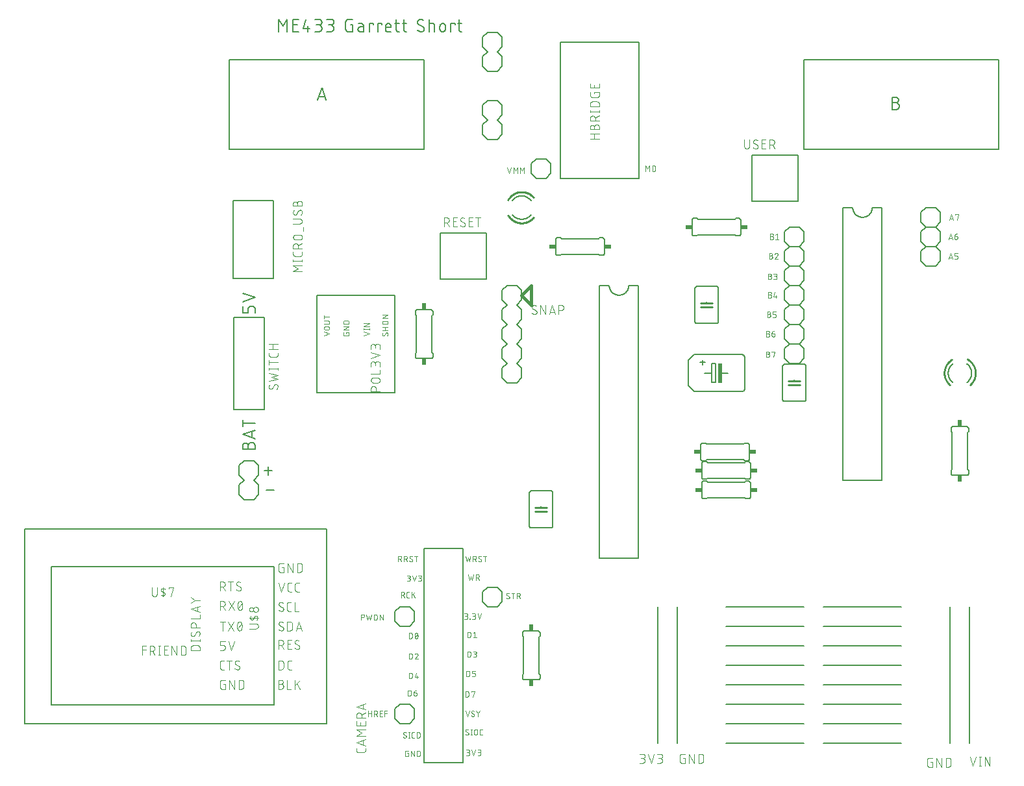
<source format=gto>
G75*
%MOIN*%
%OFA0B0*%
%FSLAX25Y25*%
%IPPOS*%
%LPD*%
%AMOC8*
5,1,8,0,0,1.08239X$1,22.5*
%
%ADD10C,0.00600*%
%ADD11C,0.00400*%
%ADD12C,0.01600*%
%ADD13C,0.00300*%
%ADD14C,0.00787*%
%ADD15C,0.00500*%
%ADD16C,0.00800*%
%ADD17C,0.01000*%
%ADD18R,0.03400X0.02400*%
%ADD19R,0.02400X0.03400*%
%ADD20R,0.02000X0.10000*%
D10*
X0125050Y0146089D02*
X0129317Y0146089D01*
X0126183Y0153956D02*
X0126183Y0158222D01*
X0124050Y0156089D02*
X0128317Y0156089D01*
X0119450Y0167100D02*
X0113050Y0167100D01*
X0113050Y0168878D01*
X0113052Y0168952D01*
X0113058Y0169027D01*
X0113068Y0169100D01*
X0113081Y0169174D01*
X0113098Y0169246D01*
X0113120Y0169317D01*
X0113144Y0169388D01*
X0113173Y0169456D01*
X0113205Y0169524D01*
X0113241Y0169589D01*
X0113279Y0169652D01*
X0113322Y0169714D01*
X0113367Y0169773D01*
X0113415Y0169830D01*
X0113466Y0169884D01*
X0113520Y0169935D01*
X0113577Y0169983D01*
X0113636Y0170028D01*
X0113698Y0170071D01*
X0113761Y0170109D01*
X0113826Y0170145D01*
X0113894Y0170177D01*
X0113962Y0170206D01*
X0114033Y0170230D01*
X0114104Y0170252D01*
X0114176Y0170269D01*
X0114250Y0170282D01*
X0114323Y0170292D01*
X0114398Y0170298D01*
X0114472Y0170300D01*
X0114546Y0170298D01*
X0114621Y0170292D01*
X0114694Y0170282D01*
X0114768Y0170269D01*
X0114840Y0170252D01*
X0114911Y0170230D01*
X0114982Y0170206D01*
X0115050Y0170177D01*
X0115118Y0170145D01*
X0115183Y0170109D01*
X0115246Y0170071D01*
X0115308Y0170028D01*
X0115367Y0169983D01*
X0115424Y0169935D01*
X0115478Y0169884D01*
X0115529Y0169830D01*
X0115577Y0169773D01*
X0115622Y0169714D01*
X0115665Y0169652D01*
X0115703Y0169589D01*
X0115739Y0169524D01*
X0115771Y0169456D01*
X0115800Y0169388D01*
X0115824Y0169317D01*
X0115846Y0169246D01*
X0115863Y0169174D01*
X0115876Y0169100D01*
X0115886Y0169027D01*
X0115892Y0168952D01*
X0115894Y0168878D01*
X0115894Y0167100D01*
X0115894Y0168878D02*
X0115896Y0168961D01*
X0115902Y0169044D01*
X0115912Y0169127D01*
X0115925Y0169210D01*
X0115943Y0169291D01*
X0115964Y0169372D01*
X0115989Y0169451D01*
X0116018Y0169529D01*
X0116050Y0169606D01*
X0116086Y0169681D01*
X0116125Y0169755D01*
X0116168Y0169826D01*
X0116214Y0169896D01*
X0116264Y0169963D01*
X0116316Y0170028D01*
X0116371Y0170090D01*
X0116430Y0170150D01*
X0116491Y0170207D01*
X0116554Y0170261D01*
X0116620Y0170312D01*
X0116689Y0170359D01*
X0116759Y0170404D01*
X0116832Y0170445D01*
X0116906Y0170482D01*
X0116982Y0170517D01*
X0117060Y0170547D01*
X0117138Y0170574D01*
X0117219Y0170597D01*
X0117300Y0170617D01*
X0117382Y0170632D01*
X0117464Y0170644D01*
X0117547Y0170652D01*
X0117630Y0170656D01*
X0117714Y0170656D01*
X0117797Y0170652D01*
X0117880Y0170644D01*
X0117962Y0170632D01*
X0118044Y0170617D01*
X0118125Y0170597D01*
X0118206Y0170574D01*
X0118284Y0170547D01*
X0118362Y0170517D01*
X0118438Y0170482D01*
X0118512Y0170445D01*
X0118585Y0170404D01*
X0118655Y0170359D01*
X0118724Y0170312D01*
X0118790Y0170261D01*
X0118853Y0170207D01*
X0118914Y0170150D01*
X0118973Y0170090D01*
X0119028Y0170028D01*
X0119080Y0169963D01*
X0119130Y0169896D01*
X0119176Y0169826D01*
X0119219Y0169755D01*
X0119258Y0169681D01*
X0119294Y0169606D01*
X0119326Y0169529D01*
X0119355Y0169451D01*
X0119380Y0169372D01*
X0119401Y0169291D01*
X0119419Y0169210D01*
X0119432Y0169127D01*
X0119442Y0169044D01*
X0119448Y0168961D01*
X0119450Y0168878D01*
X0119450Y0167100D01*
X0119450Y0172610D02*
X0113050Y0174744D01*
X0119450Y0176877D01*
X0117850Y0176344D02*
X0117850Y0173144D01*
X0113050Y0178710D02*
X0113050Y0182265D01*
X0113050Y0180487D02*
X0119450Y0180487D01*
X0119450Y0237100D02*
X0119450Y0239233D01*
X0119448Y0239307D01*
X0119442Y0239382D01*
X0119432Y0239455D01*
X0119419Y0239529D01*
X0119402Y0239601D01*
X0119380Y0239672D01*
X0119356Y0239743D01*
X0119327Y0239811D01*
X0119295Y0239879D01*
X0119259Y0239944D01*
X0119221Y0240007D01*
X0119178Y0240069D01*
X0119133Y0240128D01*
X0119085Y0240185D01*
X0119034Y0240239D01*
X0118980Y0240290D01*
X0118923Y0240338D01*
X0118864Y0240383D01*
X0118802Y0240426D01*
X0118739Y0240464D01*
X0118674Y0240500D01*
X0118606Y0240532D01*
X0118538Y0240561D01*
X0118467Y0240585D01*
X0118396Y0240607D01*
X0118324Y0240624D01*
X0118250Y0240637D01*
X0118177Y0240647D01*
X0118102Y0240653D01*
X0118028Y0240655D01*
X0118028Y0240656D02*
X0117317Y0240656D01*
X0117317Y0240655D02*
X0117243Y0240653D01*
X0117168Y0240647D01*
X0117095Y0240637D01*
X0117021Y0240624D01*
X0116949Y0240607D01*
X0116878Y0240585D01*
X0116807Y0240561D01*
X0116739Y0240532D01*
X0116671Y0240500D01*
X0116606Y0240464D01*
X0116543Y0240426D01*
X0116481Y0240383D01*
X0116422Y0240338D01*
X0116365Y0240290D01*
X0116311Y0240239D01*
X0116260Y0240185D01*
X0116212Y0240128D01*
X0116167Y0240069D01*
X0116124Y0240007D01*
X0116086Y0239944D01*
X0116050Y0239879D01*
X0116018Y0239811D01*
X0115989Y0239743D01*
X0115965Y0239672D01*
X0115943Y0239601D01*
X0115926Y0239529D01*
X0115913Y0239455D01*
X0115903Y0239382D01*
X0115897Y0239307D01*
X0115895Y0239233D01*
X0115894Y0239233D02*
X0115894Y0237100D01*
X0113050Y0237100D01*
X0113050Y0240656D01*
X0113050Y0242898D02*
X0119450Y0245032D01*
X0113050Y0247165D01*
X0106250Y0321300D02*
X0106250Y0367300D01*
X0206250Y0367300D01*
X0206250Y0321300D01*
X0106250Y0321300D01*
X0151550Y0346600D02*
X0153683Y0353000D01*
X0155817Y0346600D01*
X0155283Y0348200D02*
X0152083Y0348200D01*
X0151940Y0381600D02*
X0150163Y0381600D01*
X0151940Y0381600D02*
X0152023Y0381602D01*
X0152106Y0381608D01*
X0152189Y0381618D01*
X0152272Y0381631D01*
X0152353Y0381649D01*
X0152434Y0381670D01*
X0152513Y0381695D01*
X0152591Y0381724D01*
X0152668Y0381756D01*
X0152743Y0381792D01*
X0152817Y0381831D01*
X0152888Y0381874D01*
X0152958Y0381920D01*
X0153025Y0381970D01*
X0153090Y0382022D01*
X0153152Y0382077D01*
X0153212Y0382136D01*
X0153269Y0382197D01*
X0153323Y0382260D01*
X0153374Y0382326D01*
X0153421Y0382395D01*
X0153466Y0382465D01*
X0153507Y0382538D01*
X0153544Y0382612D01*
X0153579Y0382688D01*
X0153609Y0382766D01*
X0153636Y0382844D01*
X0153659Y0382925D01*
X0153679Y0383006D01*
X0153694Y0383088D01*
X0153706Y0383170D01*
X0153714Y0383253D01*
X0153718Y0383336D01*
X0153718Y0383420D01*
X0153714Y0383503D01*
X0153706Y0383586D01*
X0153694Y0383668D01*
X0153679Y0383750D01*
X0153659Y0383831D01*
X0153636Y0383912D01*
X0153609Y0383990D01*
X0153579Y0384068D01*
X0153544Y0384144D01*
X0153507Y0384218D01*
X0153466Y0384291D01*
X0153421Y0384361D01*
X0153374Y0384430D01*
X0153323Y0384496D01*
X0153269Y0384559D01*
X0153212Y0384620D01*
X0153152Y0384679D01*
X0153090Y0384734D01*
X0153025Y0384786D01*
X0152958Y0384836D01*
X0152888Y0384882D01*
X0152817Y0384925D01*
X0152743Y0384964D01*
X0152668Y0385000D01*
X0152591Y0385032D01*
X0152513Y0385061D01*
X0152434Y0385086D01*
X0152353Y0385107D01*
X0152272Y0385125D01*
X0152189Y0385138D01*
X0152106Y0385148D01*
X0152023Y0385154D01*
X0151940Y0385156D01*
X0152296Y0385156D02*
X0150874Y0385156D01*
X0152296Y0385156D02*
X0152370Y0385158D01*
X0152445Y0385164D01*
X0152518Y0385174D01*
X0152592Y0385187D01*
X0152664Y0385204D01*
X0152735Y0385226D01*
X0152806Y0385250D01*
X0152874Y0385279D01*
X0152942Y0385311D01*
X0153007Y0385347D01*
X0153070Y0385385D01*
X0153132Y0385428D01*
X0153191Y0385473D01*
X0153248Y0385521D01*
X0153302Y0385572D01*
X0153353Y0385626D01*
X0153401Y0385683D01*
X0153446Y0385742D01*
X0153489Y0385804D01*
X0153527Y0385867D01*
X0153563Y0385932D01*
X0153595Y0386000D01*
X0153624Y0386068D01*
X0153648Y0386139D01*
X0153670Y0386210D01*
X0153687Y0386282D01*
X0153700Y0386356D01*
X0153710Y0386429D01*
X0153716Y0386504D01*
X0153718Y0386578D01*
X0153716Y0386652D01*
X0153710Y0386727D01*
X0153700Y0386800D01*
X0153687Y0386874D01*
X0153670Y0386946D01*
X0153648Y0387017D01*
X0153624Y0387088D01*
X0153595Y0387156D01*
X0153563Y0387224D01*
X0153527Y0387289D01*
X0153489Y0387352D01*
X0153446Y0387414D01*
X0153401Y0387473D01*
X0153353Y0387530D01*
X0153302Y0387584D01*
X0153248Y0387635D01*
X0153191Y0387683D01*
X0153132Y0387728D01*
X0153070Y0387771D01*
X0153007Y0387809D01*
X0152942Y0387845D01*
X0152874Y0387877D01*
X0152806Y0387906D01*
X0152735Y0387930D01*
X0152664Y0387952D01*
X0152592Y0387969D01*
X0152518Y0387982D01*
X0152445Y0387992D01*
X0152370Y0387998D01*
X0152296Y0388000D01*
X0150163Y0388000D01*
X0145431Y0388000D02*
X0144008Y0383022D01*
X0147564Y0383022D01*
X0146497Y0384444D02*
X0146497Y0381600D01*
X0141736Y0381600D02*
X0138892Y0381600D01*
X0138892Y0388000D01*
X0141736Y0388000D01*
X0141025Y0385156D02*
X0138892Y0385156D01*
X0135817Y0388000D02*
X0135817Y0381600D01*
X0133683Y0384444D02*
X0135817Y0388000D01*
X0133683Y0384444D02*
X0131550Y0388000D01*
X0131550Y0381600D01*
X0156317Y0381600D02*
X0158094Y0381600D01*
X0158177Y0381602D01*
X0158260Y0381608D01*
X0158343Y0381618D01*
X0158426Y0381631D01*
X0158507Y0381649D01*
X0158588Y0381670D01*
X0158667Y0381695D01*
X0158745Y0381724D01*
X0158822Y0381756D01*
X0158897Y0381792D01*
X0158971Y0381831D01*
X0159042Y0381874D01*
X0159112Y0381920D01*
X0159179Y0381970D01*
X0159244Y0382022D01*
X0159306Y0382077D01*
X0159366Y0382136D01*
X0159423Y0382197D01*
X0159477Y0382260D01*
X0159528Y0382326D01*
X0159575Y0382395D01*
X0159620Y0382465D01*
X0159661Y0382538D01*
X0159698Y0382612D01*
X0159733Y0382688D01*
X0159763Y0382766D01*
X0159790Y0382844D01*
X0159813Y0382925D01*
X0159833Y0383006D01*
X0159848Y0383088D01*
X0159860Y0383170D01*
X0159868Y0383253D01*
X0159872Y0383336D01*
X0159872Y0383420D01*
X0159868Y0383503D01*
X0159860Y0383586D01*
X0159848Y0383668D01*
X0159833Y0383750D01*
X0159813Y0383831D01*
X0159790Y0383912D01*
X0159763Y0383990D01*
X0159733Y0384068D01*
X0159698Y0384144D01*
X0159661Y0384218D01*
X0159620Y0384291D01*
X0159575Y0384361D01*
X0159528Y0384430D01*
X0159477Y0384496D01*
X0159423Y0384559D01*
X0159366Y0384620D01*
X0159306Y0384679D01*
X0159244Y0384734D01*
X0159179Y0384786D01*
X0159112Y0384836D01*
X0159042Y0384882D01*
X0158971Y0384925D01*
X0158897Y0384964D01*
X0158822Y0385000D01*
X0158745Y0385032D01*
X0158667Y0385061D01*
X0158588Y0385086D01*
X0158507Y0385107D01*
X0158426Y0385125D01*
X0158343Y0385138D01*
X0158260Y0385148D01*
X0158177Y0385154D01*
X0158094Y0385156D01*
X0158450Y0385156D02*
X0157028Y0385156D01*
X0158450Y0385156D02*
X0158524Y0385158D01*
X0158599Y0385164D01*
X0158672Y0385174D01*
X0158746Y0385187D01*
X0158818Y0385204D01*
X0158889Y0385226D01*
X0158960Y0385250D01*
X0159028Y0385279D01*
X0159096Y0385311D01*
X0159161Y0385347D01*
X0159224Y0385385D01*
X0159286Y0385428D01*
X0159345Y0385473D01*
X0159402Y0385521D01*
X0159456Y0385572D01*
X0159507Y0385626D01*
X0159555Y0385683D01*
X0159600Y0385742D01*
X0159643Y0385804D01*
X0159681Y0385867D01*
X0159717Y0385932D01*
X0159749Y0386000D01*
X0159778Y0386068D01*
X0159802Y0386139D01*
X0159824Y0386210D01*
X0159841Y0386282D01*
X0159854Y0386356D01*
X0159864Y0386429D01*
X0159870Y0386504D01*
X0159872Y0386578D01*
X0159870Y0386652D01*
X0159864Y0386727D01*
X0159854Y0386800D01*
X0159841Y0386874D01*
X0159824Y0386946D01*
X0159802Y0387017D01*
X0159778Y0387088D01*
X0159749Y0387156D01*
X0159717Y0387224D01*
X0159681Y0387289D01*
X0159643Y0387352D01*
X0159600Y0387414D01*
X0159555Y0387473D01*
X0159507Y0387530D01*
X0159456Y0387584D01*
X0159402Y0387635D01*
X0159345Y0387683D01*
X0159286Y0387728D01*
X0159224Y0387771D01*
X0159161Y0387809D01*
X0159096Y0387845D01*
X0159028Y0387877D01*
X0158960Y0387906D01*
X0158889Y0387930D01*
X0158818Y0387952D01*
X0158746Y0387969D01*
X0158672Y0387982D01*
X0158599Y0387992D01*
X0158524Y0387998D01*
X0158450Y0388000D01*
X0156317Y0388000D01*
X0165958Y0386578D02*
X0165958Y0383022D01*
X0165960Y0382948D01*
X0165966Y0382873D01*
X0165976Y0382800D01*
X0165989Y0382726D01*
X0166006Y0382654D01*
X0166028Y0382583D01*
X0166052Y0382512D01*
X0166081Y0382444D01*
X0166113Y0382376D01*
X0166149Y0382311D01*
X0166187Y0382248D01*
X0166230Y0382186D01*
X0166275Y0382127D01*
X0166323Y0382070D01*
X0166374Y0382016D01*
X0166428Y0381965D01*
X0166485Y0381917D01*
X0166544Y0381872D01*
X0166606Y0381829D01*
X0166669Y0381791D01*
X0166734Y0381755D01*
X0166802Y0381723D01*
X0166870Y0381694D01*
X0166941Y0381670D01*
X0167012Y0381648D01*
X0167084Y0381631D01*
X0167158Y0381618D01*
X0167231Y0381608D01*
X0167306Y0381602D01*
X0167380Y0381600D01*
X0169513Y0381600D01*
X0169513Y0385156D01*
X0168447Y0385156D01*
X0165958Y0386578D02*
X0165960Y0386652D01*
X0165966Y0386727D01*
X0165976Y0386800D01*
X0165989Y0386874D01*
X0166006Y0386946D01*
X0166028Y0387017D01*
X0166052Y0387088D01*
X0166081Y0387156D01*
X0166113Y0387224D01*
X0166149Y0387289D01*
X0166187Y0387352D01*
X0166230Y0387414D01*
X0166275Y0387473D01*
X0166323Y0387529D01*
X0166374Y0387584D01*
X0166428Y0387635D01*
X0166485Y0387683D01*
X0166544Y0387728D01*
X0166606Y0387771D01*
X0166669Y0387809D01*
X0166734Y0387845D01*
X0166802Y0387877D01*
X0166870Y0387906D01*
X0166941Y0387930D01*
X0167012Y0387952D01*
X0167084Y0387969D01*
X0167158Y0387982D01*
X0167231Y0387992D01*
X0167306Y0387998D01*
X0167380Y0388000D01*
X0169513Y0388000D01*
X0172589Y0385867D02*
X0174011Y0385867D01*
X0174075Y0385865D01*
X0174140Y0385859D01*
X0174203Y0385850D01*
X0174266Y0385836D01*
X0174328Y0385819D01*
X0174389Y0385798D01*
X0174449Y0385773D01*
X0174507Y0385745D01*
X0174563Y0385713D01*
X0174617Y0385678D01*
X0174669Y0385640D01*
X0174719Y0385599D01*
X0174765Y0385554D01*
X0174810Y0385508D01*
X0174851Y0385458D01*
X0174889Y0385406D01*
X0174924Y0385352D01*
X0174956Y0385296D01*
X0174984Y0385238D01*
X0175009Y0385178D01*
X0175030Y0385117D01*
X0175047Y0385055D01*
X0175061Y0384992D01*
X0175070Y0384929D01*
X0175076Y0384864D01*
X0175078Y0384800D01*
X0175078Y0381600D01*
X0173478Y0381600D01*
X0173408Y0381602D01*
X0173339Y0381608D01*
X0173270Y0381618D01*
X0173201Y0381631D01*
X0173134Y0381649D01*
X0173067Y0381670D01*
X0173002Y0381695D01*
X0172938Y0381723D01*
X0172876Y0381755D01*
X0172816Y0381791D01*
X0172758Y0381829D01*
X0172702Y0381871D01*
X0172649Y0381916D01*
X0172598Y0381964D01*
X0172550Y0382015D01*
X0172505Y0382068D01*
X0172463Y0382124D01*
X0172425Y0382182D01*
X0172389Y0382242D01*
X0172357Y0382304D01*
X0172329Y0382368D01*
X0172304Y0382433D01*
X0172283Y0382500D01*
X0172265Y0382567D01*
X0172252Y0382636D01*
X0172242Y0382705D01*
X0172236Y0382774D01*
X0172234Y0382844D01*
X0172236Y0382914D01*
X0172242Y0382983D01*
X0172252Y0383052D01*
X0172265Y0383121D01*
X0172283Y0383188D01*
X0172304Y0383255D01*
X0172329Y0383320D01*
X0172357Y0383384D01*
X0172389Y0383446D01*
X0172425Y0383506D01*
X0172463Y0383564D01*
X0172505Y0383620D01*
X0172550Y0383673D01*
X0172598Y0383724D01*
X0172649Y0383772D01*
X0172702Y0383817D01*
X0172758Y0383859D01*
X0172816Y0383897D01*
X0172876Y0383933D01*
X0172938Y0383965D01*
X0173002Y0383993D01*
X0173067Y0384018D01*
X0173134Y0384039D01*
X0173201Y0384057D01*
X0173270Y0384070D01*
X0173339Y0384080D01*
X0173408Y0384086D01*
X0173478Y0384088D01*
X0173478Y0384089D02*
X0175078Y0384089D01*
X0178039Y0385867D02*
X0178039Y0381600D01*
X0180173Y0385156D02*
X0180173Y0385867D01*
X0178039Y0385867D01*
X0182347Y0385867D02*
X0184481Y0385867D01*
X0184481Y0385156D01*
X0186417Y0384444D02*
X0186417Y0382667D01*
X0186416Y0382667D02*
X0186418Y0382603D01*
X0186424Y0382538D01*
X0186433Y0382475D01*
X0186447Y0382412D01*
X0186464Y0382350D01*
X0186485Y0382289D01*
X0186510Y0382229D01*
X0186538Y0382171D01*
X0186570Y0382115D01*
X0186605Y0382061D01*
X0186643Y0382009D01*
X0186684Y0381959D01*
X0186729Y0381913D01*
X0186775Y0381868D01*
X0186825Y0381827D01*
X0186877Y0381789D01*
X0186931Y0381754D01*
X0186987Y0381722D01*
X0187045Y0381694D01*
X0187105Y0381669D01*
X0187166Y0381648D01*
X0187228Y0381631D01*
X0187291Y0381617D01*
X0187354Y0381608D01*
X0187419Y0381602D01*
X0187483Y0381600D01*
X0189261Y0381600D01*
X0189261Y0383733D02*
X0186417Y0383733D01*
X0186417Y0384444D02*
X0186419Y0384518D01*
X0186425Y0384593D01*
X0186435Y0384666D01*
X0186448Y0384740D01*
X0186465Y0384812D01*
X0186487Y0384883D01*
X0186511Y0384954D01*
X0186540Y0385022D01*
X0186572Y0385090D01*
X0186608Y0385155D01*
X0186646Y0385218D01*
X0186689Y0385280D01*
X0186734Y0385339D01*
X0186782Y0385396D01*
X0186833Y0385450D01*
X0186887Y0385501D01*
X0186944Y0385549D01*
X0187003Y0385594D01*
X0187065Y0385637D01*
X0187128Y0385675D01*
X0187193Y0385711D01*
X0187261Y0385743D01*
X0187329Y0385772D01*
X0187400Y0385796D01*
X0187471Y0385818D01*
X0187543Y0385835D01*
X0187617Y0385848D01*
X0187690Y0385858D01*
X0187765Y0385864D01*
X0187839Y0385866D01*
X0187913Y0385864D01*
X0187988Y0385858D01*
X0188061Y0385848D01*
X0188135Y0385835D01*
X0188207Y0385818D01*
X0188278Y0385796D01*
X0188349Y0385772D01*
X0188417Y0385743D01*
X0188485Y0385711D01*
X0188550Y0385675D01*
X0188613Y0385637D01*
X0188675Y0385594D01*
X0188734Y0385549D01*
X0188791Y0385501D01*
X0188845Y0385450D01*
X0188896Y0385396D01*
X0188944Y0385339D01*
X0188989Y0385280D01*
X0189032Y0385218D01*
X0189070Y0385155D01*
X0189106Y0385090D01*
X0189138Y0385022D01*
X0189167Y0384954D01*
X0189191Y0384883D01*
X0189213Y0384812D01*
X0189230Y0384740D01*
X0189243Y0384666D01*
X0189253Y0384593D01*
X0189259Y0384518D01*
X0189261Y0384444D01*
X0189261Y0383733D01*
X0191950Y0382667D02*
X0191950Y0388000D01*
X0191239Y0385867D02*
X0193373Y0385867D01*
X0195137Y0385867D02*
X0197270Y0385867D01*
X0195848Y0388000D02*
X0195848Y0382667D01*
X0195850Y0382603D01*
X0195856Y0382538D01*
X0195865Y0382475D01*
X0195879Y0382412D01*
X0195896Y0382350D01*
X0195917Y0382289D01*
X0195942Y0382229D01*
X0195970Y0382171D01*
X0196002Y0382115D01*
X0196037Y0382061D01*
X0196075Y0382009D01*
X0196116Y0381959D01*
X0196161Y0381913D01*
X0196207Y0381868D01*
X0196257Y0381827D01*
X0196309Y0381789D01*
X0196363Y0381754D01*
X0196419Y0381722D01*
X0196477Y0381694D01*
X0196537Y0381669D01*
X0196598Y0381648D01*
X0196660Y0381631D01*
X0196723Y0381617D01*
X0196786Y0381608D01*
X0196851Y0381602D01*
X0196915Y0381600D01*
X0197270Y0381600D01*
X0193373Y0381600D02*
X0193017Y0381600D01*
X0192953Y0381602D01*
X0192888Y0381608D01*
X0192825Y0381617D01*
X0192762Y0381631D01*
X0192700Y0381648D01*
X0192639Y0381669D01*
X0192579Y0381694D01*
X0192521Y0381722D01*
X0192465Y0381754D01*
X0192411Y0381789D01*
X0192359Y0381827D01*
X0192309Y0381868D01*
X0192263Y0381913D01*
X0192218Y0381959D01*
X0192177Y0382009D01*
X0192139Y0382061D01*
X0192104Y0382115D01*
X0192072Y0382171D01*
X0192044Y0382229D01*
X0192019Y0382289D01*
X0191998Y0382350D01*
X0191981Y0382412D01*
X0191967Y0382475D01*
X0191958Y0382538D01*
X0191952Y0382603D01*
X0191950Y0382667D01*
X0182347Y0381600D02*
X0182347Y0385867D01*
X0203566Y0385333D02*
X0205521Y0384267D01*
X0204810Y0381600D02*
X0204702Y0381602D01*
X0204595Y0381608D01*
X0204487Y0381617D01*
X0204380Y0381631D01*
X0204274Y0381648D01*
X0204168Y0381669D01*
X0204063Y0381694D01*
X0203959Y0381723D01*
X0203856Y0381755D01*
X0203755Y0381791D01*
X0203655Y0381831D01*
X0203556Y0381874D01*
X0203459Y0381921D01*
X0203363Y0381971D01*
X0203270Y0382025D01*
X0203178Y0382082D01*
X0203089Y0382142D01*
X0203002Y0382205D01*
X0202917Y0382272D01*
X0202834Y0382341D01*
X0202754Y0382414D01*
X0202677Y0382489D01*
X0205521Y0384266D02*
X0205585Y0384226D01*
X0205646Y0384183D01*
X0205705Y0384137D01*
X0205762Y0384088D01*
X0205816Y0384036D01*
X0205867Y0383982D01*
X0205915Y0383924D01*
X0205961Y0383865D01*
X0206003Y0383803D01*
X0206042Y0383738D01*
X0206077Y0383672D01*
X0206109Y0383605D01*
X0206138Y0383535D01*
X0206163Y0383465D01*
X0206184Y0383393D01*
X0206201Y0383320D01*
X0206215Y0383246D01*
X0206224Y0383172D01*
X0206230Y0383097D01*
X0206232Y0383022D01*
X0206230Y0382948D01*
X0206224Y0382873D01*
X0206214Y0382800D01*
X0206201Y0382726D01*
X0206184Y0382654D01*
X0206162Y0382583D01*
X0206138Y0382512D01*
X0206109Y0382444D01*
X0206077Y0382376D01*
X0206041Y0382311D01*
X0206003Y0382248D01*
X0205960Y0382186D01*
X0205915Y0382127D01*
X0205867Y0382070D01*
X0205816Y0382016D01*
X0205762Y0381965D01*
X0205705Y0381917D01*
X0205646Y0381872D01*
X0205584Y0381829D01*
X0205521Y0381791D01*
X0205456Y0381755D01*
X0205388Y0381723D01*
X0205320Y0381694D01*
X0205249Y0381670D01*
X0205178Y0381648D01*
X0205106Y0381631D01*
X0205032Y0381618D01*
X0204959Y0381608D01*
X0204884Y0381602D01*
X0204810Y0381600D01*
X0205877Y0387467D02*
X0205795Y0387526D01*
X0205711Y0387582D01*
X0205625Y0387634D01*
X0205537Y0387684D01*
X0205447Y0387730D01*
X0205356Y0387772D01*
X0205263Y0387811D01*
X0205168Y0387847D01*
X0205072Y0387879D01*
X0204975Y0387907D01*
X0204878Y0387932D01*
X0204779Y0387952D01*
X0204679Y0387969D01*
X0204579Y0387983D01*
X0204479Y0387992D01*
X0204378Y0387998D01*
X0204277Y0388000D01*
X0204203Y0387998D01*
X0204128Y0387992D01*
X0204055Y0387982D01*
X0203981Y0387969D01*
X0203909Y0387952D01*
X0203838Y0387930D01*
X0203767Y0387906D01*
X0203699Y0387877D01*
X0203631Y0387845D01*
X0203566Y0387809D01*
X0203503Y0387771D01*
X0203441Y0387728D01*
X0203382Y0387683D01*
X0203326Y0387635D01*
X0203271Y0387584D01*
X0203220Y0387530D01*
X0203172Y0387473D01*
X0203127Y0387414D01*
X0203084Y0387352D01*
X0203046Y0387289D01*
X0203010Y0387224D01*
X0202978Y0387156D01*
X0202949Y0387088D01*
X0202925Y0387017D01*
X0202903Y0386946D01*
X0202886Y0386874D01*
X0202873Y0386800D01*
X0202863Y0386727D01*
X0202857Y0386652D01*
X0202855Y0386578D01*
X0202857Y0386503D01*
X0202863Y0386428D01*
X0202872Y0386354D01*
X0202886Y0386280D01*
X0202903Y0386207D01*
X0202924Y0386135D01*
X0202949Y0386065D01*
X0202978Y0385995D01*
X0203010Y0385928D01*
X0203045Y0385862D01*
X0203084Y0385797D01*
X0203126Y0385735D01*
X0203172Y0385676D01*
X0203220Y0385618D01*
X0203271Y0385564D01*
X0203325Y0385512D01*
X0203382Y0385463D01*
X0203441Y0385417D01*
X0203502Y0385374D01*
X0203566Y0385334D01*
X0208776Y0385867D02*
X0210554Y0385867D01*
X0210618Y0385865D01*
X0210683Y0385859D01*
X0210746Y0385850D01*
X0210809Y0385836D01*
X0210871Y0385819D01*
X0210932Y0385798D01*
X0210992Y0385773D01*
X0211050Y0385745D01*
X0211106Y0385713D01*
X0211160Y0385678D01*
X0211212Y0385640D01*
X0211262Y0385599D01*
X0211308Y0385554D01*
X0211353Y0385508D01*
X0211394Y0385458D01*
X0211432Y0385406D01*
X0211467Y0385352D01*
X0211499Y0385296D01*
X0211527Y0385238D01*
X0211552Y0385178D01*
X0211573Y0385117D01*
X0211590Y0385055D01*
X0211604Y0384992D01*
X0211613Y0384929D01*
X0211619Y0384864D01*
X0211621Y0384800D01*
X0211621Y0381600D01*
X0208776Y0381600D02*
X0208776Y0388000D01*
X0214315Y0384444D02*
X0214315Y0383022D01*
X0214317Y0382948D01*
X0214323Y0382873D01*
X0214333Y0382800D01*
X0214346Y0382726D01*
X0214363Y0382654D01*
X0214385Y0382583D01*
X0214409Y0382512D01*
X0214438Y0382444D01*
X0214470Y0382376D01*
X0214506Y0382311D01*
X0214544Y0382248D01*
X0214587Y0382186D01*
X0214632Y0382127D01*
X0214680Y0382070D01*
X0214731Y0382016D01*
X0214785Y0381965D01*
X0214842Y0381917D01*
X0214901Y0381872D01*
X0214963Y0381829D01*
X0215026Y0381791D01*
X0215091Y0381755D01*
X0215159Y0381723D01*
X0215227Y0381694D01*
X0215298Y0381670D01*
X0215369Y0381648D01*
X0215441Y0381631D01*
X0215515Y0381618D01*
X0215588Y0381608D01*
X0215663Y0381602D01*
X0215737Y0381600D01*
X0215811Y0381602D01*
X0215886Y0381608D01*
X0215959Y0381618D01*
X0216033Y0381631D01*
X0216105Y0381648D01*
X0216176Y0381670D01*
X0216247Y0381694D01*
X0216315Y0381723D01*
X0216383Y0381755D01*
X0216448Y0381791D01*
X0216511Y0381829D01*
X0216573Y0381872D01*
X0216632Y0381917D01*
X0216689Y0381965D01*
X0216743Y0382016D01*
X0216794Y0382070D01*
X0216842Y0382127D01*
X0216887Y0382186D01*
X0216930Y0382248D01*
X0216968Y0382311D01*
X0217004Y0382376D01*
X0217036Y0382444D01*
X0217065Y0382512D01*
X0217089Y0382583D01*
X0217111Y0382654D01*
X0217128Y0382726D01*
X0217141Y0382800D01*
X0217151Y0382873D01*
X0217157Y0382948D01*
X0217159Y0383022D01*
X0217159Y0384444D01*
X0217157Y0384518D01*
X0217151Y0384593D01*
X0217141Y0384666D01*
X0217128Y0384740D01*
X0217111Y0384812D01*
X0217089Y0384883D01*
X0217065Y0384954D01*
X0217036Y0385022D01*
X0217004Y0385090D01*
X0216968Y0385155D01*
X0216930Y0385218D01*
X0216887Y0385280D01*
X0216842Y0385339D01*
X0216794Y0385396D01*
X0216743Y0385450D01*
X0216689Y0385501D01*
X0216632Y0385549D01*
X0216573Y0385594D01*
X0216511Y0385637D01*
X0216448Y0385675D01*
X0216383Y0385711D01*
X0216315Y0385743D01*
X0216247Y0385772D01*
X0216176Y0385796D01*
X0216105Y0385818D01*
X0216033Y0385835D01*
X0215959Y0385848D01*
X0215886Y0385858D01*
X0215811Y0385864D01*
X0215737Y0385866D01*
X0215663Y0385864D01*
X0215588Y0385858D01*
X0215515Y0385848D01*
X0215441Y0385835D01*
X0215369Y0385818D01*
X0215298Y0385796D01*
X0215227Y0385772D01*
X0215159Y0385743D01*
X0215091Y0385711D01*
X0215026Y0385675D01*
X0214963Y0385637D01*
X0214901Y0385594D01*
X0214842Y0385549D01*
X0214785Y0385501D01*
X0214731Y0385450D01*
X0214680Y0385396D01*
X0214632Y0385339D01*
X0214587Y0385280D01*
X0214544Y0385218D01*
X0214506Y0385155D01*
X0214470Y0385090D01*
X0214438Y0385022D01*
X0214409Y0384954D01*
X0214385Y0384883D01*
X0214363Y0384812D01*
X0214346Y0384740D01*
X0214333Y0384666D01*
X0214323Y0384593D01*
X0214317Y0384518D01*
X0214315Y0384444D01*
X0219887Y0385867D02*
X0219887Y0381600D01*
X0222020Y0385156D02*
X0222020Y0385867D01*
X0219887Y0385867D01*
X0223445Y0385867D02*
X0225579Y0385867D01*
X0224156Y0388000D02*
X0224156Y0382667D01*
X0224158Y0382603D01*
X0224164Y0382538D01*
X0224173Y0382475D01*
X0224187Y0382412D01*
X0224204Y0382350D01*
X0224225Y0382289D01*
X0224250Y0382229D01*
X0224278Y0382171D01*
X0224310Y0382115D01*
X0224345Y0382061D01*
X0224383Y0382009D01*
X0224424Y0381959D01*
X0224469Y0381913D01*
X0224515Y0381868D01*
X0224565Y0381827D01*
X0224617Y0381789D01*
X0224671Y0381754D01*
X0224727Y0381722D01*
X0224785Y0381694D01*
X0224845Y0381669D01*
X0224906Y0381648D01*
X0224968Y0381631D01*
X0225031Y0381617D01*
X0225094Y0381608D01*
X0225159Y0381602D01*
X0225223Y0381600D01*
X0225579Y0381600D01*
X0256250Y0297300D02*
X0256404Y0297298D01*
X0256558Y0297292D01*
X0256712Y0297282D01*
X0256866Y0297268D01*
X0257019Y0297251D01*
X0257171Y0297229D01*
X0257323Y0297203D01*
X0257475Y0297174D01*
X0257625Y0297140D01*
X0257775Y0297103D01*
X0257923Y0297062D01*
X0258071Y0297017D01*
X0258217Y0296968D01*
X0258362Y0296916D01*
X0258505Y0296860D01*
X0258648Y0296800D01*
X0258788Y0296737D01*
X0258927Y0296670D01*
X0259064Y0296599D01*
X0259199Y0296525D01*
X0259332Y0296448D01*
X0259464Y0296367D01*
X0259593Y0296283D01*
X0259720Y0296195D01*
X0259844Y0296104D01*
X0259966Y0296011D01*
X0260086Y0295913D01*
X0260203Y0295813D01*
X0260318Y0295710D01*
X0260430Y0295604D01*
X0260539Y0295496D01*
X0260645Y0295384D01*
X0260749Y0295270D01*
X0260849Y0295153D01*
X0260947Y0295034D01*
X0261041Y0294912D01*
X0261132Y0294787D01*
X0256250Y0285300D02*
X0256098Y0285302D01*
X0255947Y0285308D01*
X0255796Y0285317D01*
X0255644Y0285331D01*
X0255494Y0285348D01*
X0255344Y0285369D01*
X0255194Y0285394D01*
X0255045Y0285422D01*
X0254897Y0285455D01*
X0254750Y0285491D01*
X0254603Y0285530D01*
X0254458Y0285574D01*
X0254314Y0285621D01*
X0254171Y0285672D01*
X0254030Y0285726D01*
X0253889Y0285784D01*
X0253751Y0285845D01*
X0253614Y0285910D01*
X0253478Y0285979D01*
X0253345Y0286050D01*
X0253213Y0286125D01*
X0253083Y0286204D01*
X0252956Y0286285D01*
X0252830Y0286370D01*
X0252706Y0286458D01*
X0252585Y0286549D01*
X0252466Y0286643D01*
X0252350Y0286741D01*
X0252236Y0286841D01*
X0252124Y0286943D01*
X0252016Y0287049D01*
X0251910Y0287157D01*
X0251806Y0287268D01*
X0251706Y0287382D01*
X0251608Y0287498D01*
X0251514Y0287617D01*
X0256250Y0285300D02*
X0256402Y0285302D01*
X0256553Y0285308D01*
X0256704Y0285317D01*
X0256856Y0285331D01*
X0257006Y0285348D01*
X0257156Y0285369D01*
X0257306Y0285394D01*
X0257455Y0285422D01*
X0257603Y0285455D01*
X0257750Y0285491D01*
X0257897Y0285530D01*
X0258042Y0285574D01*
X0258186Y0285621D01*
X0258329Y0285672D01*
X0258470Y0285726D01*
X0258611Y0285784D01*
X0258749Y0285845D01*
X0258886Y0285910D01*
X0259022Y0285979D01*
X0259155Y0286050D01*
X0259287Y0286125D01*
X0259417Y0286204D01*
X0259544Y0286285D01*
X0259670Y0286370D01*
X0259794Y0286458D01*
X0259915Y0286549D01*
X0260034Y0286643D01*
X0260150Y0286741D01*
X0260264Y0286841D01*
X0260376Y0286943D01*
X0260484Y0287049D01*
X0260590Y0287157D01*
X0260694Y0287268D01*
X0260794Y0287382D01*
X0260892Y0287498D01*
X0260986Y0287617D01*
X0256250Y0297300D02*
X0256100Y0297298D01*
X0255949Y0297292D01*
X0255799Y0297283D01*
X0255650Y0297270D01*
X0255500Y0297253D01*
X0255351Y0297232D01*
X0255203Y0297208D01*
X0255055Y0297180D01*
X0254908Y0297148D01*
X0254762Y0297113D01*
X0254617Y0297073D01*
X0254473Y0297031D01*
X0254330Y0296984D01*
X0254188Y0296934D01*
X0254047Y0296881D01*
X0253908Y0296824D01*
X0253770Y0296764D01*
X0253634Y0296700D01*
X0253500Y0296633D01*
X0253367Y0296562D01*
X0253236Y0296488D01*
X0253107Y0296411D01*
X0252980Y0296330D01*
X0252855Y0296247D01*
X0252732Y0296160D01*
X0252611Y0296071D01*
X0252493Y0295978D01*
X0252377Y0295882D01*
X0252263Y0295784D01*
X0252152Y0295683D01*
X0252043Y0295578D01*
X0251938Y0295472D01*
X0251834Y0295362D01*
X0251734Y0295250D01*
X0251636Y0295136D01*
X0251542Y0295019D01*
X0251450Y0294900D01*
X0273750Y0274800D02*
X0273750Y0267800D01*
X0273752Y0267740D01*
X0273757Y0267679D01*
X0273766Y0267620D01*
X0273779Y0267561D01*
X0273795Y0267502D01*
X0273815Y0267445D01*
X0273838Y0267390D01*
X0273865Y0267335D01*
X0273894Y0267283D01*
X0273927Y0267232D01*
X0273963Y0267183D01*
X0274001Y0267137D01*
X0274043Y0267093D01*
X0274087Y0267051D01*
X0274133Y0267013D01*
X0274182Y0266977D01*
X0274233Y0266944D01*
X0274285Y0266915D01*
X0274340Y0266888D01*
X0274395Y0266865D01*
X0274452Y0266845D01*
X0274511Y0266829D01*
X0274570Y0266816D01*
X0274629Y0266807D01*
X0274690Y0266802D01*
X0274750Y0266800D01*
X0276250Y0266800D01*
X0276750Y0267300D01*
X0295750Y0267300D01*
X0296250Y0266800D01*
X0297750Y0266800D01*
X0297810Y0266802D01*
X0297871Y0266807D01*
X0297930Y0266816D01*
X0297989Y0266829D01*
X0298048Y0266845D01*
X0298105Y0266865D01*
X0298160Y0266888D01*
X0298215Y0266915D01*
X0298267Y0266944D01*
X0298318Y0266977D01*
X0298367Y0267013D01*
X0298413Y0267051D01*
X0298457Y0267093D01*
X0298499Y0267137D01*
X0298537Y0267183D01*
X0298573Y0267232D01*
X0298606Y0267283D01*
X0298635Y0267335D01*
X0298662Y0267390D01*
X0298685Y0267445D01*
X0298705Y0267502D01*
X0298721Y0267561D01*
X0298734Y0267620D01*
X0298743Y0267679D01*
X0298748Y0267740D01*
X0298750Y0267800D01*
X0298750Y0274800D01*
X0298748Y0274860D01*
X0298743Y0274921D01*
X0298734Y0274980D01*
X0298721Y0275039D01*
X0298705Y0275098D01*
X0298685Y0275155D01*
X0298662Y0275210D01*
X0298635Y0275265D01*
X0298606Y0275317D01*
X0298573Y0275368D01*
X0298537Y0275417D01*
X0298499Y0275463D01*
X0298457Y0275507D01*
X0298413Y0275549D01*
X0298367Y0275587D01*
X0298318Y0275623D01*
X0298267Y0275656D01*
X0298215Y0275685D01*
X0298160Y0275712D01*
X0298105Y0275735D01*
X0298048Y0275755D01*
X0297989Y0275771D01*
X0297930Y0275784D01*
X0297871Y0275793D01*
X0297810Y0275798D01*
X0297750Y0275800D01*
X0296250Y0275800D01*
X0295750Y0275300D01*
X0276750Y0275300D01*
X0276250Y0275800D01*
X0274750Y0275800D01*
X0274690Y0275798D01*
X0274629Y0275793D01*
X0274570Y0275784D01*
X0274511Y0275771D01*
X0274452Y0275755D01*
X0274395Y0275735D01*
X0274340Y0275712D01*
X0274285Y0275685D01*
X0274233Y0275656D01*
X0274182Y0275623D01*
X0274133Y0275587D01*
X0274087Y0275549D01*
X0274043Y0275507D01*
X0274001Y0275463D01*
X0273963Y0275417D01*
X0273927Y0275368D01*
X0273894Y0275317D01*
X0273865Y0275265D01*
X0273838Y0275210D01*
X0273815Y0275155D01*
X0273795Y0275098D01*
X0273779Y0275039D01*
X0273766Y0274980D01*
X0273757Y0274921D01*
X0273752Y0274860D01*
X0273750Y0274800D01*
X0296250Y0251300D02*
X0301250Y0251300D01*
X0301252Y0251160D01*
X0301258Y0251020D01*
X0301268Y0250880D01*
X0301281Y0250740D01*
X0301299Y0250601D01*
X0301321Y0250462D01*
X0301346Y0250325D01*
X0301375Y0250187D01*
X0301408Y0250051D01*
X0301445Y0249916D01*
X0301486Y0249782D01*
X0301531Y0249649D01*
X0301579Y0249517D01*
X0301631Y0249387D01*
X0301686Y0249258D01*
X0301745Y0249131D01*
X0301808Y0249005D01*
X0301874Y0248881D01*
X0301943Y0248760D01*
X0302016Y0248640D01*
X0302093Y0248522D01*
X0302172Y0248407D01*
X0302255Y0248293D01*
X0302341Y0248183D01*
X0302430Y0248074D01*
X0302522Y0247968D01*
X0302617Y0247865D01*
X0302714Y0247764D01*
X0302815Y0247667D01*
X0302918Y0247572D01*
X0303024Y0247480D01*
X0303133Y0247391D01*
X0303243Y0247305D01*
X0303357Y0247222D01*
X0303472Y0247143D01*
X0303590Y0247066D01*
X0303710Y0246993D01*
X0303831Y0246924D01*
X0303955Y0246858D01*
X0304081Y0246795D01*
X0304208Y0246736D01*
X0304337Y0246681D01*
X0304467Y0246629D01*
X0304599Y0246581D01*
X0304732Y0246536D01*
X0304866Y0246495D01*
X0305001Y0246458D01*
X0305137Y0246425D01*
X0305275Y0246396D01*
X0305412Y0246371D01*
X0305551Y0246349D01*
X0305690Y0246331D01*
X0305830Y0246318D01*
X0305970Y0246308D01*
X0306110Y0246302D01*
X0306250Y0246300D01*
X0306390Y0246302D01*
X0306530Y0246308D01*
X0306670Y0246318D01*
X0306810Y0246331D01*
X0306949Y0246349D01*
X0307088Y0246371D01*
X0307225Y0246396D01*
X0307363Y0246425D01*
X0307499Y0246458D01*
X0307634Y0246495D01*
X0307768Y0246536D01*
X0307901Y0246581D01*
X0308033Y0246629D01*
X0308163Y0246681D01*
X0308292Y0246736D01*
X0308419Y0246795D01*
X0308545Y0246858D01*
X0308669Y0246924D01*
X0308790Y0246993D01*
X0308910Y0247066D01*
X0309028Y0247143D01*
X0309143Y0247222D01*
X0309257Y0247305D01*
X0309367Y0247391D01*
X0309476Y0247480D01*
X0309582Y0247572D01*
X0309685Y0247667D01*
X0309786Y0247764D01*
X0309883Y0247865D01*
X0309978Y0247968D01*
X0310070Y0248074D01*
X0310159Y0248183D01*
X0310245Y0248293D01*
X0310328Y0248407D01*
X0310407Y0248522D01*
X0310484Y0248640D01*
X0310557Y0248760D01*
X0310626Y0248881D01*
X0310692Y0249005D01*
X0310755Y0249131D01*
X0310814Y0249258D01*
X0310869Y0249387D01*
X0310921Y0249517D01*
X0310969Y0249649D01*
X0311014Y0249782D01*
X0311055Y0249916D01*
X0311092Y0250051D01*
X0311125Y0250187D01*
X0311154Y0250325D01*
X0311179Y0250462D01*
X0311201Y0250601D01*
X0311219Y0250740D01*
X0311232Y0250880D01*
X0311242Y0251020D01*
X0311248Y0251160D01*
X0311250Y0251300D01*
X0316250Y0251300D01*
X0316250Y0111300D01*
X0296250Y0111300D01*
X0296250Y0250800D01*
X0345250Y0249800D02*
X0345250Y0232800D01*
X0345252Y0232740D01*
X0345257Y0232679D01*
X0345266Y0232620D01*
X0345279Y0232561D01*
X0345295Y0232502D01*
X0345315Y0232445D01*
X0345338Y0232390D01*
X0345365Y0232335D01*
X0345394Y0232283D01*
X0345427Y0232232D01*
X0345463Y0232183D01*
X0345501Y0232137D01*
X0345543Y0232093D01*
X0345587Y0232051D01*
X0345633Y0232013D01*
X0345682Y0231977D01*
X0345733Y0231944D01*
X0345785Y0231915D01*
X0345840Y0231888D01*
X0345895Y0231865D01*
X0345952Y0231845D01*
X0346011Y0231829D01*
X0346070Y0231816D01*
X0346129Y0231807D01*
X0346190Y0231802D01*
X0346250Y0231800D01*
X0356250Y0231800D01*
X0356310Y0231802D01*
X0356371Y0231807D01*
X0356430Y0231816D01*
X0356489Y0231829D01*
X0356548Y0231845D01*
X0356605Y0231865D01*
X0356660Y0231888D01*
X0356715Y0231915D01*
X0356767Y0231944D01*
X0356818Y0231977D01*
X0356867Y0232013D01*
X0356913Y0232051D01*
X0356957Y0232093D01*
X0356999Y0232137D01*
X0357037Y0232183D01*
X0357073Y0232232D01*
X0357106Y0232283D01*
X0357135Y0232335D01*
X0357162Y0232390D01*
X0357185Y0232445D01*
X0357205Y0232502D01*
X0357221Y0232561D01*
X0357234Y0232620D01*
X0357243Y0232679D01*
X0357248Y0232740D01*
X0357250Y0232800D01*
X0357250Y0249800D01*
X0357248Y0249860D01*
X0357243Y0249921D01*
X0357234Y0249980D01*
X0357221Y0250039D01*
X0357205Y0250098D01*
X0357185Y0250155D01*
X0357162Y0250210D01*
X0357135Y0250265D01*
X0357106Y0250317D01*
X0357073Y0250368D01*
X0357037Y0250417D01*
X0356999Y0250463D01*
X0356957Y0250507D01*
X0356913Y0250549D01*
X0356867Y0250587D01*
X0356818Y0250623D01*
X0356767Y0250656D01*
X0356715Y0250685D01*
X0356660Y0250712D01*
X0356605Y0250735D01*
X0356548Y0250755D01*
X0356489Y0250771D01*
X0356430Y0250784D01*
X0356371Y0250793D01*
X0356310Y0250798D01*
X0356250Y0250800D01*
X0346250Y0250800D01*
X0346190Y0250798D01*
X0346129Y0250793D01*
X0346070Y0250784D01*
X0346011Y0250771D01*
X0345952Y0250755D01*
X0345895Y0250735D01*
X0345840Y0250712D01*
X0345785Y0250685D01*
X0345733Y0250656D01*
X0345682Y0250623D01*
X0345633Y0250587D01*
X0345587Y0250549D01*
X0345543Y0250507D01*
X0345501Y0250463D01*
X0345463Y0250417D01*
X0345427Y0250368D01*
X0345394Y0250317D01*
X0345365Y0250265D01*
X0345338Y0250210D01*
X0345315Y0250155D01*
X0345295Y0250098D01*
X0345279Y0250039D01*
X0345266Y0249980D01*
X0345257Y0249921D01*
X0345252Y0249860D01*
X0345250Y0249800D01*
X0351250Y0242800D02*
X0351250Y0242300D01*
X0351250Y0240300D02*
X0351250Y0239800D01*
X0344750Y0215800D02*
X0341750Y0212800D01*
X0341750Y0199800D01*
X0344750Y0196800D01*
X0369250Y0196800D01*
X0369326Y0196802D01*
X0369402Y0196808D01*
X0369477Y0196817D01*
X0369552Y0196831D01*
X0369626Y0196848D01*
X0369699Y0196869D01*
X0369771Y0196893D01*
X0369842Y0196922D01*
X0369911Y0196953D01*
X0369978Y0196988D01*
X0370043Y0197027D01*
X0370107Y0197069D01*
X0370168Y0197114D01*
X0370227Y0197162D01*
X0370283Y0197213D01*
X0370337Y0197267D01*
X0370388Y0197323D01*
X0370436Y0197382D01*
X0370481Y0197443D01*
X0370523Y0197507D01*
X0370562Y0197572D01*
X0370597Y0197639D01*
X0370628Y0197708D01*
X0370657Y0197779D01*
X0370681Y0197851D01*
X0370702Y0197924D01*
X0370719Y0197998D01*
X0370733Y0198073D01*
X0370742Y0198148D01*
X0370748Y0198224D01*
X0370750Y0198300D01*
X0370750Y0214300D01*
X0370748Y0214376D01*
X0370742Y0214452D01*
X0370733Y0214527D01*
X0370719Y0214602D01*
X0370702Y0214676D01*
X0370681Y0214749D01*
X0370657Y0214821D01*
X0370628Y0214892D01*
X0370597Y0214961D01*
X0370562Y0215028D01*
X0370523Y0215093D01*
X0370481Y0215157D01*
X0370436Y0215218D01*
X0370388Y0215277D01*
X0370337Y0215333D01*
X0370283Y0215387D01*
X0370227Y0215438D01*
X0370168Y0215486D01*
X0370107Y0215531D01*
X0370043Y0215573D01*
X0369978Y0215612D01*
X0369911Y0215647D01*
X0369842Y0215678D01*
X0369771Y0215707D01*
X0369699Y0215731D01*
X0369626Y0215752D01*
X0369552Y0215769D01*
X0369477Y0215783D01*
X0369402Y0215792D01*
X0369326Y0215798D01*
X0369250Y0215800D01*
X0344750Y0215800D01*
X0347950Y0211700D02*
X0350550Y0211700D01*
X0349250Y0212900D02*
X0349250Y0210400D01*
X0350250Y0206300D02*
X0353750Y0206300D01*
X0353750Y0211100D01*
X0355750Y0211100D01*
X0355750Y0201500D01*
X0353750Y0201500D01*
X0353750Y0206300D01*
X0358750Y0206300D02*
X0362250Y0206300D01*
X0390250Y0209800D02*
X0390250Y0192800D01*
X0390252Y0192740D01*
X0390257Y0192679D01*
X0390266Y0192620D01*
X0390279Y0192561D01*
X0390295Y0192502D01*
X0390315Y0192445D01*
X0390338Y0192390D01*
X0390365Y0192335D01*
X0390394Y0192283D01*
X0390427Y0192232D01*
X0390463Y0192183D01*
X0390501Y0192137D01*
X0390543Y0192093D01*
X0390587Y0192051D01*
X0390633Y0192013D01*
X0390682Y0191977D01*
X0390733Y0191944D01*
X0390785Y0191915D01*
X0390840Y0191888D01*
X0390895Y0191865D01*
X0390952Y0191845D01*
X0391011Y0191829D01*
X0391070Y0191816D01*
X0391129Y0191807D01*
X0391190Y0191802D01*
X0391250Y0191800D01*
X0401250Y0191800D01*
X0401310Y0191802D01*
X0401371Y0191807D01*
X0401430Y0191816D01*
X0401489Y0191829D01*
X0401548Y0191845D01*
X0401605Y0191865D01*
X0401660Y0191888D01*
X0401715Y0191915D01*
X0401767Y0191944D01*
X0401818Y0191977D01*
X0401867Y0192013D01*
X0401913Y0192051D01*
X0401957Y0192093D01*
X0401999Y0192137D01*
X0402037Y0192183D01*
X0402073Y0192232D01*
X0402106Y0192283D01*
X0402135Y0192335D01*
X0402162Y0192390D01*
X0402185Y0192445D01*
X0402205Y0192502D01*
X0402221Y0192561D01*
X0402234Y0192620D01*
X0402243Y0192679D01*
X0402248Y0192740D01*
X0402250Y0192800D01*
X0402250Y0209800D01*
X0402248Y0209860D01*
X0402243Y0209921D01*
X0402234Y0209980D01*
X0402221Y0210039D01*
X0402205Y0210098D01*
X0402185Y0210155D01*
X0402162Y0210210D01*
X0402135Y0210265D01*
X0402106Y0210317D01*
X0402073Y0210368D01*
X0402037Y0210417D01*
X0401999Y0210463D01*
X0401957Y0210507D01*
X0401913Y0210549D01*
X0401867Y0210587D01*
X0401818Y0210623D01*
X0401767Y0210656D01*
X0401715Y0210685D01*
X0401660Y0210712D01*
X0401605Y0210735D01*
X0401548Y0210755D01*
X0401489Y0210771D01*
X0401430Y0210784D01*
X0401371Y0210793D01*
X0401310Y0210798D01*
X0401250Y0210800D01*
X0391250Y0210800D01*
X0391190Y0210798D01*
X0391129Y0210793D01*
X0391070Y0210784D01*
X0391011Y0210771D01*
X0390952Y0210755D01*
X0390895Y0210735D01*
X0390840Y0210712D01*
X0390785Y0210685D01*
X0390733Y0210656D01*
X0390682Y0210623D01*
X0390633Y0210587D01*
X0390587Y0210549D01*
X0390543Y0210507D01*
X0390501Y0210463D01*
X0390463Y0210417D01*
X0390427Y0210368D01*
X0390394Y0210317D01*
X0390365Y0210265D01*
X0390338Y0210210D01*
X0390315Y0210155D01*
X0390295Y0210098D01*
X0390279Y0210039D01*
X0390266Y0209980D01*
X0390257Y0209921D01*
X0390252Y0209860D01*
X0390250Y0209800D01*
X0396250Y0202800D02*
X0396250Y0202300D01*
X0396250Y0200300D02*
X0396250Y0199800D01*
X0372250Y0170300D02*
X0370750Y0170300D01*
X0370250Y0169800D01*
X0351250Y0169800D01*
X0350750Y0170300D01*
X0349250Y0170300D01*
X0349190Y0170298D01*
X0349129Y0170293D01*
X0349070Y0170284D01*
X0349011Y0170271D01*
X0348952Y0170255D01*
X0348895Y0170235D01*
X0348840Y0170212D01*
X0348785Y0170185D01*
X0348733Y0170156D01*
X0348682Y0170123D01*
X0348633Y0170087D01*
X0348587Y0170049D01*
X0348543Y0170007D01*
X0348501Y0169963D01*
X0348463Y0169917D01*
X0348427Y0169868D01*
X0348394Y0169817D01*
X0348365Y0169765D01*
X0348338Y0169710D01*
X0348315Y0169655D01*
X0348295Y0169598D01*
X0348279Y0169539D01*
X0348266Y0169480D01*
X0348257Y0169421D01*
X0348252Y0169360D01*
X0348250Y0169300D01*
X0348250Y0162300D01*
X0348252Y0162240D01*
X0348257Y0162179D01*
X0348266Y0162120D01*
X0348279Y0162061D01*
X0348295Y0162002D01*
X0348315Y0161945D01*
X0348338Y0161890D01*
X0348365Y0161835D01*
X0348394Y0161783D01*
X0348427Y0161732D01*
X0348463Y0161683D01*
X0348501Y0161637D01*
X0348543Y0161593D01*
X0348587Y0161551D01*
X0348633Y0161513D01*
X0348682Y0161477D01*
X0348733Y0161444D01*
X0348785Y0161415D01*
X0348840Y0161388D01*
X0348895Y0161365D01*
X0348952Y0161345D01*
X0349011Y0161329D01*
X0349070Y0161316D01*
X0349129Y0161307D01*
X0349190Y0161302D01*
X0349250Y0161300D01*
X0350750Y0161300D01*
X0351250Y0161800D01*
X0370250Y0161800D01*
X0370750Y0161300D01*
X0372250Y0161300D01*
X0372750Y0160800D02*
X0371250Y0160800D01*
X0370750Y0160300D01*
X0351750Y0160300D01*
X0351250Y0160800D01*
X0349750Y0160800D01*
X0349690Y0160798D01*
X0349629Y0160793D01*
X0349570Y0160784D01*
X0349511Y0160771D01*
X0349452Y0160755D01*
X0349395Y0160735D01*
X0349340Y0160712D01*
X0349285Y0160685D01*
X0349233Y0160656D01*
X0349182Y0160623D01*
X0349133Y0160587D01*
X0349087Y0160549D01*
X0349043Y0160507D01*
X0349001Y0160463D01*
X0348963Y0160417D01*
X0348927Y0160368D01*
X0348894Y0160317D01*
X0348865Y0160265D01*
X0348838Y0160210D01*
X0348815Y0160155D01*
X0348795Y0160098D01*
X0348779Y0160039D01*
X0348766Y0159980D01*
X0348757Y0159921D01*
X0348752Y0159860D01*
X0348750Y0159800D01*
X0348750Y0152800D01*
X0348752Y0152740D01*
X0348757Y0152679D01*
X0348766Y0152620D01*
X0348779Y0152561D01*
X0348795Y0152502D01*
X0348815Y0152445D01*
X0348838Y0152390D01*
X0348865Y0152335D01*
X0348894Y0152283D01*
X0348927Y0152232D01*
X0348963Y0152183D01*
X0349001Y0152137D01*
X0349043Y0152093D01*
X0349087Y0152051D01*
X0349133Y0152013D01*
X0349182Y0151977D01*
X0349233Y0151944D01*
X0349285Y0151915D01*
X0349340Y0151888D01*
X0349395Y0151865D01*
X0349452Y0151845D01*
X0349511Y0151829D01*
X0349570Y0151816D01*
X0349629Y0151807D01*
X0349690Y0151802D01*
X0349750Y0151800D01*
X0351250Y0151800D01*
X0351750Y0152300D01*
X0370750Y0152300D01*
X0371250Y0151800D01*
X0372750Y0151800D01*
X0372810Y0151802D01*
X0372871Y0151807D01*
X0372930Y0151816D01*
X0372989Y0151829D01*
X0373048Y0151845D01*
X0373105Y0151865D01*
X0373160Y0151888D01*
X0373215Y0151915D01*
X0373267Y0151944D01*
X0373318Y0151977D01*
X0373367Y0152013D01*
X0373413Y0152051D01*
X0373457Y0152093D01*
X0373499Y0152137D01*
X0373537Y0152183D01*
X0373573Y0152232D01*
X0373606Y0152283D01*
X0373635Y0152335D01*
X0373662Y0152390D01*
X0373685Y0152445D01*
X0373705Y0152502D01*
X0373721Y0152561D01*
X0373734Y0152620D01*
X0373743Y0152679D01*
X0373748Y0152740D01*
X0373750Y0152800D01*
X0373750Y0159800D01*
X0373748Y0159860D01*
X0373743Y0159921D01*
X0373734Y0159980D01*
X0373721Y0160039D01*
X0373705Y0160098D01*
X0373685Y0160155D01*
X0373662Y0160210D01*
X0373635Y0160265D01*
X0373606Y0160317D01*
X0373573Y0160368D01*
X0373537Y0160417D01*
X0373499Y0160463D01*
X0373457Y0160507D01*
X0373413Y0160549D01*
X0373367Y0160587D01*
X0373318Y0160623D01*
X0373267Y0160656D01*
X0373215Y0160685D01*
X0373160Y0160712D01*
X0373105Y0160735D01*
X0373048Y0160755D01*
X0372989Y0160771D01*
X0372930Y0160784D01*
X0372871Y0160793D01*
X0372810Y0160798D01*
X0372750Y0160800D01*
X0372250Y0161300D02*
X0372310Y0161302D01*
X0372371Y0161307D01*
X0372430Y0161316D01*
X0372489Y0161329D01*
X0372548Y0161345D01*
X0372605Y0161365D01*
X0372660Y0161388D01*
X0372715Y0161415D01*
X0372767Y0161444D01*
X0372818Y0161477D01*
X0372867Y0161513D01*
X0372913Y0161551D01*
X0372957Y0161593D01*
X0372999Y0161637D01*
X0373037Y0161683D01*
X0373073Y0161732D01*
X0373106Y0161783D01*
X0373135Y0161835D01*
X0373162Y0161890D01*
X0373185Y0161945D01*
X0373205Y0162002D01*
X0373221Y0162061D01*
X0373234Y0162120D01*
X0373243Y0162179D01*
X0373248Y0162240D01*
X0373250Y0162300D01*
X0373250Y0169300D01*
X0373248Y0169360D01*
X0373243Y0169421D01*
X0373234Y0169480D01*
X0373221Y0169539D01*
X0373205Y0169598D01*
X0373185Y0169655D01*
X0373162Y0169710D01*
X0373135Y0169765D01*
X0373106Y0169817D01*
X0373073Y0169868D01*
X0373037Y0169917D01*
X0372999Y0169963D01*
X0372957Y0170007D01*
X0372913Y0170049D01*
X0372867Y0170087D01*
X0372818Y0170123D01*
X0372767Y0170156D01*
X0372715Y0170185D01*
X0372660Y0170212D01*
X0372605Y0170235D01*
X0372548Y0170255D01*
X0372489Y0170271D01*
X0372430Y0170284D01*
X0372371Y0170293D01*
X0372310Y0170298D01*
X0372250Y0170300D01*
X0372750Y0150800D02*
X0371250Y0150800D01*
X0370750Y0150300D01*
X0351750Y0150300D01*
X0351250Y0150800D01*
X0349750Y0150800D01*
X0349690Y0150798D01*
X0349629Y0150793D01*
X0349570Y0150784D01*
X0349511Y0150771D01*
X0349452Y0150755D01*
X0349395Y0150735D01*
X0349340Y0150712D01*
X0349285Y0150685D01*
X0349233Y0150656D01*
X0349182Y0150623D01*
X0349133Y0150587D01*
X0349087Y0150549D01*
X0349043Y0150507D01*
X0349001Y0150463D01*
X0348963Y0150417D01*
X0348927Y0150368D01*
X0348894Y0150317D01*
X0348865Y0150265D01*
X0348838Y0150210D01*
X0348815Y0150155D01*
X0348795Y0150098D01*
X0348779Y0150039D01*
X0348766Y0149980D01*
X0348757Y0149921D01*
X0348752Y0149860D01*
X0348750Y0149800D01*
X0348750Y0142800D01*
X0348752Y0142740D01*
X0348757Y0142679D01*
X0348766Y0142620D01*
X0348779Y0142561D01*
X0348795Y0142502D01*
X0348815Y0142445D01*
X0348838Y0142390D01*
X0348865Y0142335D01*
X0348894Y0142283D01*
X0348927Y0142232D01*
X0348963Y0142183D01*
X0349001Y0142137D01*
X0349043Y0142093D01*
X0349087Y0142051D01*
X0349133Y0142013D01*
X0349182Y0141977D01*
X0349233Y0141944D01*
X0349285Y0141915D01*
X0349340Y0141888D01*
X0349395Y0141865D01*
X0349452Y0141845D01*
X0349511Y0141829D01*
X0349570Y0141816D01*
X0349629Y0141807D01*
X0349690Y0141802D01*
X0349750Y0141800D01*
X0351250Y0141800D01*
X0351750Y0142300D01*
X0370750Y0142300D01*
X0371250Y0141800D01*
X0372750Y0141800D01*
X0372810Y0141802D01*
X0372871Y0141807D01*
X0372930Y0141816D01*
X0372989Y0141829D01*
X0373048Y0141845D01*
X0373105Y0141865D01*
X0373160Y0141888D01*
X0373215Y0141915D01*
X0373267Y0141944D01*
X0373318Y0141977D01*
X0373367Y0142013D01*
X0373413Y0142051D01*
X0373457Y0142093D01*
X0373499Y0142137D01*
X0373537Y0142183D01*
X0373573Y0142232D01*
X0373606Y0142283D01*
X0373635Y0142335D01*
X0373662Y0142390D01*
X0373685Y0142445D01*
X0373705Y0142502D01*
X0373721Y0142561D01*
X0373734Y0142620D01*
X0373743Y0142679D01*
X0373748Y0142740D01*
X0373750Y0142800D01*
X0373750Y0149800D01*
X0373748Y0149860D01*
X0373743Y0149921D01*
X0373734Y0149980D01*
X0373721Y0150039D01*
X0373705Y0150098D01*
X0373685Y0150155D01*
X0373662Y0150210D01*
X0373635Y0150265D01*
X0373606Y0150317D01*
X0373573Y0150368D01*
X0373537Y0150417D01*
X0373499Y0150463D01*
X0373457Y0150507D01*
X0373413Y0150549D01*
X0373367Y0150587D01*
X0373318Y0150623D01*
X0373267Y0150656D01*
X0373215Y0150685D01*
X0373160Y0150712D01*
X0373105Y0150735D01*
X0373048Y0150755D01*
X0372989Y0150771D01*
X0372930Y0150784D01*
X0372871Y0150793D01*
X0372810Y0150798D01*
X0372750Y0150800D01*
X0421250Y0151300D02*
X0421250Y0290800D01*
X0421250Y0291300D02*
X0426250Y0291300D01*
X0426252Y0291160D01*
X0426258Y0291020D01*
X0426268Y0290880D01*
X0426281Y0290740D01*
X0426299Y0290601D01*
X0426321Y0290462D01*
X0426346Y0290325D01*
X0426375Y0290187D01*
X0426408Y0290051D01*
X0426445Y0289916D01*
X0426486Y0289782D01*
X0426531Y0289649D01*
X0426579Y0289517D01*
X0426631Y0289387D01*
X0426686Y0289258D01*
X0426745Y0289131D01*
X0426808Y0289005D01*
X0426874Y0288881D01*
X0426943Y0288760D01*
X0427016Y0288640D01*
X0427093Y0288522D01*
X0427172Y0288407D01*
X0427255Y0288293D01*
X0427341Y0288183D01*
X0427430Y0288074D01*
X0427522Y0287968D01*
X0427617Y0287865D01*
X0427714Y0287764D01*
X0427815Y0287667D01*
X0427918Y0287572D01*
X0428024Y0287480D01*
X0428133Y0287391D01*
X0428243Y0287305D01*
X0428357Y0287222D01*
X0428472Y0287143D01*
X0428590Y0287066D01*
X0428710Y0286993D01*
X0428831Y0286924D01*
X0428955Y0286858D01*
X0429081Y0286795D01*
X0429208Y0286736D01*
X0429337Y0286681D01*
X0429467Y0286629D01*
X0429599Y0286581D01*
X0429732Y0286536D01*
X0429866Y0286495D01*
X0430001Y0286458D01*
X0430137Y0286425D01*
X0430275Y0286396D01*
X0430412Y0286371D01*
X0430551Y0286349D01*
X0430690Y0286331D01*
X0430830Y0286318D01*
X0430970Y0286308D01*
X0431110Y0286302D01*
X0431250Y0286300D01*
X0431390Y0286302D01*
X0431530Y0286308D01*
X0431670Y0286318D01*
X0431810Y0286331D01*
X0431949Y0286349D01*
X0432088Y0286371D01*
X0432225Y0286396D01*
X0432363Y0286425D01*
X0432499Y0286458D01*
X0432634Y0286495D01*
X0432768Y0286536D01*
X0432901Y0286581D01*
X0433033Y0286629D01*
X0433163Y0286681D01*
X0433292Y0286736D01*
X0433419Y0286795D01*
X0433545Y0286858D01*
X0433669Y0286924D01*
X0433790Y0286993D01*
X0433910Y0287066D01*
X0434028Y0287143D01*
X0434143Y0287222D01*
X0434257Y0287305D01*
X0434367Y0287391D01*
X0434476Y0287480D01*
X0434582Y0287572D01*
X0434685Y0287667D01*
X0434786Y0287764D01*
X0434883Y0287865D01*
X0434978Y0287968D01*
X0435070Y0288074D01*
X0435159Y0288183D01*
X0435245Y0288293D01*
X0435328Y0288407D01*
X0435407Y0288522D01*
X0435484Y0288640D01*
X0435557Y0288760D01*
X0435626Y0288881D01*
X0435692Y0289005D01*
X0435755Y0289131D01*
X0435814Y0289258D01*
X0435869Y0289387D01*
X0435921Y0289517D01*
X0435969Y0289649D01*
X0436014Y0289782D01*
X0436055Y0289916D01*
X0436092Y0290051D01*
X0436125Y0290187D01*
X0436154Y0290325D01*
X0436179Y0290462D01*
X0436201Y0290601D01*
X0436219Y0290740D01*
X0436232Y0290880D01*
X0436242Y0291020D01*
X0436248Y0291160D01*
X0436250Y0291300D01*
X0441250Y0291300D01*
X0441250Y0151300D01*
X0421250Y0151300D01*
X0476750Y0154800D02*
X0476750Y0156300D01*
X0477250Y0156800D01*
X0477250Y0175800D01*
X0476750Y0176300D01*
X0476750Y0177800D01*
X0476752Y0177860D01*
X0476757Y0177921D01*
X0476766Y0177980D01*
X0476779Y0178039D01*
X0476795Y0178098D01*
X0476815Y0178155D01*
X0476838Y0178210D01*
X0476865Y0178265D01*
X0476894Y0178317D01*
X0476927Y0178368D01*
X0476963Y0178417D01*
X0477001Y0178463D01*
X0477043Y0178507D01*
X0477087Y0178549D01*
X0477133Y0178587D01*
X0477182Y0178623D01*
X0477233Y0178656D01*
X0477285Y0178685D01*
X0477340Y0178712D01*
X0477395Y0178735D01*
X0477452Y0178755D01*
X0477511Y0178771D01*
X0477570Y0178784D01*
X0477629Y0178793D01*
X0477690Y0178798D01*
X0477750Y0178800D01*
X0484750Y0178800D01*
X0484810Y0178798D01*
X0484871Y0178793D01*
X0484930Y0178784D01*
X0484989Y0178771D01*
X0485048Y0178755D01*
X0485105Y0178735D01*
X0485160Y0178712D01*
X0485215Y0178685D01*
X0485267Y0178656D01*
X0485318Y0178623D01*
X0485367Y0178587D01*
X0485413Y0178549D01*
X0485457Y0178507D01*
X0485499Y0178463D01*
X0485537Y0178417D01*
X0485573Y0178368D01*
X0485606Y0178317D01*
X0485635Y0178265D01*
X0485662Y0178210D01*
X0485685Y0178155D01*
X0485705Y0178098D01*
X0485721Y0178039D01*
X0485734Y0177980D01*
X0485743Y0177921D01*
X0485748Y0177860D01*
X0485750Y0177800D01*
X0485750Y0176300D01*
X0485250Y0175800D01*
X0485250Y0156800D01*
X0485750Y0156300D01*
X0485750Y0154800D01*
X0485748Y0154740D01*
X0485743Y0154679D01*
X0485734Y0154620D01*
X0485721Y0154561D01*
X0485705Y0154502D01*
X0485685Y0154445D01*
X0485662Y0154390D01*
X0485635Y0154335D01*
X0485606Y0154283D01*
X0485573Y0154232D01*
X0485537Y0154183D01*
X0485499Y0154137D01*
X0485457Y0154093D01*
X0485413Y0154051D01*
X0485367Y0154013D01*
X0485318Y0153977D01*
X0485267Y0153944D01*
X0485215Y0153915D01*
X0485160Y0153888D01*
X0485105Y0153865D01*
X0485048Y0153845D01*
X0484989Y0153829D01*
X0484930Y0153816D01*
X0484871Y0153807D01*
X0484810Y0153802D01*
X0484750Y0153800D01*
X0477750Y0153800D01*
X0477690Y0153802D01*
X0477629Y0153807D01*
X0477570Y0153816D01*
X0477511Y0153829D01*
X0477452Y0153845D01*
X0477395Y0153865D01*
X0477340Y0153888D01*
X0477285Y0153915D01*
X0477233Y0153944D01*
X0477182Y0153977D01*
X0477133Y0154013D01*
X0477087Y0154051D01*
X0477043Y0154093D01*
X0477001Y0154137D01*
X0476963Y0154183D01*
X0476927Y0154232D01*
X0476894Y0154283D01*
X0476865Y0154335D01*
X0476838Y0154390D01*
X0476815Y0154445D01*
X0476795Y0154502D01*
X0476779Y0154561D01*
X0476766Y0154620D01*
X0476757Y0154679D01*
X0476752Y0154740D01*
X0476750Y0154800D01*
X0475250Y0206300D02*
X0475252Y0206452D01*
X0475258Y0206603D01*
X0475267Y0206754D01*
X0475281Y0206906D01*
X0475298Y0207056D01*
X0475319Y0207206D01*
X0475344Y0207356D01*
X0475372Y0207505D01*
X0475405Y0207653D01*
X0475441Y0207800D01*
X0475480Y0207947D01*
X0475524Y0208092D01*
X0475571Y0208236D01*
X0475622Y0208379D01*
X0475676Y0208520D01*
X0475734Y0208661D01*
X0475795Y0208799D01*
X0475860Y0208936D01*
X0475929Y0209072D01*
X0476000Y0209205D01*
X0476075Y0209337D01*
X0476154Y0209467D01*
X0476235Y0209594D01*
X0476320Y0209720D01*
X0476408Y0209844D01*
X0476499Y0209965D01*
X0476593Y0210084D01*
X0476691Y0210200D01*
X0476791Y0210314D01*
X0476893Y0210426D01*
X0476999Y0210534D01*
X0477107Y0210640D01*
X0477218Y0210744D01*
X0477332Y0210844D01*
X0477448Y0210942D01*
X0477567Y0211036D01*
X0487250Y0206300D02*
X0487248Y0206146D01*
X0487242Y0205992D01*
X0487232Y0205838D01*
X0487218Y0205684D01*
X0487201Y0205531D01*
X0487179Y0205379D01*
X0487153Y0205227D01*
X0487124Y0205075D01*
X0487090Y0204925D01*
X0487053Y0204775D01*
X0487012Y0204627D01*
X0486967Y0204479D01*
X0486918Y0204333D01*
X0486866Y0204188D01*
X0486810Y0204045D01*
X0486750Y0203902D01*
X0486687Y0203762D01*
X0486620Y0203623D01*
X0486549Y0203486D01*
X0486475Y0203351D01*
X0486398Y0203218D01*
X0486317Y0203086D01*
X0486233Y0202957D01*
X0486145Y0202830D01*
X0486054Y0202706D01*
X0485961Y0202584D01*
X0485863Y0202464D01*
X0485763Y0202347D01*
X0485660Y0202232D01*
X0485554Y0202120D01*
X0485446Y0202011D01*
X0485334Y0201905D01*
X0485220Y0201801D01*
X0485103Y0201701D01*
X0484984Y0201603D01*
X0484862Y0201509D01*
X0484737Y0201418D01*
X0487250Y0206300D02*
X0487248Y0206450D01*
X0487242Y0206601D01*
X0487233Y0206751D01*
X0487220Y0206900D01*
X0487203Y0207050D01*
X0487182Y0207199D01*
X0487158Y0207347D01*
X0487130Y0207495D01*
X0487098Y0207642D01*
X0487063Y0207788D01*
X0487023Y0207933D01*
X0486981Y0208077D01*
X0486934Y0208220D01*
X0486884Y0208362D01*
X0486831Y0208503D01*
X0486774Y0208642D01*
X0486714Y0208780D01*
X0486650Y0208916D01*
X0486583Y0209050D01*
X0486512Y0209183D01*
X0486438Y0209314D01*
X0486361Y0209443D01*
X0486280Y0209570D01*
X0486197Y0209695D01*
X0486110Y0209818D01*
X0486021Y0209939D01*
X0485928Y0210057D01*
X0485832Y0210173D01*
X0485734Y0210287D01*
X0485633Y0210398D01*
X0485528Y0210507D01*
X0485422Y0210612D01*
X0485312Y0210716D01*
X0485200Y0210816D01*
X0485086Y0210914D01*
X0484969Y0211008D01*
X0484850Y0211100D01*
X0475250Y0206300D02*
X0475252Y0206148D01*
X0475258Y0205997D01*
X0475267Y0205846D01*
X0475281Y0205694D01*
X0475298Y0205544D01*
X0475319Y0205394D01*
X0475344Y0205244D01*
X0475372Y0205095D01*
X0475405Y0204947D01*
X0475441Y0204800D01*
X0475480Y0204653D01*
X0475524Y0204508D01*
X0475571Y0204364D01*
X0475622Y0204221D01*
X0475676Y0204080D01*
X0475734Y0203939D01*
X0475795Y0203801D01*
X0475860Y0203664D01*
X0475929Y0203528D01*
X0476000Y0203395D01*
X0476075Y0203263D01*
X0476154Y0203133D01*
X0476235Y0203006D01*
X0476320Y0202880D01*
X0476408Y0202756D01*
X0476499Y0202635D01*
X0476593Y0202516D01*
X0476691Y0202400D01*
X0476791Y0202286D01*
X0476893Y0202174D01*
X0476999Y0202066D01*
X0477107Y0201960D01*
X0477218Y0201856D01*
X0477332Y0201756D01*
X0477448Y0201658D01*
X0477567Y0201564D01*
X0368750Y0277800D02*
X0368750Y0284800D01*
X0368748Y0284860D01*
X0368743Y0284921D01*
X0368734Y0284980D01*
X0368721Y0285039D01*
X0368705Y0285098D01*
X0368685Y0285155D01*
X0368662Y0285210D01*
X0368635Y0285265D01*
X0368606Y0285317D01*
X0368573Y0285368D01*
X0368537Y0285417D01*
X0368499Y0285463D01*
X0368457Y0285507D01*
X0368413Y0285549D01*
X0368367Y0285587D01*
X0368318Y0285623D01*
X0368267Y0285656D01*
X0368215Y0285685D01*
X0368160Y0285712D01*
X0368105Y0285735D01*
X0368048Y0285755D01*
X0367989Y0285771D01*
X0367930Y0285784D01*
X0367871Y0285793D01*
X0367810Y0285798D01*
X0367750Y0285800D01*
X0366250Y0285800D01*
X0365750Y0285300D01*
X0346750Y0285300D01*
X0346250Y0285800D01*
X0344750Y0285800D01*
X0344690Y0285798D01*
X0344629Y0285793D01*
X0344570Y0285784D01*
X0344511Y0285771D01*
X0344452Y0285755D01*
X0344395Y0285735D01*
X0344340Y0285712D01*
X0344285Y0285685D01*
X0344233Y0285656D01*
X0344182Y0285623D01*
X0344133Y0285587D01*
X0344087Y0285549D01*
X0344043Y0285507D01*
X0344001Y0285463D01*
X0343963Y0285417D01*
X0343927Y0285368D01*
X0343894Y0285317D01*
X0343865Y0285265D01*
X0343838Y0285210D01*
X0343815Y0285155D01*
X0343795Y0285098D01*
X0343779Y0285039D01*
X0343766Y0284980D01*
X0343757Y0284921D01*
X0343752Y0284860D01*
X0343750Y0284800D01*
X0343750Y0277800D01*
X0343752Y0277740D01*
X0343757Y0277679D01*
X0343766Y0277620D01*
X0343779Y0277561D01*
X0343795Y0277502D01*
X0343815Y0277445D01*
X0343838Y0277390D01*
X0343865Y0277335D01*
X0343894Y0277283D01*
X0343927Y0277232D01*
X0343963Y0277183D01*
X0344001Y0277137D01*
X0344043Y0277093D01*
X0344087Y0277051D01*
X0344133Y0277013D01*
X0344182Y0276977D01*
X0344233Y0276944D01*
X0344285Y0276915D01*
X0344340Y0276888D01*
X0344395Y0276865D01*
X0344452Y0276845D01*
X0344511Y0276829D01*
X0344570Y0276816D01*
X0344629Y0276807D01*
X0344690Y0276802D01*
X0344750Y0276800D01*
X0346250Y0276800D01*
X0346750Y0277300D01*
X0365750Y0277300D01*
X0366250Y0276800D01*
X0367750Y0276800D01*
X0367810Y0276802D01*
X0367871Y0276807D01*
X0367930Y0276816D01*
X0367989Y0276829D01*
X0368048Y0276845D01*
X0368105Y0276865D01*
X0368160Y0276888D01*
X0368215Y0276915D01*
X0368267Y0276944D01*
X0368318Y0276977D01*
X0368367Y0277013D01*
X0368413Y0277051D01*
X0368457Y0277093D01*
X0368499Y0277137D01*
X0368537Y0277183D01*
X0368573Y0277232D01*
X0368606Y0277283D01*
X0368635Y0277335D01*
X0368662Y0277390D01*
X0368685Y0277445D01*
X0368705Y0277502D01*
X0368721Y0277561D01*
X0368734Y0277620D01*
X0368743Y0277679D01*
X0368748Y0277740D01*
X0368750Y0277800D01*
X0401250Y0321300D02*
X0401250Y0367300D01*
X0501250Y0367300D01*
X0501250Y0321300D01*
X0401250Y0321300D01*
X0446550Y0341600D02*
X0446550Y0348000D01*
X0448328Y0348000D01*
X0448402Y0347998D01*
X0448477Y0347992D01*
X0448550Y0347982D01*
X0448624Y0347969D01*
X0448696Y0347952D01*
X0448767Y0347930D01*
X0448838Y0347906D01*
X0448906Y0347877D01*
X0448974Y0347845D01*
X0449039Y0347809D01*
X0449102Y0347771D01*
X0449164Y0347728D01*
X0449223Y0347683D01*
X0449280Y0347635D01*
X0449334Y0347584D01*
X0449385Y0347530D01*
X0449433Y0347473D01*
X0449478Y0347414D01*
X0449521Y0347352D01*
X0449559Y0347289D01*
X0449595Y0347224D01*
X0449627Y0347156D01*
X0449656Y0347088D01*
X0449680Y0347017D01*
X0449702Y0346946D01*
X0449719Y0346874D01*
X0449732Y0346800D01*
X0449742Y0346727D01*
X0449748Y0346652D01*
X0449750Y0346578D01*
X0449748Y0346504D01*
X0449742Y0346429D01*
X0449732Y0346356D01*
X0449719Y0346282D01*
X0449702Y0346210D01*
X0449680Y0346139D01*
X0449656Y0346068D01*
X0449627Y0346000D01*
X0449595Y0345932D01*
X0449559Y0345867D01*
X0449521Y0345804D01*
X0449478Y0345742D01*
X0449433Y0345683D01*
X0449385Y0345626D01*
X0449334Y0345572D01*
X0449280Y0345521D01*
X0449223Y0345473D01*
X0449164Y0345428D01*
X0449102Y0345385D01*
X0449039Y0345347D01*
X0448974Y0345311D01*
X0448906Y0345279D01*
X0448838Y0345250D01*
X0448767Y0345226D01*
X0448696Y0345204D01*
X0448624Y0345187D01*
X0448550Y0345174D01*
X0448477Y0345164D01*
X0448402Y0345158D01*
X0448328Y0345156D01*
X0446550Y0345156D01*
X0448328Y0345156D02*
X0448411Y0345154D01*
X0448494Y0345148D01*
X0448577Y0345138D01*
X0448660Y0345125D01*
X0448741Y0345107D01*
X0448822Y0345086D01*
X0448901Y0345061D01*
X0448979Y0345032D01*
X0449056Y0345000D01*
X0449131Y0344964D01*
X0449205Y0344925D01*
X0449276Y0344882D01*
X0449346Y0344836D01*
X0449413Y0344786D01*
X0449478Y0344734D01*
X0449540Y0344679D01*
X0449600Y0344620D01*
X0449657Y0344559D01*
X0449711Y0344496D01*
X0449762Y0344430D01*
X0449809Y0344361D01*
X0449854Y0344291D01*
X0449895Y0344218D01*
X0449932Y0344144D01*
X0449967Y0344068D01*
X0449997Y0343990D01*
X0450024Y0343912D01*
X0450047Y0343831D01*
X0450067Y0343750D01*
X0450082Y0343668D01*
X0450094Y0343586D01*
X0450102Y0343503D01*
X0450106Y0343420D01*
X0450106Y0343336D01*
X0450102Y0343253D01*
X0450094Y0343170D01*
X0450082Y0343088D01*
X0450067Y0343006D01*
X0450047Y0342925D01*
X0450024Y0342844D01*
X0449997Y0342766D01*
X0449967Y0342688D01*
X0449932Y0342612D01*
X0449895Y0342538D01*
X0449854Y0342465D01*
X0449809Y0342395D01*
X0449762Y0342326D01*
X0449711Y0342260D01*
X0449657Y0342197D01*
X0449600Y0342136D01*
X0449540Y0342077D01*
X0449478Y0342022D01*
X0449413Y0341970D01*
X0449346Y0341920D01*
X0449276Y0341874D01*
X0449205Y0341831D01*
X0449131Y0341792D01*
X0449056Y0341756D01*
X0448979Y0341724D01*
X0448901Y0341695D01*
X0448822Y0341670D01*
X0448741Y0341649D01*
X0448660Y0341631D01*
X0448577Y0341618D01*
X0448494Y0341608D01*
X0448411Y0341602D01*
X0448328Y0341600D01*
X0446550Y0341600D01*
X0210750Y0237800D02*
X0210750Y0236300D01*
X0210250Y0235800D01*
X0210250Y0216800D01*
X0210750Y0216300D01*
X0210750Y0214800D01*
X0210748Y0214740D01*
X0210743Y0214679D01*
X0210734Y0214620D01*
X0210721Y0214561D01*
X0210705Y0214502D01*
X0210685Y0214445D01*
X0210662Y0214390D01*
X0210635Y0214335D01*
X0210606Y0214283D01*
X0210573Y0214232D01*
X0210537Y0214183D01*
X0210499Y0214137D01*
X0210457Y0214093D01*
X0210413Y0214051D01*
X0210367Y0214013D01*
X0210318Y0213977D01*
X0210267Y0213944D01*
X0210215Y0213915D01*
X0210160Y0213888D01*
X0210105Y0213865D01*
X0210048Y0213845D01*
X0209989Y0213829D01*
X0209930Y0213816D01*
X0209871Y0213807D01*
X0209810Y0213802D01*
X0209750Y0213800D01*
X0202750Y0213800D01*
X0202690Y0213802D01*
X0202629Y0213807D01*
X0202570Y0213816D01*
X0202511Y0213829D01*
X0202452Y0213845D01*
X0202395Y0213865D01*
X0202340Y0213888D01*
X0202285Y0213915D01*
X0202233Y0213944D01*
X0202182Y0213977D01*
X0202133Y0214013D01*
X0202087Y0214051D01*
X0202043Y0214093D01*
X0202001Y0214137D01*
X0201963Y0214183D01*
X0201927Y0214232D01*
X0201894Y0214283D01*
X0201865Y0214335D01*
X0201838Y0214390D01*
X0201815Y0214445D01*
X0201795Y0214502D01*
X0201779Y0214561D01*
X0201766Y0214620D01*
X0201757Y0214679D01*
X0201752Y0214740D01*
X0201750Y0214800D01*
X0201750Y0216300D01*
X0202250Y0216800D01*
X0202250Y0235800D01*
X0201750Y0236300D01*
X0201750Y0237800D01*
X0201752Y0237860D01*
X0201757Y0237921D01*
X0201766Y0237980D01*
X0201779Y0238039D01*
X0201795Y0238098D01*
X0201815Y0238155D01*
X0201838Y0238210D01*
X0201865Y0238265D01*
X0201894Y0238317D01*
X0201927Y0238368D01*
X0201963Y0238417D01*
X0202001Y0238463D01*
X0202043Y0238507D01*
X0202087Y0238549D01*
X0202133Y0238587D01*
X0202182Y0238623D01*
X0202233Y0238656D01*
X0202285Y0238685D01*
X0202340Y0238712D01*
X0202395Y0238735D01*
X0202452Y0238755D01*
X0202511Y0238771D01*
X0202570Y0238784D01*
X0202629Y0238793D01*
X0202690Y0238798D01*
X0202750Y0238800D01*
X0209750Y0238800D01*
X0209810Y0238798D01*
X0209871Y0238793D01*
X0209930Y0238784D01*
X0209989Y0238771D01*
X0210048Y0238755D01*
X0210105Y0238735D01*
X0210160Y0238712D01*
X0210215Y0238685D01*
X0210267Y0238656D01*
X0210318Y0238623D01*
X0210367Y0238587D01*
X0210413Y0238549D01*
X0210457Y0238507D01*
X0210499Y0238463D01*
X0210537Y0238417D01*
X0210573Y0238368D01*
X0210606Y0238317D01*
X0210635Y0238265D01*
X0210662Y0238210D01*
X0210685Y0238155D01*
X0210705Y0238098D01*
X0210721Y0238039D01*
X0210734Y0237980D01*
X0210743Y0237921D01*
X0210748Y0237860D01*
X0210750Y0237800D01*
X0261250Y0145800D02*
X0271250Y0145800D01*
X0271310Y0145798D01*
X0271371Y0145793D01*
X0271430Y0145784D01*
X0271489Y0145771D01*
X0271548Y0145755D01*
X0271605Y0145735D01*
X0271660Y0145712D01*
X0271715Y0145685D01*
X0271767Y0145656D01*
X0271818Y0145623D01*
X0271867Y0145587D01*
X0271913Y0145549D01*
X0271957Y0145507D01*
X0271999Y0145463D01*
X0272037Y0145417D01*
X0272073Y0145368D01*
X0272106Y0145317D01*
X0272135Y0145265D01*
X0272162Y0145210D01*
X0272185Y0145155D01*
X0272205Y0145098D01*
X0272221Y0145039D01*
X0272234Y0144980D01*
X0272243Y0144921D01*
X0272248Y0144860D01*
X0272250Y0144800D01*
X0272250Y0127800D01*
X0272248Y0127740D01*
X0272243Y0127679D01*
X0272234Y0127620D01*
X0272221Y0127561D01*
X0272205Y0127502D01*
X0272185Y0127445D01*
X0272162Y0127390D01*
X0272135Y0127335D01*
X0272106Y0127283D01*
X0272073Y0127232D01*
X0272037Y0127183D01*
X0271999Y0127137D01*
X0271957Y0127093D01*
X0271913Y0127051D01*
X0271867Y0127013D01*
X0271818Y0126977D01*
X0271767Y0126944D01*
X0271715Y0126915D01*
X0271660Y0126888D01*
X0271605Y0126865D01*
X0271548Y0126845D01*
X0271489Y0126829D01*
X0271430Y0126816D01*
X0271371Y0126807D01*
X0271310Y0126802D01*
X0271250Y0126800D01*
X0261250Y0126800D01*
X0261190Y0126802D01*
X0261129Y0126807D01*
X0261070Y0126816D01*
X0261011Y0126829D01*
X0260952Y0126845D01*
X0260895Y0126865D01*
X0260840Y0126888D01*
X0260785Y0126915D01*
X0260733Y0126944D01*
X0260682Y0126977D01*
X0260633Y0127013D01*
X0260587Y0127051D01*
X0260543Y0127093D01*
X0260501Y0127137D01*
X0260463Y0127183D01*
X0260427Y0127232D01*
X0260394Y0127283D01*
X0260365Y0127335D01*
X0260338Y0127390D01*
X0260315Y0127445D01*
X0260295Y0127502D01*
X0260279Y0127561D01*
X0260266Y0127620D01*
X0260257Y0127679D01*
X0260252Y0127740D01*
X0260250Y0127800D01*
X0260250Y0144800D01*
X0260252Y0144860D01*
X0260257Y0144921D01*
X0260266Y0144980D01*
X0260279Y0145039D01*
X0260295Y0145098D01*
X0260315Y0145155D01*
X0260338Y0145210D01*
X0260365Y0145265D01*
X0260394Y0145317D01*
X0260427Y0145368D01*
X0260463Y0145417D01*
X0260501Y0145463D01*
X0260543Y0145507D01*
X0260587Y0145549D01*
X0260633Y0145587D01*
X0260682Y0145623D01*
X0260733Y0145656D01*
X0260785Y0145685D01*
X0260840Y0145712D01*
X0260895Y0145735D01*
X0260952Y0145755D01*
X0261011Y0145771D01*
X0261070Y0145784D01*
X0261129Y0145793D01*
X0261190Y0145798D01*
X0261250Y0145800D01*
X0266250Y0137800D02*
X0266250Y0137300D01*
X0266250Y0135300D02*
X0266250Y0134800D01*
X0326250Y0086300D02*
X0326250Y0016300D01*
X0336250Y0016300D02*
X0336250Y0086300D01*
X0361250Y0086300D02*
X0401250Y0086300D01*
X0401250Y0076300D02*
X0361250Y0076300D01*
X0361250Y0066300D02*
X0401250Y0066300D01*
X0401250Y0056300D02*
X0361250Y0056300D01*
X0361250Y0046300D02*
X0401250Y0046300D01*
X0401250Y0036300D02*
X0361250Y0036300D01*
X0361250Y0026300D02*
X0401250Y0026300D01*
X0401250Y0016300D02*
X0361250Y0016300D01*
X0411250Y0016300D02*
X0451250Y0016300D01*
X0451250Y0026300D02*
X0411250Y0026300D01*
X0411250Y0036300D02*
X0451250Y0036300D01*
X0451250Y0046300D02*
X0411250Y0046300D01*
X0411250Y0056300D02*
X0451250Y0056300D01*
X0451250Y0066300D02*
X0411250Y0066300D01*
X0411250Y0076300D02*
X0451250Y0076300D01*
X0451250Y0086300D02*
X0411250Y0086300D01*
X0476250Y0086300D02*
X0476250Y0016300D01*
X0486250Y0016300D02*
X0486250Y0086300D01*
X0265750Y0072800D02*
X0265750Y0071300D01*
X0265250Y0070800D01*
X0265250Y0051800D01*
X0265750Y0051300D01*
X0265750Y0049800D01*
X0265748Y0049740D01*
X0265743Y0049679D01*
X0265734Y0049620D01*
X0265721Y0049561D01*
X0265705Y0049502D01*
X0265685Y0049445D01*
X0265662Y0049390D01*
X0265635Y0049335D01*
X0265606Y0049283D01*
X0265573Y0049232D01*
X0265537Y0049183D01*
X0265499Y0049137D01*
X0265457Y0049093D01*
X0265413Y0049051D01*
X0265367Y0049013D01*
X0265318Y0048977D01*
X0265267Y0048944D01*
X0265215Y0048915D01*
X0265160Y0048888D01*
X0265105Y0048865D01*
X0265048Y0048845D01*
X0264989Y0048829D01*
X0264930Y0048816D01*
X0264871Y0048807D01*
X0264810Y0048802D01*
X0264750Y0048800D01*
X0257750Y0048800D01*
X0257690Y0048802D01*
X0257629Y0048807D01*
X0257570Y0048816D01*
X0257511Y0048829D01*
X0257452Y0048845D01*
X0257395Y0048865D01*
X0257340Y0048888D01*
X0257285Y0048915D01*
X0257233Y0048944D01*
X0257182Y0048977D01*
X0257133Y0049013D01*
X0257087Y0049051D01*
X0257043Y0049093D01*
X0257001Y0049137D01*
X0256963Y0049183D01*
X0256927Y0049232D01*
X0256894Y0049283D01*
X0256865Y0049335D01*
X0256838Y0049390D01*
X0256815Y0049445D01*
X0256795Y0049502D01*
X0256779Y0049561D01*
X0256766Y0049620D01*
X0256757Y0049679D01*
X0256752Y0049740D01*
X0256750Y0049800D01*
X0256750Y0051300D01*
X0257250Y0051800D01*
X0257250Y0070800D01*
X0256750Y0071300D01*
X0256750Y0072800D01*
X0256752Y0072860D01*
X0256757Y0072921D01*
X0256766Y0072980D01*
X0256779Y0073039D01*
X0256795Y0073098D01*
X0256815Y0073155D01*
X0256838Y0073210D01*
X0256865Y0073265D01*
X0256894Y0073317D01*
X0256927Y0073368D01*
X0256963Y0073417D01*
X0257001Y0073463D01*
X0257043Y0073507D01*
X0257087Y0073549D01*
X0257133Y0073587D01*
X0257182Y0073623D01*
X0257233Y0073656D01*
X0257285Y0073685D01*
X0257340Y0073712D01*
X0257395Y0073735D01*
X0257452Y0073755D01*
X0257511Y0073771D01*
X0257570Y0073784D01*
X0257629Y0073793D01*
X0257690Y0073798D01*
X0257750Y0073800D01*
X0264750Y0073800D01*
X0264810Y0073798D01*
X0264871Y0073793D01*
X0264930Y0073784D01*
X0264989Y0073771D01*
X0265048Y0073755D01*
X0265105Y0073735D01*
X0265160Y0073712D01*
X0265215Y0073685D01*
X0265267Y0073656D01*
X0265318Y0073623D01*
X0265367Y0073587D01*
X0265413Y0073549D01*
X0265457Y0073507D01*
X0265499Y0073463D01*
X0265537Y0073417D01*
X0265573Y0073368D01*
X0265606Y0073317D01*
X0265635Y0073265D01*
X0265662Y0073210D01*
X0265685Y0073155D01*
X0265705Y0073098D01*
X0265721Y0073039D01*
X0265734Y0072980D01*
X0265743Y0072921D01*
X0265748Y0072860D01*
X0265750Y0072800D01*
D11*
X0316950Y0010600D02*
X0318483Y0010600D01*
X0318546Y0010598D01*
X0318609Y0010592D01*
X0318671Y0010583D01*
X0318732Y0010569D01*
X0318793Y0010552D01*
X0318852Y0010531D01*
X0318910Y0010506D01*
X0318967Y0010478D01*
X0319021Y0010447D01*
X0319073Y0010412D01*
X0319124Y0010374D01*
X0319172Y0010333D01*
X0319217Y0010289D01*
X0319259Y0010243D01*
X0319299Y0010194D01*
X0319335Y0010143D01*
X0319368Y0010089D01*
X0319398Y0010034D01*
X0319424Y0009976D01*
X0319447Y0009918D01*
X0319466Y0009858D01*
X0319481Y0009797D01*
X0319493Y0009735D01*
X0319501Y0009672D01*
X0319505Y0009609D01*
X0319505Y0009547D01*
X0319501Y0009484D01*
X0319493Y0009421D01*
X0319481Y0009359D01*
X0319466Y0009298D01*
X0319447Y0009238D01*
X0319424Y0009180D01*
X0319398Y0009122D01*
X0319368Y0009067D01*
X0319335Y0009013D01*
X0319299Y0008962D01*
X0319259Y0008913D01*
X0319217Y0008867D01*
X0319172Y0008823D01*
X0319124Y0008782D01*
X0319073Y0008744D01*
X0319021Y0008709D01*
X0318967Y0008678D01*
X0318910Y0008650D01*
X0318852Y0008625D01*
X0318793Y0008604D01*
X0318732Y0008587D01*
X0318671Y0008573D01*
X0318609Y0008564D01*
X0318546Y0008558D01*
X0318483Y0008556D01*
X0317461Y0008556D01*
X0318228Y0008556D02*
X0318298Y0008554D01*
X0318369Y0008548D01*
X0318438Y0008539D01*
X0318507Y0008525D01*
X0318576Y0008508D01*
X0318643Y0008487D01*
X0318709Y0008462D01*
X0318773Y0008434D01*
X0318836Y0008402D01*
X0318897Y0008367D01*
X0318956Y0008328D01*
X0319013Y0008287D01*
X0319067Y0008242D01*
X0319119Y0008194D01*
X0319168Y0008144D01*
X0319215Y0008090D01*
X0319258Y0008035D01*
X0319298Y0007977D01*
X0319335Y0007917D01*
X0319368Y0007855D01*
X0319398Y0007791D01*
X0319425Y0007726D01*
X0319448Y0007660D01*
X0319467Y0007592D01*
X0319482Y0007523D01*
X0319494Y0007454D01*
X0319502Y0007384D01*
X0319506Y0007313D01*
X0319506Y0007243D01*
X0319502Y0007172D01*
X0319494Y0007102D01*
X0319482Y0007033D01*
X0319467Y0006964D01*
X0319448Y0006896D01*
X0319425Y0006830D01*
X0319398Y0006765D01*
X0319368Y0006701D01*
X0319335Y0006639D01*
X0319298Y0006579D01*
X0319258Y0006521D01*
X0319215Y0006466D01*
X0319168Y0006412D01*
X0319119Y0006362D01*
X0319067Y0006314D01*
X0319013Y0006269D01*
X0318956Y0006228D01*
X0318897Y0006189D01*
X0318836Y0006154D01*
X0318773Y0006122D01*
X0318709Y0006094D01*
X0318643Y0006069D01*
X0318576Y0006048D01*
X0318507Y0006031D01*
X0318438Y0006017D01*
X0318369Y0006008D01*
X0318298Y0006002D01*
X0318228Y0006000D01*
X0316950Y0006000D01*
X0322728Y0006000D02*
X0321194Y0010600D01*
X0324261Y0010600D02*
X0322728Y0006000D01*
X0325950Y0006000D02*
X0327228Y0006000D01*
X0327298Y0006002D01*
X0327369Y0006008D01*
X0327438Y0006017D01*
X0327507Y0006031D01*
X0327576Y0006048D01*
X0327643Y0006069D01*
X0327709Y0006094D01*
X0327773Y0006122D01*
X0327836Y0006154D01*
X0327897Y0006189D01*
X0327956Y0006228D01*
X0328013Y0006269D01*
X0328067Y0006314D01*
X0328119Y0006362D01*
X0328168Y0006412D01*
X0328215Y0006466D01*
X0328258Y0006521D01*
X0328298Y0006579D01*
X0328335Y0006639D01*
X0328368Y0006701D01*
X0328398Y0006765D01*
X0328425Y0006830D01*
X0328448Y0006896D01*
X0328467Y0006964D01*
X0328482Y0007033D01*
X0328494Y0007102D01*
X0328502Y0007172D01*
X0328506Y0007243D01*
X0328506Y0007313D01*
X0328502Y0007384D01*
X0328494Y0007454D01*
X0328482Y0007523D01*
X0328467Y0007592D01*
X0328448Y0007660D01*
X0328425Y0007726D01*
X0328398Y0007791D01*
X0328368Y0007855D01*
X0328335Y0007917D01*
X0328298Y0007977D01*
X0328258Y0008035D01*
X0328215Y0008090D01*
X0328168Y0008144D01*
X0328119Y0008194D01*
X0328067Y0008242D01*
X0328013Y0008287D01*
X0327956Y0008328D01*
X0327897Y0008367D01*
X0327836Y0008402D01*
X0327773Y0008434D01*
X0327709Y0008462D01*
X0327643Y0008487D01*
X0327576Y0008508D01*
X0327507Y0008525D01*
X0327438Y0008539D01*
X0327369Y0008548D01*
X0327298Y0008554D01*
X0327228Y0008556D01*
X0327483Y0008556D02*
X0326461Y0008556D01*
X0327483Y0008556D02*
X0327546Y0008558D01*
X0327609Y0008564D01*
X0327671Y0008573D01*
X0327732Y0008587D01*
X0327793Y0008604D01*
X0327852Y0008625D01*
X0327910Y0008650D01*
X0327967Y0008678D01*
X0328021Y0008709D01*
X0328073Y0008744D01*
X0328124Y0008782D01*
X0328172Y0008823D01*
X0328217Y0008867D01*
X0328259Y0008913D01*
X0328299Y0008962D01*
X0328335Y0009013D01*
X0328368Y0009067D01*
X0328398Y0009122D01*
X0328424Y0009180D01*
X0328447Y0009238D01*
X0328466Y0009298D01*
X0328481Y0009359D01*
X0328493Y0009421D01*
X0328501Y0009484D01*
X0328505Y0009547D01*
X0328505Y0009609D01*
X0328501Y0009672D01*
X0328493Y0009735D01*
X0328481Y0009797D01*
X0328466Y0009858D01*
X0328447Y0009918D01*
X0328424Y0009976D01*
X0328398Y0010034D01*
X0328368Y0010089D01*
X0328335Y0010143D01*
X0328299Y0010194D01*
X0328259Y0010243D01*
X0328217Y0010289D01*
X0328172Y0010333D01*
X0328124Y0010374D01*
X0328073Y0010412D01*
X0328021Y0010447D01*
X0327967Y0010478D01*
X0327910Y0010506D01*
X0327852Y0010531D01*
X0327793Y0010552D01*
X0327732Y0010569D01*
X0327671Y0010583D01*
X0327609Y0010592D01*
X0327546Y0010598D01*
X0327483Y0010600D01*
X0325950Y0010600D01*
X0337450Y0009578D02*
X0337450Y0007022D01*
X0337452Y0006960D01*
X0337457Y0006899D01*
X0337467Y0006838D01*
X0337480Y0006777D01*
X0337496Y0006718D01*
X0337516Y0006660D01*
X0337540Y0006603D01*
X0337567Y0006547D01*
X0337597Y0006493D01*
X0337631Y0006441D01*
X0337667Y0006392D01*
X0337707Y0006344D01*
X0337749Y0006299D01*
X0337794Y0006257D01*
X0337842Y0006217D01*
X0337891Y0006181D01*
X0337943Y0006147D01*
X0337997Y0006117D01*
X0338053Y0006090D01*
X0338110Y0006066D01*
X0338168Y0006046D01*
X0338227Y0006030D01*
X0338288Y0006017D01*
X0338349Y0006007D01*
X0338410Y0006002D01*
X0338472Y0006000D01*
X0340006Y0006000D01*
X0340006Y0008556D01*
X0339239Y0008556D01*
X0337450Y0009578D02*
X0337452Y0009640D01*
X0337457Y0009701D01*
X0337467Y0009762D01*
X0337480Y0009823D01*
X0337496Y0009882D01*
X0337516Y0009940D01*
X0337540Y0009997D01*
X0337567Y0010053D01*
X0337597Y0010107D01*
X0337631Y0010159D01*
X0337667Y0010208D01*
X0337707Y0010256D01*
X0337749Y0010301D01*
X0337794Y0010343D01*
X0337842Y0010382D01*
X0337891Y0010419D01*
X0337943Y0010453D01*
X0337997Y0010483D01*
X0338053Y0010510D01*
X0338110Y0010534D01*
X0338168Y0010554D01*
X0338227Y0010570D01*
X0338288Y0010583D01*
X0338349Y0010593D01*
X0338410Y0010598D01*
X0338472Y0010600D01*
X0340006Y0010600D01*
X0342250Y0010600D02*
X0344806Y0006000D01*
X0344806Y0010600D01*
X0347050Y0010600D02*
X0347050Y0006000D01*
X0348328Y0006000D01*
X0348397Y0006002D01*
X0348466Y0006007D01*
X0348535Y0006017D01*
X0348603Y0006030D01*
X0348670Y0006047D01*
X0348736Y0006067D01*
X0348801Y0006091D01*
X0348865Y0006118D01*
X0348927Y0006149D01*
X0348987Y0006183D01*
X0349045Y0006220D01*
X0349101Y0006261D01*
X0349155Y0006304D01*
X0349207Y0006350D01*
X0349256Y0006399D01*
X0349302Y0006451D01*
X0349345Y0006505D01*
X0349386Y0006561D01*
X0349423Y0006619D01*
X0349457Y0006679D01*
X0349488Y0006741D01*
X0349515Y0006805D01*
X0349539Y0006870D01*
X0349559Y0006936D01*
X0349576Y0007003D01*
X0349589Y0007071D01*
X0349599Y0007140D01*
X0349604Y0007209D01*
X0349606Y0007278D01*
X0349606Y0009322D01*
X0349604Y0009391D01*
X0349599Y0009460D01*
X0349589Y0009529D01*
X0349576Y0009597D01*
X0349559Y0009664D01*
X0349539Y0009730D01*
X0349515Y0009795D01*
X0349488Y0009859D01*
X0349457Y0009921D01*
X0349423Y0009981D01*
X0349386Y0010039D01*
X0349345Y0010095D01*
X0349302Y0010149D01*
X0349256Y0010201D01*
X0349207Y0010250D01*
X0349155Y0010296D01*
X0349101Y0010339D01*
X0349045Y0010380D01*
X0348987Y0010417D01*
X0348927Y0010451D01*
X0348865Y0010482D01*
X0348801Y0010509D01*
X0348736Y0010533D01*
X0348670Y0010553D01*
X0348603Y0010570D01*
X0348535Y0010583D01*
X0348466Y0010593D01*
X0348397Y0010598D01*
X0348328Y0010600D01*
X0347050Y0010600D01*
X0342250Y0010600D02*
X0342250Y0006000D01*
X0464450Y0005022D02*
X0464450Y0007578D01*
X0464452Y0007640D01*
X0464457Y0007701D01*
X0464467Y0007762D01*
X0464480Y0007823D01*
X0464496Y0007882D01*
X0464516Y0007940D01*
X0464540Y0007997D01*
X0464567Y0008053D01*
X0464597Y0008107D01*
X0464631Y0008159D01*
X0464667Y0008208D01*
X0464707Y0008256D01*
X0464749Y0008301D01*
X0464794Y0008343D01*
X0464842Y0008382D01*
X0464891Y0008419D01*
X0464943Y0008453D01*
X0464997Y0008483D01*
X0465053Y0008510D01*
X0465110Y0008534D01*
X0465168Y0008554D01*
X0465227Y0008570D01*
X0465288Y0008583D01*
X0465349Y0008593D01*
X0465410Y0008598D01*
X0465472Y0008600D01*
X0467006Y0008600D01*
X0467006Y0006556D02*
X0467006Y0004000D01*
X0465472Y0004000D01*
X0465410Y0004002D01*
X0465349Y0004007D01*
X0465288Y0004017D01*
X0465227Y0004030D01*
X0465168Y0004046D01*
X0465110Y0004066D01*
X0465053Y0004090D01*
X0464997Y0004117D01*
X0464943Y0004147D01*
X0464891Y0004181D01*
X0464842Y0004217D01*
X0464794Y0004257D01*
X0464749Y0004299D01*
X0464707Y0004344D01*
X0464667Y0004392D01*
X0464631Y0004441D01*
X0464597Y0004493D01*
X0464567Y0004547D01*
X0464540Y0004603D01*
X0464516Y0004660D01*
X0464496Y0004718D01*
X0464480Y0004777D01*
X0464467Y0004838D01*
X0464457Y0004899D01*
X0464452Y0004960D01*
X0464450Y0005022D01*
X0466239Y0006556D02*
X0467006Y0006556D01*
X0469250Y0008600D02*
X0471806Y0004000D01*
X0471806Y0008600D01*
X0474050Y0008600D02*
X0474050Y0004000D01*
X0475328Y0004000D01*
X0475397Y0004002D01*
X0475466Y0004007D01*
X0475535Y0004017D01*
X0475603Y0004030D01*
X0475670Y0004047D01*
X0475736Y0004067D01*
X0475801Y0004091D01*
X0475865Y0004118D01*
X0475927Y0004149D01*
X0475987Y0004183D01*
X0476045Y0004220D01*
X0476101Y0004261D01*
X0476155Y0004304D01*
X0476207Y0004350D01*
X0476256Y0004399D01*
X0476302Y0004451D01*
X0476345Y0004505D01*
X0476386Y0004561D01*
X0476423Y0004619D01*
X0476457Y0004679D01*
X0476488Y0004741D01*
X0476515Y0004805D01*
X0476539Y0004870D01*
X0476559Y0004936D01*
X0476576Y0005003D01*
X0476589Y0005071D01*
X0476599Y0005140D01*
X0476604Y0005209D01*
X0476606Y0005278D01*
X0476606Y0007322D01*
X0476604Y0007391D01*
X0476599Y0007460D01*
X0476589Y0007529D01*
X0476576Y0007597D01*
X0476559Y0007664D01*
X0476539Y0007730D01*
X0476515Y0007795D01*
X0476488Y0007859D01*
X0476457Y0007921D01*
X0476423Y0007981D01*
X0476386Y0008039D01*
X0476345Y0008095D01*
X0476302Y0008149D01*
X0476256Y0008201D01*
X0476207Y0008250D01*
X0476155Y0008296D01*
X0476101Y0008339D01*
X0476045Y0008380D01*
X0475987Y0008417D01*
X0475927Y0008451D01*
X0475865Y0008482D01*
X0475801Y0008509D01*
X0475736Y0008533D01*
X0475670Y0008553D01*
X0475603Y0008570D01*
X0475535Y0008583D01*
X0475466Y0008593D01*
X0475397Y0008598D01*
X0475328Y0008600D01*
X0474050Y0008600D01*
X0469250Y0008600D02*
X0469250Y0004000D01*
X0486450Y0009100D02*
X0487983Y0004500D01*
X0489517Y0009100D01*
X0491072Y0009100D02*
X0492094Y0009100D01*
X0491583Y0009100D02*
X0491583Y0004500D01*
X0491072Y0004500D02*
X0492094Y0004500D01*
X0494056Y0004500D02*
X0494056Y0009100D01*
X0496611Y0004500D01*
X0496611Y0009100D01*
X0275317Y0236500D02*
X0275317Y0241100D01*
X0276594Y0241100D01*
X0276664Y0241098D01*
X0276735Y0241092D01*
X0276804Y0241083D01*
X0276873Y0241069D01*
X0276942Y0241052D01*
X0277009Y0241031D01*
X0277075Y0241006D01*
X0277139Y0240978D01*
X0277202Y0240946D01*
X0277263Y0240911D01*
X0277322Y0240872D01*
X0277379Y0240831D01*
X0277433Y0240786D01*
X0277485Y0240738D01*
X0277534Y0240688D01*
X0277581Y0240634D01*
X0277624Y0240579D01*
X0277664Y0240521D01*
X0277701Y0240461D01*
X0277734Y0240399D01*
X0277764Y0240335D01*
X0277791Y0240270D01*
X0277814Y0240204D01*
X0277833Y0240136D01*
X0277848Y0240067D01*
X0277860Y0239998D01*
X0277868Y0239928D01*
X0277872Y0239857D01*
X0277872Y0239787D01*
X0277868Y0239716D01*
X0277860Y0239646D01*
X0277848Y0239577D01*
X0277833Y0239508D01*
X0277814Y0239440D01*
X0277791Y0239374D01*
X0277764Y0239309D01*
X0277734Y0239245D01*
X0277701Y0239183D01*
X0277664Y0239123D01*
X0277624Y0239065D01*
X0277581Y0239010D01*
X0277534Y0238956D01*
X0277485Y0238906D01*
X0277433Y0238858D01*
X0277379Y0238813D01*
X0277322Y0238772D01*
X0277263Y0238733D01*
X0277202Y0238698D01*
X0277139Y0238666D01*
X0277075Y0238638D01*
X0277009Y0238613D01*
X0276942Y0238592D01*
X0276873Y0238575D01*
X0276804Y0238561D01*
X0276735Y0238552D01*
X0276664Y0238546D01*
X0276594Y0238544D01*
X0275317Y0238544D01*
X0273028Y0237650D02*
X0270728Y0237650D01*
X0270344Y0236500D02*
X0271878Y0241100D01*
X0273411Y0236500D01*
X0268506Y0236500D02*
X0268506Y0241100D01*
X0265950Y0241100D02*
X0265950Y0236500D01*
X0268506Y0236500D02*
X0265950Y0241100D01*
X0262089Y0239184D02*
X0262035Y0239218D01*
X0261984Y0239255D01*
X0261935Y0239295D01*
X0261888Y0239338D01*
X0261845Y0239384D01*
X0261804Y0239432D01*
X0261766Y0239483D01*
X0261731Y0239536D01*
X0261699Y0239591D01*
X0261671Y0239648D01*
X0261647Y0239706D01*
X0261626Y0239766D01*
X0261609Y0239827D01*
X0261595Y0239889D01*
X0261586Y0239952D01*
X0261580Y0240015D01*
X0261578Y0240078D01*
X0261580Y0240140D01*
X0261585Y0240201D01*
X0261595Y0240262D01*
X0261608Y0240323D01*
X0261624Y0240382D01*
X0261644Y0240440D01*
X0261668Y0240497D01*
X0261695Y0240553D01*
X0261725Y0240607D01*
X0261759Y0240659D01*
X0261796Y0240708D01*
X0261835Y0240756D01*
X0261877Y0240801D01*
X0261922Y0240843D01*
X0261970Y0240883D01*
X0262019Y0240919D01*
X0262071Y0240953D01*
X0262125Y0240983D01*
X0262181Y0241010D01*
X0262238Y0241034D01*
X0262296Y0241054D01*
X0262355Y0241070D01*
X0262416Y0241083D01*
X0262477Y0241093D01*
X0262538Y0241098D01*
X0262600Y0241100D01*
X0262682Y0241098D01*
X0262764Y0241093D01*
X0262846Y0241084D01*
X0262927Y0241072D01*
X0263008Y0241056D01*
X0263088Y0241037D01*
X0263167Y0241014D01*
X0263245Y0240988D01*
X0263322Y0240959D01*
X0263397Y0240926D01*
X0263471Y0240890D01*
X0263544Y0240852D01*
X0263615Y0240810D01*
X0263683Y0240765D01*
X0263750Y0240717D01*
X0261450Y0237139D02*
X0261514Y0237076D01*
X0261582Y0237017D01*
X0261651Y0236960D01*
X0261723Y0236906D01*
X0261797Y0236855D01*
X0261873Y0236807D01*
X0261950Y0236763D01*
X0262030Y0236722D01*
X0262111Y0236684D01*
X0262194Y0236649D01*
X0262278Y0236618D01*
X0262364Y0236591D01*
X0262450Y0236567D01*
X0262538Y0236546D01*
X0262626Y0236530D01*
X0262715Y0236517D01*
X0262804Y0236507D01*
X0262893Y0236502D01*
X0262983Y0236500D01*
X0263045Y0236502D01*
X0263106Y0236507D01*
X0263167Y0236517D01*
X0263228Y0236530D01*
X0263287Y0236546D01*
X0263345Y0236566D01*
X0263402Y0236590D01*
X0263458Y0236617D01*
X0263512Y0236647D01*
X0263564Y0236681D01*
X0263613Y0236717D01*
X0263661Y0236757D01*
X0263706Y0236799D01*
X0263748Y0236844D01*
X0263788Y0236892D01*
X0263824Y0236941D01*
X0263858Y0236993D01*
X0263888Y0237047D01*
X0263915Y0237103D01*
X0263939Y0237160D01*
X0263959Y0237218D01*
X0263975Y0237277D01*
X0263988Y0237338D01*
X0263998Y0237399D01*
X0264003Y0237460D01*
X0264005Y0237522D01*
X0263494Y0238417D02*
X0262089Y0239183D01*
X0263494Y0238416D02*
X0263548Y0238382D01*
X0263599Y0238345D01*
X0263648Y0238305D01*
X0263695Y0238262D01*
X0263738Y0238216D01*
X0263779Y0238168D01*
X0263817Y0238117D01*
X0263852Y0238064D01*
X0263884Y0238009D01*
X0263912Y0237952D01*
X0263936Y0237894D01*
X0263957Y0237834D01*
X0263974Y0237773D01*
X0263988Y0237711D01*
X0263997Y0237648D01*
X0264003Y0237585D01*
X0264005Y0237522D01*
X0233899Y0281500D02*
X0233899Y0286100D01*
X0232621Y0286100D02*
X0235177Y0286100D01*
X0231224Y0286100D02*
X0229180Y0286100D01*
X0229180Y0281500D01*
X0231224Y0281500D01*
X0230713Y0284056D02*
X0229180Y0284056D01*
X0226715Y0283417D02*
X0225310Y0284183D01*
X0225821Y0286100D02*
X0225903Y0286098D01*
X0225985Y0286093D01*
X0226067Y0286084D01*
X0226148Y0286072D01*
X0226229Y0286056D01*
X0226309Y0286037D01*
X0226388Y0286014D01*
X0226466Y0285988D01*
X0226543Y0285959D01*
X0226618Y0285926D01*
X0226692Y0285890D01*
X0226765Y0285852D01*
X0226836Y0285810D01*
X0226904Y0285765D01*
X0226971Y0285717D01*
X0225310Y0284184D02*
X0225256Y0284218D01*
X0225205Y0284255D01*
X0225156Y0284295D01*
X0225109Y0284338D01*
X0225066Y0284384D01*
X0225025Y0284432D01*
X0224987Y0284483D01*
X0224952Y0284536D01*
X0224920Y0284591D01*
X0224892Y0284648D01*
X0224868Y0284706D01*
X0224847Y0284766D01*
X0224830Y0284827D01*
X0224816Y0284889D01*
X0224807Y0284952D01*
X0224801Y0285015D01*
X0224799Y0285078D01*
X0224801Y0285140D01*
X0224806Y0285201D01*
X0224816Y0285262D01*
X0224829Y0285323D01*
X0224845Y0285382D01*
X0224865Y0285440D01*
X0224889Y0285497D01*
X0224916Y0285553D01*
X0224946Y0285607D01*
X0224980Y0285659D01*
X0225017Y0285708D01*
X0225056Y0285756D01*
X0225098Y0285801D01*
X0225143Y0285843D01*
X0225191Y0285883D01*
X0225240Y0285919D01*
X0225292Y0285953D01*
X0225346Y0285983D01*
X0225402Y0286010D01*
X0225459Y0286034D01*
X0225517Y0286054D01*
X0225576Y0286070D01*
X0225637Y0286083D01*
X0225698Y0286093D01*
X0225759Y0286098D01*
X0225821Y0286100D01*
X0224671Y0282139D02*
X0224735Y0282076D01*
X0224803Y0282017D01*
X0224872Y0281960D01*
X0224944Y0281906D01*
X0225018Y0281855D01*
X0225094Y0281807D01*
X0225171Y0281763D01*
X0225251Y0281722D01*
X0225332Y0281684D01*
X0225415Y0281649D01*
X0225499Y0281618D01*
X0225585Y0281591D01*
X0225671Y0281567D01*
X0225759Y0281546D01*
X0225847Y0281530D01*
X0225936Y0281517D01*
X0226025Y0281507D01*
X0226114Y0281502D01*
X0226204Y0281500D01*
X0226266Y0281502D01*
X0226327Y0281507D01*
X0226388Y0281517D01*
X0226449Y0281530D01*
X0226508Y0281546D01*
X0226566Y0281566D01*
X0226623Y0281590D01*
X0226679Y0281617D01*
X0226733Y0281647D01*
X0226785Y0281681D01*
X0226834Y0281717D01*
X0226882Y0281757D01*
X0226927Y0281799D01*
X0226969Y0281844D01*
X0227009Y0281892D01*
X0227045Y0281941D01*
X0227079Y0281993D01*
X0227109Y0282047D01*
X0227136Y0282103D01*
X0227160Y0282160D01*
X0227180Y0282218D01*
X0227196Y0282277D01*
X0227209Y0282338D01*
X0227219Y0282399D01*
X0227224Y0282460D01*
X0227226Y0282522D01*
X0227224Y0282585D01*
X0227218Y0282648D01*
X0227209Y0282711D01*
X0227195Y0282773D01*
X0227178Y0282834D01*
X0227157Y0282894D01*
X0227133Y0282952D01*
X0227105Y0283009D01*
X0227073Y0283064D01*
X0227038Y0283117D01*
X0227000Y0283168D01*
X0226959Y0283216D01*
X0226916Y0283262D01*
X0226869Y0283305D01*
X0226820Y0283345D01*
X0226769Y0283382D01*
X0226715Y0283416D01*
X0223124Y0281500D02*
X0221080Y0281500D01*
X0221080Y0286100D01*
X0223124Y0286100D01*
X0222613Y0284056D02*
X0221080Y0284056D01*
X0217983Y0283544D02*
X0219006Y0281500D01*
X0217728Y0283544D02*
X0216450Y0283544D01*
X0217728Y0283544D02*
X0217798Y0283546D01*
X0217869Y0283552D01*
X0217938Y0283561D01*
X0218007Y0283575D01*
X0218076Y0283592D01*
X0218143Y0283613D01*
X0218209Y0283638D01*
X0218273Y0283666D01*
X0218336Y0283698D01*
X0218397Y0283733D01*
X0218456Y0283772D01*
X0218513Y0283813D01*
X0218567Y0283858D01*
X0218619Y0283906D01*
X0218668Y0283956D01*
X0218715Y0284010D01*
X0218758Y0284065D01*
X0218798Y0284123D01*
X0218835Y0284183D01*
X0218868Y0284245D01*
X0218898Y0284309D01*
X0218925Y0284374D01*
X0218948Y0284440D01*
X0218967Y0284508D01*
X0218982Y0284577D01*
X0218994Y0284646D01*
X0219002Y0284716D01*
X0219006Y0284787D01*
X0219006Y0284857D01*
X0219002Y0284928D01*
X0218994Y0284998D01*
X0218982Y0285067D01*
X0218967Y0285136D01*
X0218948Y0285204D01*
X0218925Y0285270D01*
X0218898Y0285335D01*
X0218868Y0285399D01*
X0218835Y0285461D01*
X0218798Y0285521D01*
X0218758Y0285579D01*
X0218715Y0285634D01*
X0218668Y0285688D01*
X0218619Y0285738D01*
X0218567Y0285786D01*
X0218513Y0285831D01*
X0218456Y0285872D01*
X0218397Y0285911D01*
X0218336Y0285946D01*
X0218273Y0285978D01*
X0218209Y0286006D01*
X0218143Y0286031D01*
X0218076Y0286052D01*
X0218007Y0286069D01*
X0217938Y0286083D01*
X0217869Y0286092D01*
X0217798Y0286098D01*
X0217728Y0286100D01*
X0216450Y0286100D01*
X0216450Y0281500D01*
X0291450Y0326500D02*
X0296050Y0326500D01*
X0296050Y0329056D02*
X0291450Y0329056D01*
X0293494Y0329056D02*
X0293494Y0326500D01*
X0293494Y0331367D02*
X0293494Y0332644D01*
X0293492Y0332707D01*
X0293486Y0332770D01*
X0293477Y0332832D01*
X0293463Y0332893D01*
X0293446Y0332954D01*
X0293425Y0333013D01*
X0293400Y0333071D01*
X0293372Y0333128D01*
X0293341Y0333182D01*
X0293306Y0333234D01*
X0293268Y0333285D01*
X0293227Y0333333D01*
X0293183Y0333378D01*
X0293137Y0333420D01*
X0293088Y0333460D01*
X0293037Y0333496D01*
X0292983Y0333529D01*
X0292928Y0333559D01*
X0292870Y0333585D01*
X0292812Y0333608D01*
X0292752Y0333627D01*
X0292691Y0333642D01*
X0292629Y0333654D01*
X0292566Y0333662D01*
X0292503Y0333666D01*
X0292441Y0333666D01*
X0292378Y0333662D01*
X0292315Y0333654D01*
X0292253Y0333642D01*
X0292192Y0333627D01*
X0292132Y0333608D01*
X0292074Y0333585D01*
X0292016Y0333559D01*
X0291961Y0333529D01*
X0291907Y0333496D01*
X0291856Y0333460D01*
X0291807Y0333420D01*
X0291761Y0333378D01*
X0291717Y0333333D01*
X0291676Y0333285D01*
X0291638Y0333234D01*
X0291603Y0333182D01*
X0291572Y0333128D01*
X0291544Y0333071D01*
X0291519Y0333013D01*
X0291498Y0332954D01*
X0291481Y0332893D01*
X0291467Y0332832D01*
X0291458Y0332770D01*
X0291452Y0332707D01*
X0291450Y0332644D01*
X0291450Y0331367D01*
X0296050Y0331367D01*
X0296050Y0332644D01*
X0296048Y0332714D01*
X0296042Y0332785D01*
X0296033Y0332854D01*
X0296019Y0332923D01*
X0296002Y0332992D01*
X0295981Y0333059D01*
X0295956Y0333125D01*
X0295928Y0333189D01*
X0295896Y0333252D01*
X0295861Y0333313D01*
X0295822Y0333372D01*
X0295781Y0333429D01*
X0295736Y0333483D01*
X0295688Y0333535D01*
X0295638Y0333584D01*
X0295584Y0333631D01*
X0295529Y0333674D01*
X0295471Y0333714D01*
X0295411Y0333751D01*
X0295349Y0333784D01*
X0295285Y0333814D01*
X0295220Y0333841D01*
X0295154Y0333864D01*
X0295086Y0333883D01*
X0295017Y0333898D01*
X0294948Y0333910D01*
X0294878Y0333918D01*
X0294807Y0333922D01*
X0294737Y0333922D01*
X0294666Y0333918D01*
X0294596Y0333910D01*
X0294527Y0333898D01*
X0294458Y0333883D01*
X0294390Y0333864D01*
X0294324Y0333841D01*
X0294259Y0333814D01*
X0294195Y0333784D01*
X0294133Y0333751D01*
X0294073Y0333714D01*
X0294015Y0333674D01*
X0293960Y0333631D01*
X0293906Y0333584D01*
X0293856Y0333535D01*
X0293808Y0333483D01*
X0293763Y0333429D01*
X0293722Y0333372D01*
X0293683Y0333313D01*
X0293648Y0333252D01*
X0293616Y0333189D01*
X0293588Y0333125D01*
X0293563Y0333059D01*
X0293542Y0332992D01*
X0293525Y0332923D01*
X0293511Y0332854D01*
X0293502Y0332785D01*
X0293496Y0332714D01*
X0293494Y0332644D01*
X0294006Y0335829D02*
X0294006Y0337107D01*
X0294006Y0337362D02*
X0296050Y0338385D01*
X0296050Y0340167D02*
X0296050Y0341189D01*
X0296050Y0340678D02*
X0291450Y0340678D01*
X0291450Y0340167D02*
X0291450Y0341189D01*
X0291450Y0343150D02*
X0291450Y0344428D01*
X0291452Y0344497D01*
X0291457Y0344566D01*
X0291467Y0344635D01*
X0291480Y0344703D01*
X0291497Y0344770D01*
X0291517Y0344836D01*
X0291541Y0344901D01*
X0291568Y0344965D01*
X0291599Y0345027D01*
X0291633Y0345087D01*
X0291670Y0345145D01*
X0291711Y0345201D01*
X0291754Y0345255D01*
X0291800Y0345307D01*
X0291849Y0345356D01*
X0291901Y0345402D01*
X0291955Y0345445D01*
X0292011Y0345486D01*
X0292069Y0345523D01*
X0292129Y0345557D01*
X0292191Y0345588D01*
X0292255Y0345615D01*
X0292320Y0345639D01*
X0292386Y0345659D01*
X0292453Y0345676D01*
X0292521Y0345689D01*
X0292590Y0345699D01*
X0292659Y0345704D01*
X0292728Y0345706D01*
X0294772Y0345706D01*
X0294841Y0345704D01*
X0294910Y0345699D01*
X0294979Y0345689D01*
X0295047Y0345676D01*
X0295114Y0345659D01*
X0295180Y0345639D01*
X0295245Y0345615D01*
X0295309Y0345588D01*
X0295371Y0345557D01*
X0295431Y0345523D01*
X0295489Y0345486D01*
X0295545Y0345445D01*
X0295599Y0345402D01*
X0295651Y0345356D01*
X0295700Y0345307D01*
X0295746Y0345255D01*
X0295789Y0345201D01*
X0295830Y0345145D01*
X0295867Y0345087D01*
X0295901Y0345027D01*
X0295932Y0344965D01*
X0295959Y0344901D01*
X0295983Y0344836D01*
X0296003Y0344770D01*
X0296020Y0344703D01*
X0296033Y0344635D01*
X0296043Y0344566D01*
X0296048Y0344497D01*
X0296050Y0344428D01*
X0296050Y0343150D01*
X0291450Y0343150D01*
X0292472Y0347950D02*
X0295028Y0347950D01*
X0295090Y0347952D01*
X0295151Y0347957D01*
X0295212Y0347967D01*
X0295273Y0347980D01*
X0295332Y0347996D01*
X0295390Y0348016D01*
X0295447Y0348040D01*
X0295503Y0348067D01*
X0295557Y0348097D01*
X0295609Y0348131D01*
X0295658Y0348167D01*
X0295706Y0348207D01*
X0295751Y0348249D01*
X0295793Y0348294D01*
X0295833Y0348342D01*
X0295869Y0348391D01*
X0295903Y0348443D01*
X0295933Y0348497D01*
X0295960Y0348553D01*
X0295984Y0348610D01*
X0296004Y0348668D01*
X0296020Y0348727D01*
X0296033Y0348788D01*
X0296043Y0348849D01*
X0296048Y0348910D01*
X0296050Y0348972D01*
X0296050Y0350505D01*
X0293494Y0350505D01*
X0293494Y0349739D01*
X0292472Y0347950D02*
X0292410Y0347952D01*
X0292349Y0347957D01*
X0292288Y0347967D01*
X0292227Y0347980D01*
X0292168Y0347996D01*
X0292110Y0348016D01*
X0292053Y0348040D01*
X0291997Y0348067D01*
X0291943Y0348097D01*
X0291891Y0348131D01*
X0291842Y0348167D01*
X0291794Y0348207D01*
X0291749Y0348249D01*
X0291707Y0348294D01*
X0291668Y0348342D01*
X0291631Y0348391D01*
X0291597Y0348443D01*
X0291567Y0348497D01*
X0291540Y0348553D01*
X0291516Y0348610D01*
X0291496Y0348668D01*
X0291480Y0348727D01*
X0291467Y0348788D01*
X0291457Y0348849D01*
X0291452Y0348910D01*
X0291450Y0348972D01*
X0291450Y0350505D01*
X0291450Y0352759D02*
X0291450Y0354803D01*
X0291450Y0352759D02*
X0296050Y0352759D01*
X0296050Y0354803D01*
X0293494Y0354292D02*
X0293494Y0352759D01*
X0294006Y0337107D02*
X0294004Y0337177D01*
X0293998Y0337248D01*
X0293989Y0337317D01*
X0293975Y0337386D01*
X0293958Y0337455D01*
X0293937Y0337522D01*
X0293912Y0337588D01*
X0293884Y0337652D01*
X0293852Y0337715D01*
X0293817Y0337776D01*
X0293778Y0337835D01*
X0293737Y0337892D01*
X0293692Y0337946D01*
X0293644Y0337998D01*
X0293594Y0338047D01*
X0293540Y0338094D01*
X0293485Y0338137D01*
X0293427Y0338177D01*
X0293367Y0338214D01*
X0293305Y0338247D01*
X0293241Y0338277D01*
X0293176Y0338304D01*
X0293110Y0338327D01*
X0293042Y0338346D01*
X0292973Y0338361D01*
X0292904Y0338373D01*
X0292834Y0338381D01*
X0292763Y0338385D01*
X0292693Y0338385D01*
X0292622Y0338381D01*
X0292552Y0338373D01*
X0292483Y0338361D01*
X0292414Y0338346D01*
X0292346Y0338327D01*
X0292280Y0338304D01*
X0292215Y0338277D01*
X0292151Y0338247D01*
X0292089Y0338214D01*
X0292029Y0338177D01*
X0291971Y0338137D01*
X0291916Y0338094D01*
X0291862Y0338047D01*
X0291812Y0337998D01*
X0291764Y0337946D01*
X0291719Y0337892D01*
X0291678Y0337835D01*
X0291639Y0337776D01*
X0291604Y0337715D01*
X0291572Y0337652D01*
X0291544Y0337588D01*
X0291519Y0337522D01*
X0291498Y0337455D01*
X0291481Y0337386D01*
X0291467Y0337317D01*
X0291458Y0337248D01*
X0291452Y0337177D01*
X0291450Y0337107D01*
X0291450Y0335829D01*
X0296050Y0335829D01*
X0370565Y0326100D02*
X0370565Y0322778D01*
X0370567Y0322708D01*
X0370573Y0322637D01*
X0370582Y0322568D01*
X0370596Y0322499D01*
X0370613Y0322430D01*
X0370634Y0322363D01*
X0370659Y0322297D01*
X0370687Y0322233D01*
X0370719Y0322170D01*
X0370754Y0322109D01*
X0370793Y0322050D01*
X0370834Y0321993D01*
X0370879Y0321939D01*
X0370927Y0321887D01*
X0370977Y0321838D01*
X0371031Y0321791D01*
X0371086Y0321748D01*
X0371144Y0321708D01*
X0371204Y0321671D01*
X0371266Y0321638D01*
X0371330Y0321608D01*
X0371395Y0321581D01*
X0371461Y0321558D01*
X0371529Y0321539D01*
X0371598Y0321524D01*
X0371667Y0321512D01*
X0371737Y0321504D01*
X0371808Y0321500D01*
X0371878Y0321500D01*
X0371949Y0321504D01*
X0372019Y0321512D01*
X0372088Y0321524D01*
X0372157Y0321539D01*
X0372225Y0321558D01*
X0372291Y0321581D01*
X0372356Y0321608D01*
X0372420Y0321638D01*
X0372482Y0321671D01*
X0372542Y0321708D01*
X0372600Y0321748D01*
X0372655Y0321791D01*
X0372709Y0321838D01*
X0372759Y0321887D01*
X0372807Y0321939D01*
X0372852Y0321993D01*
X0372893Y0322050D01*
X0372932Y0322109D01*
X0372967Y0322170D01*
X0372999Y0322233D01*
X0373027Y0322297D01*
X0373052Y0322363D01*
X0373073Y0322430D01*
X0373090Y0322499D01*
X0373104Y0322568D01*
X0373113Y0322637D01*
X0373119Y0322708D01*
X0373121Y0322778D01*
X0373121Y0326100D01*
X0375704Y0324183D02*
X0377110Y0323417D01*
X0376599Y0321500D02*
X0376509Y0321502D01*
X0376420Y0321507D01*
X0376331Y0321517D01*
X0376242Y0321530D01*
X0376154Y0321546D01*
X0376066Y0321567D01*
X0375980Y0321591D01*
X0375894Y0321618D01*
X0375810Y0321649D01*
X0375727Y0321684D01*
X0375646Y0321722D01*
X0375566Y0321763D01*
X0375489Y0321807D01*
X0375413Y0321855D01*
X0375339Y0321906D01*
X0375267Y0321960D01*
X0375198Y0322017D01*
X0375130Y0322076D01*
X0375066Y0322139D01*
X0377110Y0323416D02*
X0377164Y0323382D01*
X0377215Y0323345D01*
X0377264Y0323305D01*
X0377311Y0323262D01*
X0377354Y0323216D01*
X0377395Y0323168D01*
X0377433Y0323117D01*
X0377468Y0323064D01*
X0377500Y0323009D01*
X0377528Y0322952D01*
X0377552Y0322894D01*
X0377573Y0322834D01*
X0377590Y0322773D01*
X0377604Y0322711D01*
X0377613Y0322648D01*
X0377619Y0322585D01*
X0377621Y0322522D01*
X0377619Y0322460D01*
X0377614Y0322399D01*
X0377604Y0322338D01*
X0377591Y0322277D01*
X0377575Y0322218D01*
X0377555Y0322160D01*
X0377531Y0322103D01*
X0377504Y0322047D01*
X0377474Y0321993D01*
X0377440Y0321941D01*
X0377404Y0321892D01*
X0377364Y0321844D01*
X0377322Y0321799D01*
X0377277Y0321757D01*
X0377229Y0321717D01*
X0377180Y0321681D01*
X0377128Y0321647D01*
X0377074Y0321617D01*
X0377018Y0321590D01*
X0376961Y0321566D01*
X0376903Y0321546D01*
X0376844Y0321530D01*
X0376783Y0321517D01*
X0376722Y0321507D01*
X0376661Y0321502D01*
X0376599Y0321500D01*
X0377365Y0325717D02*
X0377298Y0325765D01*
X0377230Y0325810D01*
X0377159Y0325852D01*
X0377086Y0325890D01*
X0377012Y0325926D01*
X0376937Y0325959D01*
X0376860Y0325988D01*
X0376782Y0326014D01*
X0376703Y0326037D01*
X0376623Y0326056D01*
X0376542Y0326072D01*
X0376461Y0326084D01*
X0376379Y0326093D01*
X0376297Y0326098D01*
X0376215Y0326100D01*
X0376153Y0326098D01*
X0376092Y0326093D01*
X0376031Y0326083D01*
X0375970Y0326070D01*
X0375911Y0326054D01*
X0375853Y0326034D01*
X0375796Y0326010D01*
X0375740Y0325983D01*
X0375686Y0325953D01*
X0375634Y0325919D01*
X0375585Y0325883D01*
X0375537Y0325843D01*
X0375492Y0325801D01*
X0375450Y0325756D01*
X0375411Y0325708D01*
X0375374Y0325659D01*
X0375340Y0325607D01*
X0375310Y0325553D01*
X0375283Y0325497D01*
X0375259Y0325440D01*
X0375239Y0325382D01*
X0375223Y0325323D01*
X0375210Y0325262D01*
X0375200Y0325201D01*
X0375195Y0325140D01*
X0375193Y0325078D01*
X0375195Y0325015D01*
X0375201Y0324952D01*
X0375210Y0324889D01*
X0375224Y0324827D01*
X0375241Y0324766D01*
X0375262Y0324706D01*
X0375286Y0324648D01*
X0375314Y0324591D01*
X0375346Y0324536D01*
X0375381Y0324483D01*
X0375419Y0324432D01*
X0375460Y0324384D01*
X0375503Y0324338D01*
X0375550Y0324295D01*
X0375599Y0324255D01*
X0375650Y0324218D01*
X0375704Y0324184D01*
X0379574Y0324056D02*
X0381108Y0324056D01*
X0381619Y0326100D02*
X0379574Y0326100D01*
X0379574Y0321500D01*
X0381619Y0321500D01*
X0383494Y0321500D02*
X0383494Y0326100D01*
X0384772Y0326100D01*
X0384842Y0326098D01*
X0384913Y0326092D01*
X0384982Y0326083D01*
X0385051Y0326069D01*
X0385120Y0326052D01*
X0385187Y0326031D01*
X0385253Y0326006D01*
X0385317Y0325978D01*
X0385380Y0325946D01*
X0385441Y0325911D01*
X0385500Y0325872D01*
X0385557Y0325831D01*
X0385611Y0325786D01*
X0385663Y0325738D01*
X0385712Y0325688D01*
X0385759Y0325634D01*
X0385802Y0325579D01*
X0385842Y0325521D01*
X0385879Y0325461D01*
X0385912Y0325399D01*
X0385942Y0325335D01*
X0385969Y0325270D01*
X0385992Y0325204D01*
X0386011Y0325136D01*
X0386026Y0325067D01*
X0386038Y0324998D01*
X0386046Y0324928D01*
X0386050Y0324857D01*
X0386050Y0324787D01*
X0386046Y0324716D01*
X0386038Y0324646D01*
X0386026Y0324577D01*
X0386011Y0324508D01*
X0385992Y0324440D01*
X0385969Y0324374D01*
X0385942Y0324309D01*
X0385912Y0324245D01*
X0385879Y0324183D01*
X0385842Y0324123D01*
X0385802Y0324065D01*
X0385759Y0324010D01*
X0385712Y0323956D01*
X0385663Y0323906D01*
X0385611Y0323858D01*
X0385557Y0323813D01*
X0385500Y0323772D01*
X0385441Y0323733D01*
X0385380Y0323698D01*
X0385317Y0323666D01*
X0385253Y0323638D01*
X0385187Y0323613D01*
X0385120Y0323592D01*
X0385051Y0323575D01*
X0384982Y0323561D01*
X0384913Y0323552D01*
X0384842Y0323546D01*
X0384772Y0323544D01*
X0383494Y0323544D01*
X0385028Y0323544D02*
X0386050Y0321500D01*
X0183550Y0219961D02*
X0183550Y0218683D01*
X0183550Y0219961D02*
X0183548Y0220031D01*
X0183542Y0220102D01*
X0183533Y0220171D01*
X0183519Y0220240D01*
X0183502Y0220309D01*
X0183481Y0220376D01*
X0183456Y0220442D01*
X0183428Y0220506D01*
X0183396Y0220569D01*
X0183361Y0220630D01*
X0183322Y0220689D01*
X0183281Y0220746D01*
X0183236Y0220800D01*
X0183188Y0220852D01*
X0183138Y0220901D01*
X0183084Y0220948D01*
X0183029Y0220991D01*
X0182971Y0221031D01*
X0182911Y0221068D01*
X0182849Y0221101D01*
X0182785Y0221131D01*
X0182720Y0221158D01*
X0182654Y0221181D01*
X0182586Y0221200D01*
X0182517Y0221215D01*
X0182448Y0221227D01*
X0182378Y0221235D01*
X0182307Y0221239D01*
X0182237Y0221239D01*
X0182166Y0221235D01*
X0182096Y0221227D01*
X0182027Y0221215D01*
X0181958Y0221200D01*
X0181890Y0221181D01*
X0181824Y0221158D01*
X0181759Y0221131D01*
X0181695Y0221101D01*
X0181633Y0221068D01*
X0181573Y0221031D01*
X0181515Y0220991D01*
X0181460Y0220948D01*
X0181406Y0220901D01*
X0181356Y0220852D01*
X0181308Y0220800D01*
X0181263Y0220746D01*
X0181222Y0220689D01*
X0181183Y0220630D01*
X0181148Y0220569D01*
X0181116Y0220506D01*
X0181088Y0220442D01*
X0181063Y0220376D01*
X0181042Y0220309D01*
X0181025Y0220240D01*
X0181011Y0220171D01*
X0181002Y0220102D01*
X0180996Y0220031D01*
X0180994Y0219961D01*
X0180994Y0220217D02*
X0180994Y0219194D01*
X0180994Y0220217D02*
X0180992Y0220280D01*
X0180986Y0220343D01*
X0180977Y0220405D01*
X0180963Y0220466D01*
X0180946Y0220527D01*
X0180925Y0220586D01*
X0180900Y0220644D01*
X0180872Y0220701D01*
X0180841Y0220755D01*
X0180806Y0220807D01*
X0180768Y0220858D01*
X0180727Y0220906D01*
X0180683Y0220951D01*
X0180637Y0220993D01*
X0180588Y0221033D01*
X0180537Y0221069D01*
X0180483Y0221102D01*
X0180428Y0221132D01*
X0180370Y0221158D01*
X0180312Y0221181D01*
X0180252Y0221200D01*
X0180191Y0221215D01*
X0180129Y0221227D01*
X0180066Y0221235D01*
X0180003Y0221239D01*
X0179941Y0221239D01*
X0179878Y0221235D01*
X0179815Y0221227D01*
X0179753Y0221215D01*
X0179692Y0221200D01*
X0179632Y0221181D01*
X0179574Y0221158D01*
X0179516Y0221132D01*
X0179461Y0221102D01*
X0179407Y0221069D01*
X0179356Y0221033D01*
X0179307Y0220993D01*
X0179261Y0220951D01*
X0179217Y0220906D01*
X0179176Y0220858D01*
X0179138Y0220807D01*
X0179103Y0220755D01*
X0179072Y0220701D01*
X0179044Y0220644D01*
X0179019Y0220586D01*
X0178998Y0220527D01*
X0178981Y0220466D01*
X0178967Y0220405D01*
X0178958Y0220343D01*
X0178952Y0220280D01*
X0178950Y0220217D01*
X0178950Y0218683D01*
X0178950Y0216994D02*
X0183550Y0215461D01*
X0178950Y0213928D01*
X0178950Y0211217D02*
X0178950Y0209683D01*
X0178950Y0211217D02*
X0178952Y0211280D01*
X0178958Y0211343D01*
X0178967Y0211405D01*
X0178981Y0211466D01*
X0178998Y0211527D01*
X0179019Y0211586D01*
X0179044Y0211644D01*
X0179072Y0211701D01*
X0179103Y0211755D01*
X0179138Y0211807D01*
X0179176Y0211858D01*
X0179217Y0211906D01*
X0179261Y0211951D01*
X0179307Y0211993D01*
X0179356Y0212033D01*
X0179407Y0212069D01*
X0179461Y0212102D01*
X0179516Y0212132D01*
X0179574Y0212158D01*
X0179632Y0212181D01*
X0179692Y0212200D01*
X0179753Y0212215D01*
X0179815Y0212227D01*
X0179878Y0212235D01*
X0179941Y0212239D01*
X0180003Y0212239D01*
X0180066Y0212235D01*
X0180129Y0212227D01*
X0180191Y0212215D01*
X0180252Y0212200D01*
X0180312Y0212181D01*
X0180370Y0212158D01*
X0180428Y0212132D01*
X0180483Y0212102D01*
X0180537Y0212069D01*
X0180588Y0212033D01*
X0180637Y0211993D01*
X0180683Y0211951D01*
X0180727Y0211906D01*
X0180768Y0211858D01*
X0180806Y0211807D01*
X0180841Y0211755D01*
X0180872Y0211701D01*
X0180900Y0211644D01*
X0180925Y0211586D01*
X0180946Y0211527D01*
X0180963Y0211466D01*
X0180977Y0211405D01*
X0180986Y0211343D01*
X0180992Y0211280D01*
X0180994Y0211217D01*
X0180994Y0210194D01*
X0180994Y0210961D02*
X0180996Y0211031D01*
X0181002Y0211102D01*
X0181011Y0211171D01*
X0181025Y0211240D01*
X0181042Y0211309D01*
X0181063Y0211376D01*
X0181088Y0211442D01*
X0181116Y0211506D01*
X0181148Y0211569D01*
X0181183Y0211630D01*
X0181222Y0211689D01*
X0181263Y0211746D01*
X0181308Y0211800D01*
X0181356Y0211852D01*
X0181406Y0211901D01*
X0181460Y0211948D01*
X0181515Y0211991D01*
X0181573Y0212031D01*
X0181633Y0212068D01*
X0181695Y0212101D01*
X0181759Y0212131D01*
X0181824Y0212158D01*
X0181890Y0212181D01*
X0181958Y0212200D01*
X0182027Y0212215D01*
X0182096Y0212227D01*
X0182166Y0212235D01*
X0182237Y0212239D01*
X0182307Y0212239D01*
X0182378Y0212235D01*
X0182448Y0212227D01*
X0182517Y0212215D01*
X0182586Y0212200D01*
X0182654Y0212181D01*
X0182720Y0212158D01*
X0182785Y0212131D01*
X0182849Y0212101D01*
X0182911Y0212068D01*
X0182971Y0212031D01*
X0183029Y0211991D01*
X0183084Y0211948D01*
X0183138Y0211901D01*
X0183188Y0211852D01*
X0183236Y0211800D01*
X0183281Y0211746D01*
X0183322Y0211689D01*
X0183361Y0211630D01*
X0183396Y0211569D01*
X0183428Y0211506D01*
X0183456Y0211442D01*
X0183481Y0211376D01*
X0183502Y0211309D01*
X0183519Y0211240D01*
X0183533Y0211171D01*
X0183542Y0211102D01*
X0183548Y0211031D01*
X0183550Y0210961D01*
X0183550Y0209683D01*
X0183550Y0207987D02*
X0183550Y0205942D01*
X0178950Y0205942D01*
X0180228Y0203839D02*
X0182272Y0203839D01*
X0182342Y0203837D01*
X0182413Y0203831D01*
X0182482Y0203822D01*
X0182551Y0203808D01*
X0182620Y0203791D01*
X0182687Y0203770D01*
X0182753Y0203745D01*
X0182817Y0203717D01*
X0182880Y0203685D01*
X0182941Y0203650D01*
X0183000Y0203611D01*
X0183057Y0203570D01*
X0183111Y0203525D01*
X0183163Y0203477D01*
X0183212Y0203427D01*
X0183259Y0203373D01*
X0183302Y0203318D01*
X0183342Y0203260D01*
X0183379Y0203200D01*
X0183412Y0203138D01*
X0183442Y0203074D01*
X0183469Y0203009D01*
X0183492Y0202943D01*
X0183511Y0202875D01*
X0183526Y0202806D01*
X0183538Y0202737D01*
X0183546Y0202667D01*
X0183550Y0202596D01*
X0183550Y0202526D01*
X0183546Y0202455D01*
X0183538Y0202385D01*
X0183526Y0202316D01*
X0183511Y0202247D01*
X0183492Y0202179D01*
X0183469Y0202113D01*
X0183442Y0202048D01*
X0183412Y0201984D01*
X0183379Y0201922D01*
X0183342Y0201862D01*
X0183302Y0201804D01*
X0183259Y0201749D01*
X0183212Y0201695D01*
X0183163Y0201645D01*
X0183111Y0201597D01*
X0183057Y0201552D01*
X0183000Y0201511D01*
X0182941Y0201472D01*
X0182880Y0201437D01*
X0182817Y0201405D01*
X0182753Y0201377D01*
X0182687Y0201352D01*
X0182620Y0201331D01*
X0182551Y0201314D01*
X0182482Y0201300D01*
X0182413Y0201291D01*
X0182342Y0201285D01*
X0182272Y0201283D01*
X0180228Y0201283D01*
X0180158Y0201285D01*
X0180087Y0201291D01*
X0180018Y0201300D01*
X0179949Y0201314D01*
X0179880Y0201331D01*
X0179813Y0201352D01*
X0179747Y0201377D01*
X0179683Y0201405D01*
X0179620Y0201437D01*
X0179559Y0201472D01*
X0179500Y0201511D01*
X0179443Y0201552D01*
X0179389Y0201597D01*
X0179337Y0201645D01*
X0179288Y0201695D01*
X0179241Y0201749D01*
X0179198Y0201804D01*
X0179158Y0201862D01*
X0179121Y0201922D01*
X0179088Y0201984D01*
X0179058Y0202048D01*
X0179031Y0202113D01*
X0179008Y0202179D01*
X0178989Y0202247D01*
X0178974Y0202316D01*
X0178962Y0202385D01*
X0178954Y0202455D01*
X0178950Y0202526D01*
X0178950Y0202596D01*
X0178954Y0202667D01*
X0178962Y0202737D01*
X0178974Y0202806D01*
X0178989Y0202875D01*
X0179008Y0202943D01*
X0179031Y0203009D01*
X0179058Y0203074D01*
X0179088Y0203138D01*
X0179121Y0203200D01*
X0179158Y0203260D01*
X0179198Y0203318D01*
X0179241Y0203373D01*
X0179288Y0203427D01*
X0179337Y0203477D01*
X0179389Y0203525D01*
X0179443Y0203570D01*
X0179500Y0203611D01*
X0179559Y0203650D01*
X0179620Y0203685D01*
X0179683Y0203717D01*
X0179747Y0203745D01*
X0179813Y0203770D01*
X0179880Y0203791D01*
X0179949Y0203808D01*
X0180018Y0203822D01*
X0180087Y0203831D01*
X0180158Y0203837D01*
X0180228Y0203839D01*
X0181506Y0198278D02*
X0181504Y0198348D01*
X0181498Y0198419D01*
X0181489Y0198488D01*
X0181475Y0198557D01*
X0181458Y0198626D01*
X0181437Y0198693D01*
X0181412Y0198759D01*
X0181384Y0198823D01*
X0181352Y0198886D01*
X0181317Y0198947D01*
X0181278Y0199006D01*
X0181237Y0199063D01*
X0181192Y0199117D01*
X0181144Y0199169D01*
X0181094Y0199218D01*
X0181040Y0199265D01*
X0180985Y0199308D01*
X0180927Y0199348D01*
X0180867Y0199385D01*
X0180805Y0199418D01*
X0180741Y0199448D01*
X0180676Y0199475D01*
X0180610Y0199498D01*
X0180542Y0199517D01*
X0180473Y0199532D01*
X0180404Y0199544D01*
X0180334Y0199552D01*
X0180263Y0199556D01*
X0180193Y0199556D01*
X0180122Y0199552D01*
X0180052Y0199544D01*
X0179983Y0199532D01*
X0179914Y0199517D01*
X0179846Y0199498D01*
X0179780Y0199475D01*
X0179715Y0199448D01*
X0179651Y0199418D01*
X0179589Y0199385D01*
X0179529Y0199348D01*
X0179471Y0199308D01*
X0179416Y0199265D01*
X0179362Y0199218D01*
X0179312Y0199169D01*
X0179264Y0199117D01*
X0179219Y0199063D01*
X0179178Y0199006D01*
X0179139Y0198947D01*
X0179104Y0198886D01*
X0179072Y0198823D01*
X0179044Y0198759D01*
X0179019Y0198693D01*
X0178998Y0198626D01*
X0178981Y0198557D01*
X0178967Y0198488D01*
X0178958Y0198419D01*
X0178952Y0198348D01*
X0178950Y0198278D01*
X0178950Y0197000D01*
X0183550Y0197000D01*
X0181506Y0197000D02*
X0181506Y0198278D01*
X0131050Y0203200D02*
X0127983Y0204222D01*
X0131050Y0205244D01*
X0126450Y0206267D01*
X0126450Y0207911D02*
X0126450Y0208933D01*
X0126450Y0208422D02*
X0131050Y0208422D01*
X0131050Y0207911D02*
X0131050Y0208933D01*
X0131050Y0211722D02*
X0126450Y0211722D01*
X0126450Y0210444D02*
X0126450Y0213000D01*
X0127472Y0214631D02*
X0130028Y0214631D01*
X0130028Y0214632D02*
X0130090Y0214634D01*
X0130151Y0214639D01*
X0130212Y0214649D01*
X0130273Y0214662D01*
X0130332Y0214678D01*
X0130390Y0214698D01*
X0130447Y0214722D01*
X0130503Y0214749D01*
X0130557Y0214779D01*
X0130609Y0214813D01*
X0130658Y0214849D01*
X0130706Y0214889D01*
X0130751Y0214931D01*
X0130793Y0214976D01*
X0130833Y0215024D01*
X0130869Y0215073D01*
X0130903Y0215125D01*
X0130933Y0215179D01*
X0130960Y0215235D01*
X0130984Y0215292D01*
X0131004Y0215350D01*
X0131020Y0215409D01*
X0131033Y0215470D01*
X0131043Y0215531D01*
X0131048Y0215592D01*
X0131050Y0215654D01*
X0131050Y0216676D01*
X0131050Y0218544D02*
X0126450Y0218544D01*
X0126450Y0216676D02*
X0126450Y0215654D01*
X0126452Y0215592D01*
X0126457Y0215531D01*
X0126467Y0215470D01*
X0126480Y0215409D01*
X0126496Y0215350D01*
X0126516Y0215292D01*
X0126540Y0215235D01*
X0126567Y0215179D01*
X0126597Y0215125D01*
X0126631Y0215073D01*
X0126668Y0215024D01*
X0126707Y0214976D01*
X0126749Y0214931D01*
X0126794Y0214889D01*
X0126842Y0214849D01*
X0126891Y0214813D01*
X0126943Y0214779D01*
X0126997Y0214749D01*
X0127053Y0214722D01*
X0127110Y0214698D01*
X0127168Y0214678D01*
X0127227Y0214662D01*
X0127288Y0214649D01*
X0127349Y0214639D01*
X0127410Y0214634D01*
X0127472Y0214632D01*
X0128494Y0218544D02*
X0128494Y0221100D01*
X0126450Y0221100D02*
X0131050Y0221100D01*
X0131050Y0203200D02*
X0126450Y0202178D01*
X0128366Y0198633D02*
X0128332Y0198579D01*
X0128295Y0198528D01*
X0128255Y0198479D01*
X0128212Y0198432D01*
X0128166Y0198389D01*
X0128118Y0198348D01*
X0128067Y0198310D01*
X0128014Y0198275D01*
X0127959Y0198243D01*
X0127902Y0198215D01*
X0127844Y0198191D01*
X0127784Y0198170D01*
X0127723Y0198153D01*
X0127661Y0198139D01*
X0127598Y0198130D01*
X0127535Y0198124D01*
X0127472Y0198122D01*
X0127410Y0198124D01*
X0127349Y0198129D01*
X0127288Y0198139D01*
X0127227Y0198152D01*
X0127168Y0198168D01*
X0127110Y0198188D01*
X0127053Y0198212D01*
X0126997Y0198239D01*
X0126943Y0198269D01*
X0126891Y0198303D01*
X0126842Y0198339D01*
X0126794Y0198379D01*
X0126749Y0198421D01*
X0126707Y0198466D01*
X0126667Y0198514D01*
X0126631Y0198563D01*
X0126597Y0198615D01*
X0126567Y0198669D01*
X0126540Y0198725D01*
X0126516Y0198782D01*
X0126496Y0198840D01*
X0126480Y0198899D01*
X0126467Y0198960D01*
X0126457Y0199021D01*
X0126452Y0199082D01*
X0126450Y0199144D01*
X0126452Y0199226D01*
X0126457Y0199308D01*
X0126466Y0199390D01*
X0126478Y0199471D01*
X0126494Y0199552D01*
X0126513Y0199632D01*
X0126536Y0199711D01*
X0126562Y0199789D01*
X0126591Y0199866D01*
X0126624Y0199941D01*
X0126660Y0200015D01*
X0126698Y0200088D01*
X0126740Y0200159D01*
X0126785Y0200227D01*
X0126833Y0200294D01*
X0130411Y0197995D02*
X0130474Y0198059D01*
X0130533Y0198127D01*
X0130590Y0198196D01*
X0130644Y0198268D01*
X0130695Y0198342D01*
X0130743Y0198418D01*
X0130787Y0198495D01*
X0130828Y0198575D01*
X0130866Y0198656D01*
X0130901Y0198739D01*
X0130932Y0198823D01*
X0130959Y0198909D01*
X0130983Y0198995D01*
X0131004Y0199083D01*
X0131020Y0199171D01*
X0131033Y0199260D01*
X0131043Y0199349D01*
X0131048Y0199438D01*
X0131050Y0199528D01*
X0131048Y0199590D01*
X0131043Y0199651D01*
X0131033Y0199712D01*
X0131020Y0199773D01*
X0131004Y0199832D01*
X0130984Y0199890D01*
X0130960Y0199947D01*
X0130933Y0200003D01*
X0130903Y0200057D01*
X0130869Y0200109D01*
X0130833Y0200158D01*
X0130793Y0200206D01*
X0130751Y0200251D01*
X0130706Y0200293D01*
X0130658Y0200333D01*
X0130609Y0200369D01*
X0130557Y0200403D01*
X0130503Y0200433D01*
X0130447Y0200460D01*
X0130390Y0200484D01*
X0130332Y0200504D01*
X0130273Y0200520D01*
X0130212Y0200533D01*
X0130151Y0200543D01*
X0130090Y0200548D01*
X0130028Y0200550D01*
X0129133Y0200039D02*
X0128367Y0198633D01*
X0129134Y0200039D02*
X0129168Y0200093D01*
X0129205Y0200144D01*
X0129245Y0200193D01*
X0129288Y0200240D01*
X0129334Y0200283D01*
X0129382Y0200324D01*
X0129433Y0200362D01*
X0129486Y0200397D01*
X0129541Y0200429D01*
X0129598Y0200457D01*
X0129656Y0200481D01*
X0129716Y0200502D01*
X0129777Y0200519D01*
X0129839Y0200533D01*
X0129902Y0200542D01*
X0129965Y0200548D01*
X0130028Y0200550D01*
X0138950Y0258422D02*
X0141506Y0259956D01*
X0138950Y0261489D01*
X0143550Y0261489D01*
X0143550Y0263495D02*
X0143550Y0264517D01*
X0143550Y0264006D02*
X0138950Y0264006D01*
X0138950Y0263495D02*
X0138950Y0264517D01*
X0139972Y0266315D02*
X0142528Y0266315D01*
X0142590Y0266317D01*
X0142651Y0266322D01*
X0142712Y0266332D01*
X0142773Y0266345D01*
X0142832Y0266361D01*
X0142890Y0266381D01*
X0142947Y0266405D01*
X0143003Y0266432D01*
X0143057Y0266462D01*
X0143109Y0266496D01*
X0143158Y0266532D01*
X0143206Y0266572D01*
X0143251Y0266614D01*
X0143293Y0266659D01*
X0143333Y0266707D01*
X0143369Y0266756D01*
X0143403Y0266808D01*
X0143433Y0266862D01*
X0143460Y0266918D01*
X0143484Y0266975D01*
X0143504Y0267033D01*
X0143520Y0267092D01*
X0143533Y0267153D01*
X0143543Y0267214D01*
X0143548Y0267275D01*
X0143550Y0267337D01*
X0143550Y0268359D01*
X0143550Y0270257D02*
X0138950Y0270257D01*
X0138950Y0271535D01*
X0138952Y0271605D01*
X0138958Y0271676D01*
X0138967Y0271745D01*
X0138981Y0271814D01*
X0138998Y0271883D01*
X0139019Y0271950D01*
X0139044Y0272016D01*
X0139072Y0272080D01*
X0139104Y0272143D01*
X0139139Y0272204D01*
X0139178Y0272263D01*
X0139219Y0272320D01*
X0139264Y0272374D01*
X0139312Y0272426D01*
X0139362Y0272475D01*
X0139416Y0272522D01*
X0139471Y0272565D01*
X0139529Y0272605D01*
X0139589Y0272642D01*
X0139651Y0272675D01*
X0139715Y0272705D01*
X0139780Y0272732D01*
X0139846Y0272755D01*
X0139914Y0272774D01*
X0139983Y0272789D01*
X0140052Y0272801D01*
X0140122Y0272809D01*
X0140193Y0272813D01*
X0140263Y0272813D01*
X0140334Y0272809D01*
X0140404Y0272801D01*
X0140473Y0272789D01*
X0140542Y0272774D01*
X0140610Y0272755D01*
X0140676Y0272732D01*
X0140741Y0272705D01*
X0140805Y0272675D01*
X0140867Y0272642D01*
X0140927Y0272605D01*
X0140985Y0272565D01*
X0141040Y0272522D01*
X0141094Y0272475D01*
X0141144Y0272426D01*
X0141192Y0272374D01*
X0141237Y0272320D01*
X0141278Y0272263D01*
X0141317Y0272204D01*
X0141352Y0272143D01*
X0141384Y0272080D01*
X0141412Y0272016D01*
X0141437Y0271950D01*
X0141458Y0271883D01*
X0141475Y0271814D01*
X0141489Y0271745D01*
X0141498Y0271676D01*
X0141504Y0271605D01*
X0141506Y0271535D01*
X0141506Y0270257D01*
X0141506Y0271790D02*
X0143550Y0272812D01*
X0142272Y0274728D02*
X0140228Y0274728D01*
X0140158Y0274730D01*
X0140087Y0274736D01*
X0140018Y0274745D01*
X0139949Y0274759D01*
X0139880Y0274776D01*
X0139813Y0274797D01*
X0139747Y0274822D01*
X0139683Y0274850D01*
X0139620Y0274882D01*
X0139559Y0274917D01*
X0139500Y0274956D01*
X0139443Y0274997D01*
X0139389Y0275042D01*
X0139337Y0275090D01*
X0139288Y0275140D01*
X0139241Y0275194D01*
X0139198Y0275249D01*
X0139158Y0275307D01*
X0139121Y0275367D01*
X0139088Y0275429D01*
X0139058Y0275493D01*
X0139031Y0275558D01*
X0139008Y0275624D01*
X0138989Y0275692D01*
X0138974Y0275761D01*
X0138962Y0275830D01*
X0138954Y0275900D01*
X0138950Y0275971D01*
X0138950Y0276041D01*
X0138954Y0276112D01*
X0138962Y0276182D01*
X0138974Y0276251D01*
X0138989Y0276320D01*
X0139008Y0276388D01*
X0139031Y0276454D01*
X0139058Y0276519D01*
X0139088Y0276583D01*
X0139121Y0276645D01*
X0139158Y0276705D01*
X0139198Y0276763D01*
X0139241Y0276818D01*
X0139288Y0276872D01*
X0139337Y0276922D01*
X0139389Y0276970D01*
X0139443Y0277015D01*
X0139500Y0277056D01*
X0139559Y0277095D01*
X0139620Y0277130D01*
X0139683Y0277162D01*
X0139747Y0277190D01*
X0139813Y0277215D01*
X0139880Y0277236D01*
X0139949Y0277253D01*
X0140018Y0277267D01*
X0140087Y0277276D01*
X0140158Y0277282D01*
X0140228Y0277284D01*
X0140228Y0277283D02*
X0142272Y0277283D01*
X0142272Y0277284D02*
X0142342Y0277282D01*
X0142413Y0277276D01*
X0142482Y0277267D01*
X0142551Y0277253D01*
X0142620Y0277236D01*
X0142687Y0277215D01*
X0142753Y0277190D01*
X0142817Y0277162D01*
X0142880Y0277130D01*
X0142941Y0277095D01*
X0143000Y0277056D01*
X0143057Y0277015D01*
X0143111Y0276970D01*
X0143163Y0276922D01*
X0143212Y0276872D01*
X0143259Y0276818D01*
X0143302Y0276763D01*
X0143342Y0276705D01*
X0143379Y0276645D01*
X0143412Y0276583D01*
X0143442Y0276519D01*
X0143469Y0276454D01*
X0143492Y0276388D01*
X0143511Y0276320D01*
X0143526Y0276251D01*
X0143538Y0276182D01*
X0143546Y0276112D01*
X0143550Y0276041D01*
X0143550Y0275971D01*
X0143546Y0275900D01*
X0143538Y0275830D01*
X0143526Y0275761D01*
X0143511Y0275692D01*
X0143492Y0275624D01*
X0143469Y0275558D01*
X0143442Y0275493D01*
X0143412Y0275429D01*
X0143379Y0275367D01*
X0143342Y0275307D01*
X0143302Y0275249D01*
X0143259Y0275194D01*
X0143212Y0275140D01*
X0143163Y0275090D01*
X0143111Y0275042D01*
X0143057Y0274997D01*
X0143000Y0274956D01*
X0142941Y0274917D01*
X0142880Y0274882D01*
X0142817Y0274850D01*
X0142753Y0274822D01*
X0142687Y0274797D01*
X0142620Y0274776D01*
X0142551Y0274759D01*
X0142482Y0274745D01*
X0142413Y0274736D01*
X0142342Y0274730D01*
X0142272Y0274728D01*
X0144061Y0279033D02*
X0144061Y0281078D01*
X0142272Y0282978D02*
X0138950Y0282978D01*
X0138950Y0285533D02*
X0142272Y0285533D01*
X0142272Y0285534D02*
X0142342Y0285532D01*
X0142413Y0285526D01*
X0142482Y0285517D01*
X0142551Y0285503D01*
X0142620Y0285486D01*
X0142687Y0285465D01*
X0142753Y0285440D01*
X0142817Y0285412D01*
X0142880Y0285380D01*
X0142941Y0285345D01*
X0143000Y0285306D01*
X0143057Y0285265D01*
X0143111Y0285220D01*
X0143163Y0285172D01*
X0143212Y0285122D01*
X0143259Y0285068D01*
X0143302Y0285013D01*
X0143342Y0284955D01*
X0143379Y0284895D01*
X0143412Y0284833D01*
X0143442Y0284769D01*
X0143469Y0284704D01*
X0143492Y0284638D01*
X0143511Y0284570D01*
X0143526Y0284501D01*
X0143538Y0284432D01*
X0143546Y0284362D01*
X0143550Y0284291D01*
X0143550Y0284221D01*
X0143546Y0284150D01*
X0143538Y0284080D01*
X0143526Y0284011D01*
X0143511Y0283942D01*
X0143492Y0283874D01*
X0143469Y0283808D01*
X0143442Y0283743D01*
X0143412Y0283679D01*
X0143379Y0283617D01*
X0143342Y0283557D01*
X0143302Y0283499D01*
X0143259Y0283444D01*
X0143212Y0283390D01*
X0143163Y0283340D01*
X0143111Y0283292D01*
X0143057Y0283247D01*
X0143000Y0283206D01*
X0142941Y0283167D01*
X0142880Y0283132D01*
X0142817Y0283100D01*
X0142753Y0283072D01*
X0142687Y0283047D01*
X0142620Y0283026D01*
X0142551Y0283009D01*
X0142482Y0282995D01*
X0142413Y0282986D01*
X0142342Y0282980D01*
X0142272Y0282978D01*
X0140867Y0288117D02*
X0141633Y0289522D01*
X0143550Y0289011D02*
X0143548Y0288921D01*
X0143543Y0288832D01*
X0143533Y0288743D01*
X0143520Y0288654D01*
X0143504Y0288566D01*
X0143483Y0288478D01*
X0143459Y0288392D01*
X0143432Y0288306D01*
X0143401Y0288222D01*
X0143366Y0288139D01*
X0143328Y0288058D01*
X0143287Y0287978D01*
X0143243Y0287901D01*
X0143195Y0287825D01*
X0143144Y0287751D01*
X0143090Y0287679D01*
X0143033Y0287610D01*
X0142974Y0287542D01*
X0142911Y0287478D01*
X0141634Y0289522D02*
X0141668Y0289576D01*
X0141705Y0289627D01*
X0141745Y0289676D01*
X0141788Y0289723D01*
X0141834Y0289766D01*
X0141882Y0289807D01*
X0141933Y0289845D01*
X0141986Y0289880D01*
X0142041Y0289912D01*
X0142098Y0289940D01*
X0142156Y0289964D01*
X0142216Y0289985D01*
X0142277Y0290002D01*
X0142339Y0290016D01*
X0142402Y0290025D01*
X0142465Y0290031D01*
X0142528Y0290033D01*
X0142590Y0290031D01*
X0142651Y0290026D01*
X0142712Y0290016D01*
X0142773Y0290003D01*
X0142832Y0289987D01*
X0142890Y0289967D01*
X0142947Y0289943D01*
X0143003Y0289916D01*
X0143057Y0289886D01*
X0143109Y0289852D01*
X0143158Y0289816D01*
X0143206Y0289776D01*
X0143251Y0289734D01*
X0143293Y0289689D01*
X0143333Y0289641D01*
X0143369Y0289592D01*
X0143403Y0289540D01*
X0143433Y0289486D01*
X0143460Y0289430D01*
X0143484Y0289373D01*
X0143504Y0289315D01*
X0143520Y0289256D01*
X0143533Y0289195D01*
X0143543Y0289134D01*
X0143548Y0289073D01*
X0143550Y0289011D01*
X0139333Y0289778D02*
X0139285Y0289711D01*
X0139240Y0289643D01*
X0139198Y0289572D01*
X0139160Y0289499D01*
X0139124Y0289425D01*
X0139091Y0289350D01*
X0139062Y0289273D01*
X0139036Y0289195D01*
X0139013Y0289116D01*
X0138994Y0289036D01*
X0138978Y0288955D01*
X0138966Y0288874D01*
X0138957Y0288792D01*
X0138952Y0288710D01*
X0138950Y0288628D01*
X0138952Y0288566D01*
X0138957Y0288505D01*
X0138967Y0288444D01*
X0138980Y0288383D01*
X0138996Y0288324D01*
X0139016Y0288266D01*
X0139040Y0288209D01*
X0139067Y0288153D01*
X0139097Y0288099D01*
X0139131Y0288047D01*
X0139167Y0287998D01*
X0139207Y0287950D01*
X0139249Y0287905D01*
X0139294Y0287863D01*
X0139342Y0287823D01*
X0139391Y0287787D01*
X0139443Y0287753D01*
X0139497Y0287723D01*
X0139553Y0287696D01*
X0139610Y0287672D01*
X0139668Y0287652D01*
X0139727Y0287636D01*
X0139788Y0287623D01*
X0139849Y0287613D01*
X0139910Y0287608D01*
X0139972Y0287606D01*
X0140035Y0287608D01*
X0140098Y0287614D01*
X0140161Y0287623D01*
X0140223Y0287637D01*
X0140284Y0287654D01*
X0140344Y0287675D01*
X0140402Y0287699D01*
X0140459Y0287727D01*
X0140514Y0287759D01*
X0140567Y0287794D01*
X0140618Y0287832D01*
X0140666Y0287873D01*
X0140712Y0287916D01*
X0140755Y0287963D01*
X0140795Y0288012D01*
X0140832Y0288063D01*
X0140866Y0288117D01*
X0140994Y0292044D02*
X0140994Y0293322D01*
X0140992Y0293385D01*
X0140986Y0293448D01*
X0140977Y0293510D01*
X0140963Y0293571D01*
X0140946Y0293632D01*
X0140925Y0293691D01*
X0140900Y0293749D01*
X0140872Y0293806D01*
X0140841Y0293860D01*
X0140806Y0293912D01*
X0140768Y0293963D01*
X0140727Y0294011D01*
X0140683Y0294056D01*
X0140637Y0294098D01*
X0140588Y0294138D01*
X0140537Y0294174D01*
X0140483Y0294207D01*
X0140428Y0294237D01*
X0140370Y0294263D01*
X0140312Y0294286D01*
X0140252Y0294305D01*
X0140191Y0294320D01*
X0140129Y0294332D01*
X0140066Y0294340D01*
X0140003Y0294344D01*
X0139941Y0294344D01*
X0139878Y0294340D01*
X0139815Y0294332D01*
X0139753Y0294320D01*
X0139692Y0294305D01*
X0139632Y0294286D01*
X0139574Y0294263D01*
X0139516Y0294237D01*
X0139461Y0294207D01*
X0139407Y0294174D01*
X0139356Y0294138D01*
X0139307Y0294098D01*
X0139261Y0294056D01*
X0139217Y0294011D01*
X0139176Y0293963D01*
X0139138Y0293912D01*
X0139103Y0293860D01*
X0139072Y0293806D01*
X0139044Y0293749D01*
X0139019Y0293691D01*
X0138998Y0293632D01*
X0138981Y0293571D01*
X0138967Y0293510D01*
X0138958Y0293448D01*
X0138952Y0293385D01*
X0138950Y0293322D01*
X0138950Y0292044D01*
X0143550Y0292044D01*
X0143550Y0293322D01*
X0143548Y0293392D01*
X0143542Y0293463D01*
X0143533Y0293532D01*
X0143519Y0293601D01*
X0143502Y0293670D01*
X0143481Y0293737D01*
X0143456Y0293803D01*
X0143428Y0293867D01*
X0143396Y0293930D01*
X0143361Y0293991D01*
X0143322Y0294050D01*
X0143281Y0294107D01*
X0143236Y0294161D01*
X0143188Y0294213D01*
X0143138Y0294262D01*
X0143084Y0294309D01*
X0143029Y0294352D01*
X0142971Y0294392D01*
X0142911Y0294429D01*
X0142849Y0294462D01*
X0142785Y0294492D01*
X0142720Y0294519D01*
X0142654Y0294542D01*
X0142586Y0294561D01*
X0142517Y0294576D01*
X0142448Y0294588D01*
X0142378Y0294596D01*
X0142307Y0294600D01*
X0142237Y0294600D01*
X0142166Y0294596D01*
X0142096Y0294588D01*
X0142027Y0294576D01*
X0141958Y0294561D01*
X0141890Y0294542D01*
X0141824Y0294519D01*
X0141759Y0294492D01*
X0141695Y0294462D01*
X0141633Y0294429D01*
X0141573Y0294392D01*
X0141515Y0294352D01*
X0141460Y0294309D01*
X0141406Y0294262D01*
X0141356Y0294213D01*
X0141308Y0294161D01*
X0141263Y0294107D01*
X0141222Y0294050D01*
X0141183Y0293991D01*
X0141148Y0293930D01*
X0141116Y0293867D01*
X0141088Y0293803D01*
X0141063Y0293737D01*
X0141042Y0293670D01*
X0141025Y0293601D01*
X0141011Y0293532D01*
X0141002Y0293463D01*
X0140996Y0293392D01*
X0140994Y0293322D01*
X0138950Y0268359D02*
X0138950Y0267337D01*
X0138952Y0267275D01*
X0138957Y0267214D01*
X0138967Y0267153D01*
X0138980Y0267092D01*
X0138996Y0267033D01*
X0139016Y0266975D01*
X0139040Y0266918D01*
X0139067Y0266862D01*
X0139097Y0266808D01*
X0139131Y0266756D01*
X0139168Y0266707D01*
X0139207Y0266659D01*
X0139249Y0266614D01*
X0139294Y0266572D01*
X0139342Y0266532D01*
X0139391Y0266496D01*
X0139443Y0266462D01*
X0139497Y0266432D01*
X0139553Y0266405D01*
X0139610Y0266381D01*
X0139668Y0266361D01*
X0139727Y0266345D01*
X0139788Y0266332D01*
X0139849Y0266322D01*
X0139910Y0266317D01*
X0139972Y0266315D01*
X0138950Y0258422D02*
X0143550Y0258422D01*
X0142328Y0108600D02*
X0141050Y0108600D01*
X0141050Y0104000D01*
X0142328Y0104000D01*
X0142397Y0104002D01*
X0142466Y0104007D01*
X0142535Y0104017D01*
X0142603Y0104030D01*
X0142670Y0104047D01*
X0142736Y0104067D01*
X0142801Y0104091D01*
X0142865Y0104118D01*
X0142927Y0104149D01*
X0142987Y0104183D01*
X0143045Y0104220D01*
X0143101Y0104261D01*
X0143155Y0104304D01*
X0143207Y0104350D01*
X0143256Y0104399D01*
X0143302Y0104451D01*
X0143345Y0104505D01*
X0143386Y0104561D01*
X0143423Y0104619D01*
X0143457Y0104679D01*
X0143488Y0104741D01*
X0143515Y0104805D01*
X0143539Y0104870D01*
X0143559Y0104936D01*
X0143576Y0105003D01*
X0143589Y0105071D01*
X0143599Y0105140D01*
X0143604Y0105209D01*
X0143606Y0105278D01*
X0143606Y0107322D01*
X0143604Y0107391D01*
X0143599Y0107460D01*
X0143589Y0107529D01*
X0143576Y0107597D01*
X0143559Y0107664D01*
X0143539Y0107730D01*
X0143515Y0107795D01*
X0143488Y0107859D01*
X0143457Y0107921D01*
X0143423Y0107981D01*
X0143386Y0108039D01*
X0143345Y0108095D01*
X0143302Y0108149D01*
X0143256Y0108201D01*
X0143207Y0108250D01*
X0143155Y0108296D01*
X0143101Y0108339D01*
X0143045Y0108380D01*
X0142987Y0108417D01*
X0142927Y0108451D01*
X0142865Y0108482D01*
X0142801Y0108509D01*
X0142736Y0108533D01*
X0142670Y0108553D01*
X0142603Y0108570D01*
X0142535Y0108583D01*
X0142466Y0108593D01*
X0142397Y0108598D01*
X0142328Y0108600D01*
X0138806Y0108600D02*
X0138806Y0104000D01*
X0136250Y0108600D01*
X0136250Y0104000D01*
X0134006Y0104000D02*
X0132472Y0104000D01*
X0132410Y0104002D01*
X0132349Y0104007D01*
X0132288Y0104017D01*
X0132227Y0104030D01*
X0132168Y0104046D01*
X0132110Y0104066D01*
X0132053Y0104090D01*
X0131997Y0104117D01*
X0131943Y0104147D01*
X0131891Y0104181D01*
X0131842Y0104217D01*
X0131794Y0104257D01*
X0131749Y0104299D01*
X0131707Y0104344D01*
X0131667Y0104392D01*
X0131631Y0104441D01*
X0131597Y0104493D01*
X0131567Y0104547D01*
X0131540Y0104603D01*
X0131516Y0104660D01*
X0131496Y0104718D01*
X0131480Y0104777D01*
X0131467Y0104838D01*
X0131457Y0104899D01*
X0131452Y0104960D01*
X0131450Y0105022D01*
X0131450Y0107578D01*
X0131452Y0107640D01*
X0131457Y0107701D01*
X0131467Y0107762D01*
X0131480Y0107823D01*
X0131496Y0107882D01*
X0131516Y0107940D01*
X0131540Y0107997D01*
X0131567Y0108053D01*
X0131597Y0108107D01*
X0131631Y0108159D01*
X0131667Y0108208D01*
X0131707Y0108256D01*
X0131749Y0108301D01*
X0131794Y0108343D01*
X0131842Y0108382D01*
X0131891Y0108419D01*
X0131943Y0108453D01*
X0131997Y0108483D01*
X0132053Y0108510D01*
X0132110Y0108534D01*
X0132168Y0108554D01*
X0132227Y0108570D01*
X0132288Y0108583D01*
X0132349Y0108593D01*
X0132410Y0108598D01*
X0132472Y0108600D01*
X0134006Y0108600D01*
X0134006Y0106556D02*
X0134006Y0104000D01*
X0134006Y0106556D02*
X0133239Y0106556D01*
X0134517Y0098600D02*
X0132983Y0094000D01*
X0131450Y0098600D01*
X0136192Y0097578D02*
X0136192Y0095022D01*
X0136193Y0095022D02*
X0136195Y0094960D01*
X0136200Y0094899D01*
X0136210Y0094838D01*
X0136223Y0094777D01*
X0136239Y0094718D01*
X0136259Y0094660D01*
X0136283Y0094603D01*
X0136310Y0094547D01*
X0136340Y0094493D01*
X0136374Y0094441D01*
X0136410Y0094392D01*
X0136450Y0094344D01*
X0136492Y0094299D01*
X0136537Y0094257D01*
X0136585Y0094217D01*
X0136634Y0094181D01*
X0136686Y0094147D01*
X0136740Y0094117D01*
X0136796Y0094090D01*
X0136853Y0094066D01*
X0136911Y0094046D01*
X0136970Y0094030D01*
X0137031Y0094017D01*
X0137092Y0094007D01*
X0137153Y0094002D01*
X0137215Y0094000D01*
X0138237Y0094000D01*
X0139942Y0095022D02*
X0139942Y0097578D01*
X0139943Y0097578D02*
X0139945Y0097640D01*
X0139950Y0097701D01*
X0139960Y0097762D01*
X0139973Y0097823D01*
X0139989Y0097882D01*
X0140009Y0097940D01*
X0140033Y0097997D01*
X0140060Y0098053D01*
X0140090Y0098107D01*
X0140124Y0098159D01*
X0140160Y0098208D01*
X0140200Y0098256D01*
X0140242Y0098301D01*
X0140287Y0098343D01*
X0140335Y0098382D01*
X0140384Y0098419D01*
X0140436Y0098453D01*
X0140490Y0098483D01*
X0140546Y0098510D01*
X0140603Y0098534D01*
X0140661Y0098554D01*
X0140720Y0098570D01*
X0140781Y0098583D01*
X0140842Y0098593D01*
X0140903Y0098598D01*
X0140965Y0098600D01*
X0141987Y0098600D01*
X0139943Y0095022D02*
X0139945Y0094960D01*
X0139950Y0094899D01*
X0139960Y0094838D01*
X0139973Y0094777D01*
X0139989Y0094718D01*
X0140009Y0094660D01*
X0140033Y0094603D01*
X0140060Y0094547D01*
X0140090Y0094493D01*
X0140124Y0094441D01*
X0140160Y0094392D01*
X0140200Y0094344D01*
X0140242Y0094299D01*
X0140287Y0094257D01*
X0140335Y0094217D01*
X0140384Y0094181D01*
X0140436Y0094147D01*
X0140490Y0094117D01*
X0140546Y0094090D01*
X0140603Y0094066D01*
X0140661Y0094046D01*
X0140720Y0094030D01*
X0140781Y0094017D01*
X0140842Y0094007D01*
X0140903Y0094002D01*
X0140965Y0094000D01*
X0141987Y0094000D01*
X0139709Y0088600D02*
X0139709Y0084000D01*
X0141753Y0084000D01*
X0137831Y0084000D02*
X0136809Y0084000D01*
X0136747Y0084002D01*
X0136686Y0084007D01*
X0136625Y0084017D01*
X0136564Y0084030D01*
X0136505Y0084046D01*
X0136447Y0084066D01*
X0136390Y0084090D01*
X0136334Y0084117D01*
X0136280Y0084147D01*
X0136228Y0084181D01*
X0136179Y0084217D01*
X0136131Y0084257D01*
X0136086Y0084299D01*
X0136044Y0084344D01*
X0136004Y0084392D01*
X0135968Y0084441D01*
X0135934Y0084493D01*
X0135904Y0084547D01*
X0135877Y0084603D01*
X0135853Y0084660D01*
X0135833Y0084718D01*
X0135817Y0084777D01*
X0135804Y0084838D01*
X0135794Y0084899D01*
X0135789Y0084960D01*
X0135787Y0085022D01*
X0135787Y0087578D01*
X0135789Y0087640D01*
X0135794Y0087701D01*
X0135804Y0087762D01*
X0135817Y0087823D01*
X0135833Y0087882D01*
X0135853Y0087940D01*
X0135877Y0087997D01*
X0135904Y0088053D01*
X0135934Y0088107D01*
X0135968Y0088159D01*
X0136004Y0088208D01*
X0136044Y0088256D01*
X0136086Y0088301D01*
X0136131Y0088343D01*
X0136179Y0088382D01*
X0136228Y0088419D01*
X0136280Y0088453D01*
X0136334Y0088483D01*
X0136390Y0088510D01*
X0136447Y0088534D01*
X0136505Y0088554D01*
X0136564Y0088570D01*
X0136625Y0088583D01*
X0136686Y0088593D01*
X0136747Y0088598D01*
X0136809Y0088600D01*
X0137831Y0088600D01*
X0133494Y0085917D02*
X0132089Y0086683D01*
X0132600Y0088600D02*
X0132682Y0088598D01*
X0132764Y0088593D01*
X0132846Y0088584D01*
X0132927Y0088572D01*
X0133008Y0088556D01*
X0133088Y0088537D01*
X0133167Y0088514D01*
X0133245Y0088488D01*
X0133322Y0088459D01*
X0133397Y0088426D01*
X0133471Y0088390D01*
X0133544Y0088352D01*
X0133615Y0088310D01*
X0133683Y0088265D01*
X0133750Y0088217D01*
X0132089Y0086684D02*
X0132035Y0086718D01*
X0131984Y0086755D01*
X0131935Y0086795D01*
X0131888Y0086838D01*
X0131845Y0086884D01*
X0131804Y0086932D01*
X0131766Y0086983D01*
X0131731Y0087036D01*
X0131699Y0087091D01*
X0131671Y0087148D01*
X0131647Y0087206D01*
X0131626Y0087266D01*
X0131609Y0087327D01*
X0131595Y0087389D01*
X0131586Y0087452D01*
X0131580Y0087515D01*
X0131578Y0087578D01*
X0131580Y0087640D01*
X0131585Y0087701D01*
X0131595Y0087762D01*
X0131608Y0087823D01*
X0131624Y0087882D01*
X0131644Y0087940D01*
X0131668Y0087997D01*
X0131695Y0088053D01*
X0131725Y0088107D01*
X0131759Y0088159D01*
X0131796Y0088208D01*
X0131835Y0088256D01*
X0131877Y0088301D01*
X0131922Y0088343D01*
X0131970Y0088383D01*
X0132019Y0088419D01*
X0132071Y0088453D01*
X0132125Y0088483D01*
X0132181Y0088510D01*
X0132238Y0088534D01*
X0132296Y0088554D01*
X0132355Y0088570D01*
X0132416Y0088583D01*
X0132477Y0088593D01*
X0132538Y0088598D01*
X0132600Y0088600D01*
X0131450Y0084639D02*
X0131514Y0084576D01*
X0131582Y0084517D01*
X0131651Y0084460D01*
X0131723Y0084406D01*
X0131797Y0084355D01*
X0131873Y0084307D01*
X0131950Y0084263D01*
X0132030Y0084222D01*
X0132111Y0084184D01*
X0132194Y0084149D01*
X0132278Y0084118D01*
X0132364Y0084091D01*
X0132450Y0084067D01*
X0132538Y0084046D01*
X0132626Y0084030D01*
X0132715Y0084017D01*
X0132804Y0084007D01*
X0132893Y0084002D01*
X0132983Y0084000D01*
X0133045Y0084002D01*
X0133106Y0084007D01*
X0133167Y0084017D01*
X0133228Y0084030D01*
X0133287Y0084046D01*
X0133345Y0084066D01*
X0133402Y0084090D01*
X0133458Y0084117D01*
X0133512Y0084147D01*
X0133564Y0084181D01*
X0133613Y0084217D01*
X0133661Y0084257D01*
X0133706Y0084299D01*
X0133748Y0084344D01*
X0133788Y0084392D01*
X0133824Y0084441D01*
X0133858Y0084493D01*
X0133888Y0084547D01*
X0133915Y0084603D01*
X0133939Y0084660D01*
X0133959Y0084718D01*
X0133975Y0084777D01*
X0133988Y0084838D01*
X0133998Y0084899D01*
X0134003Y0084960D01*
X0134005Y0085022D01*
X0134003Y0085085D01*
X0133997Y0085148D01*
X0133988Y0085211D01*
X0133974Y0085273D01*
X0133957Y0085334D01*
X0133936Y0085394D01*
X0133912Y0085452D01*
X0133884Y0085509D01*
X0133852Y0085564D01*
X0133817Y0085617D01*
X0133779Y0085668D01*
X0133738Y0085716D01*
X0133695Y0085762D01*
X0133648Y0085805D01*
X0133599Y0085845D01*
X0133548Y0085882D01*
X0133494Y0085916D01*
X0135950Y0078600D02*
X0137228Y0078600D01*
X0137297Y0078598D01*
X0137366Y0078593D01*
X0137435Y0078583D01*
X0137503Y0078570D01*
X0137570Y0078553D01*
X0137636Y0078533D01*
X0137701Y0078509D01*
X0137765Y0078482D01*
X0137827Y0078451D01*
X0137887Y0078417D01*
X0137945Y0078380D01*
X0138001Y0078339D01*
X0138055Y0078296D01*
X0138107Y0078250D01*
X0138156Y0078201D01*
X0138202Y0078149D01*
X0138245Y0078095D01*
X0138286Y0078039D01*
X0138323Y0077981D01*
X0138357Y0077921D01*
X0138388Y0077859D01*
X0138415Y0077795D01*
X0138439Y0077730D01*
X0138459Y0077664D01*
X0138476Y0077597D01*
X0138489Y0077529D01*
X0138499Y0077460D01*
X0138504Y0077391D01*
X0138506Y0077322D01*
X0138506Y0075278D01*
X0138504Y0075209D01*
X0138499Y0075140D01*
X0138489Y0075071D01*
X0138476Y0075003D01*
X0138459Y0074936D01*
X0138439Y0074870D01*
X0138415Y0074805D01*
X0138388Y0074741D01*
X0138357Y0074679D01*
X0138323Y0074619D01*
X0138286Y0074561D01*
X0138245Y0074505D01*
X0138202Y0074451D01*
X0138156Y0074399D01*
X0138107Y0074350D01*
X0138055Y0074304D01*
X0138001Y0074261D01*
X0137945Y0074220D01*
X0137887Y0074183D01*
X0137827Y0074149D01*
X0137765Y0074118D01*
X0137701Y0074091D01*
X0137636Y0074067D01*
X0137570Y0074047D01*
X0137503Y0074030D01*
X0137435Y0074017D01*
X0137366Y0074007D01*
X0137297Y0074002D01*
X0137228Y0074000D01*
X0135950Y0074000D01*
X0135950Y0078600D01*
X0132089Y0076684D02*
X0132035Y0076718D01*
X0131984Y0076755D01*
X0131935Y0076795D01*
X0131888Y0076838D01*
X0131845Y0076884D01*
X0131804Y0076932D01*
X0131766Y0076983D01*
X0131731Y0077036D01*
X0131699Y0077091D01*
X0131671Y0077148D01*
X0131647Y0077206D01*
X0131626Y0077266D01*
X0131609Y0077327D01*
X0131595Y0077389D01*
X0131586Y0077452D01*
X0131580Y0077515D01*
X0131578Y0077578D01*
X0131580Y0077640D01*
X0131585Y0077701D01*
X0131595Y0077762D01*
X0131608Y0077823D01*
X0131624Y0077882D01*
X0131644Y0077940D01*
X0131668Y0077997D01*
X0131695Y0078053D01*
X0131725Y0078107D01*
X0131759Y0078159D01*
X0131796Y0078208D01*
X0131835Y0078256D01*
X0131877Y0078301D01*
X0131922Y0078343D01*
X0131970Y0078383D01*
X0132019Y0078419D01*
X0132071Y0078453D01*
X0132125Y0078483D01*
X0132181Y0078510D01*
X0132238Y0078534D01*
X0132296Y0078554D01*
X0132355Y0078570D01*
X0132416Y0078583D01*
X0132477Y0078593D01*
X0132538Y0078598D01*
X0132600Y0078600D01*
X0132682Y0078598D01*
X0132764Y0078593D01*
X0132846Y0078584D01*
X0132927Y0078572D01*
X0133008Y0078556D01*
X0133088Y0078537D01*
X0133167Y0078514D01*
X0133245Y0078488D01*
X0133322Y0078459D01*
X0133397Y0078426D01*
X0133471Y0078390D01*
X0133544Y0078352D01*
X0133615Y0078310D01*
X0133683Y0078265D01*
X0133750Y0078217D01*
X0131450Y0074639D02*
X0131514Y0074576D01*
X0131582Y0074517D01*
X0131651Y0074460D01*
X0131723Y0074406D01*
X0131797Y0074355D01*
X0131873Y0074307D01*
X0131950Y0074263D01*
X0132030Y0074222D01*
X0132111Y0074184D01*
X0132194Y0074149D01*
X0132278Y0074118D01*
X0132364Y0074091D01*
X0132450Y0074067D01*
X0132538Y0074046D01*
X0132626Y0074030D01*
X0132715Y0074017D01*
X0132804Y0074007D01*
X0132893Y0074002D01*
X0132983Y0074000D01*
X0133045Y0074002D01*
X0133106Y0074007D01*
X0133167Y0074017D01*
X0133228Y0074030D01*
X0133287Y0074046D01*
X0133345Y0074066D01*
X0133402Y0074090D01*
X0133458Y0074117D01*
X0133512Y0074147D01*
X0133564Y0074181D01*
X0133613Y0074217D01*
X0133661Y0074257D01*
X0133706Y0074299D01*
X0133748Y0074344D01*
X0133788Y0074392D01*
X0133824Y0074441D01*
X0133858Y0074493D01*
X0133888Y0074547D01*
X0133915Y0074603D01*
X0133939Y0074660D01*
X0133959Y0074718D01*
X0133975Y0074777D01*
X0133988Y0074838D01*
X0133998Y0074899D01*
X0134003Y0074960D01*
X0134005Y0075022D01*
X0133494Y0075917D02*
X0132089Y0076683D01*
X0133494Y0075916D02*
X0133548Y0075882D01*
X0133599Y0075845D01*
X0133648Y0075805D01*
X0133695Y0075762D01*
X0133738Y0075716D01*
X0133779Y0075668D01*
X0133817Y0075617D01*
X0133852Y0075564D01*
X0133884Y0075509D01*
X0133912Y0075452D01*
X0133936Y0075394D01*
X0133957Y0075334D01*
X0133974Y0075273D01*
X0133988Y0075211D01*
X0133997Y0075148D01*
X0134003Y0075085D01*
X0134005Y0075022D01*
X0132728Y0069100D02*
X0131450Y0069100D01*
X0131450Y0064500D01*
X0131450Y0066544D02*
X0132728Y0066544D01*
X0132983Y0066544D02*
X0134006Y0064500D01*
X0136080Y0064500D02*
X0136080Y0069100D01*
X0138124Y0069100D01*
X0137613Y0067056D02*
X0136080Y0067056D01*
X0136080Y0064500D02*
X0138124Y0064500D01*
X0141715Y0066416D02*
X0141769Y0066382D01*
X0141820Y0066345D01*
X0141869Y0066305D01*
X0141916Y0066262D01*
X0141959Y0066216D01*
X0142000Y0066168D01*
X0142038Y0066117D01*
X0142073Y0066064D01*
X0142105Y0066009D01*
X0142133Y0065952D01*
X0142157Y0065894D01*
X0142178Y0065834D01*
X0142195Y0065773D01*
X0142209Y0065711D01*
X0142218Y0065648D01*
X0142224Y0065585D01*
X0142226Y0065522D01*
X0142224Y0065460D01*
X0142219Y0065399D01*
X0142209Y0065338D01*
X0142196Y0065277D01*
X0142180Y0065218D01*
X0142160Y0065160D01*
X0142136Y0065103D01*
X0142109Y0065047D01*
X0142079Y0064993D01*
X0142045Y0064941D01*
X0142009Y0064892D01*
X0141969Y0064844D01*
X0141927Y0064799D01*
X0141882Y0064757D01*
X0141834Y0064717D01*
X0141785Y0064681D01*
X0141733Y0064647D01*
X0141679Y0064617D01*
X0141623Y0064590D01*
X0141566Y0064566D01*
X0141508Y0064546D01*
X0141449Y0064530D01*
X0141388Y0064517D01*
X0141327Y0064507D01*
X0141266Y0064502D01*
X0141204Y0064500D01*
X0141715Y0066417D02*
X0140310Y0067183D01*
X0140821Y0069100D02*
X0140903Y0069098D01*
X0140985Y0069093D01*
X0141067Y0069084D01*
X0141148Y0069072D01*
X0141229Y0069056D01*
X0141309Y0069037D01*
X0141388Y0069014D01*
X0141466Y0068988D01*
X0141543Y0068959D01*
X0141618Y0068926D01*
X0141692Y0068890D01*
X0141765Y0068852D01*
X0141836Y0068810D01*
X0141904Y0068765D01*
X0141971Y0068717D01*
X0140310Y0067184D02*
X0140256Y0067218D01*
X0140205Y0067255D01*
X0140156Y0067295D01*
X0140109Y0067338D01*
X0140066Y0067384D01*
X0140025Y0067432D01*
X0139987Y0067483D01*
X0139952Y0067536D01*
X0139920Y0067591D01*
X0139892Y0067648D01*
X0139868Y0067706D01*
X0139847Y0067766D01*
X0139830Y0067827D01*
X0139816Y0067889D01*
X0139807Y0067952D01*
X0139801Y0068015D01*
X0139799Y0068078D01*
X0139801Y0068140D01*
X0139806Y0068201D01*
X0139816Y0068262D01*
X0139829Y0068323D01*
X0139845Y0068382D01*
X0139865Y0068440D01*
X0139889Y0068497D01*
X0139916Y0068553D01*
X0139946Y0068607D01*
X0139980Y0068659D01*
X0140017Y0068708D01*
X0140056Y0068756D01*
X0140098Y0068801D01*
X0140143Y0068843D01*
X0140191Y0068883D01*
X0140240Y0068919D01*
X0140292Y0068953D01*
X0140346Y0068983D01*
X0140402Y0069010D01*
X0140459Y0069034D01*
X0140517Y0069054D01*
X0140576Y0069070D01*
X0140637Y0069083D01*
X0140698Y0069093D01*
X0140759Y0069098D01*
X0140821Y0069100D01*
X0139671Y0065139D02*
X0139735Y0065076D01*
X0139803Y0065017D01*
X0139872Y0064960D01*
X0139944Y0064906D01*
X0140018Y0064855D01*
X0140094Y0064807D01*
X0140171Y0064763D01*
X0140251Y0064722D01*
X0140332Y0064684D01*
X0140415Y0064649D01*
X0140499Y0064618D01*
X0140585Y0064591D01*
X0140671Y0064567D01*
X0140759Y0064546D01*
X0140847Y0064530D01*
X0140936Y0064517D01*
X0141025Y0064507D01*
X0141114Y0064502D01*
X0141204Y0064500D01*
X0138131Y0058600D02*
X0137109Y0058600D01*
X0137047Y0058598D01*
X0136986Y0058593D01*
X0136925Y0058583D01*
X0136864Y0058570D01*
X0136805Y0058554D01*
X0136747Y0058534D01*
X0136690Y0058510D01*
X0136634Y0058483D01*
X0136580Y0058453D01*
X0136528Y0058419D01*
X0136479Y0058382D01*
X0136431Y0058343D01*
X0136386Y0058301D01*
X0136344Y0058256D01*
X0136304Y0058208D01*
X0136268Y0058159D01*
X0136234Y0058107D01*
X0136204Y0058053D01*
X0136177Y0057997D01*
X0136153Y0057940D01*
X0136133Y0057882D01*
X0136117Y0057823D01*
X0136104Y0057762D01*
X0136094Y0057701D01*
X0136089Y0057640D01*
X0136087Y0057578D01*
X0136087Y0055022D01*
X0136089Y0054960D01*
X0136094Y0054899D01*
X0136104Y0054838D01*
X0136117Y0054777D01*
X0136133Y0054718D01*
X0136153Y0054660D01*
X0136177Y0054603D01*
X0136204Y0054547D01*
X0136234Y0054493D01*
X0136268Y0054441D01*
X0136304Y0054392D01*
X0136344Y0054344D01*
X0136386Y0054299D01*
X0136431Y0054257D01*
X0136479Y0054217D01*
X0136528Y0054181D01*
X0136580Y0054147D01*
X0136634Y0054117D01*
X0136690Y0054090D01*
X0136747Y0054066D01*
X0136805Y0054046D01*
X0136864Y0054030D01*
X0136925Y0054017D01*
X0136986Y0054007D01*
X0137047Y0054002D01*
X0137109Y0054000D01*
X0138131Y0054000D01*
X0134006Y0055278D02*
X0134006Y0057322D01*
X0134004Y0057391D01*
X0133999Y0057460D01*
X0133989Y0057529D01*
X0133976Y0057597D01*
X0133959Y0057664D01*
X0133939Y0057730D01*
X0133915Y0057795D01*
X0133888Y0057859D01*
X0133857Y0057921D01*
X0133823Y0057981D01*
X0133786Y0058039D01*
X0133745Y0058095D01*
X0133702Y0058149D01*
X0133656Y0058201D01*
X0133607Y0058250D01*
X0133555Y0058296D01*
X0133501Y0058339D01*
X0133445Y0058380D01*
X0133387Y0058417D01*
X0133327Y0058451D01*
X0133265Y0058482D01*
X0133201Y0058509D01*
X0133136Y0058533D01*
X0133070Y0058553D01*
X0133003Y0058570D01*
X0132935Y0058583D01*
X0132866Y0058593D01*
X0132797Y0058598D01*
X0132728Y0058600D01*
X0131450Y0058600D01*
X0131450Y0054000D01*
X0132728Y0054000D01*
X0132797Y0054002D01*
X0132866Y0054007D01*
X0132935Y0054017D01*
X0133003Y0054030D01*
X0133070Y0054047D01*
X0133136Y0054067D01*
X0133201Y0054091D01*
X0133265Y0054118D01*
X0133327Y0054149D01*
X0133387Y0054183D01*
X0133445Y0054220D01*
X0133501Y0054261D01*
X0133555Y0054304D01*
X0133607Y0054350D01*
X0133656Y0054399D01*
X0133702Y0054451D01*
X0133745Y0054505D01*
X0133786Y0054561D01*
X0133823Y0054619D01*
X0133857Y0054679D01*
X0133888Y0054741D01*
X0133915Y0054805D01*
X0133939Y0054870D01*
X0133959Y0054936D01*
X0133976Y0055003D01*
X0133989Y0055071D01*
X0133999Y0055140D01*
X0134004Y0055209D01*
X0134006Y0055278D01*
X0132728Y0048600D02*
X0131450Y0048600D01*
X0131450Y0044000D01*
X0132728Y0044000D01*
X0132798Y0044002D01*
X0132869Y0044008D01*
X0132938Y0044017D01*
X0133007Y0044031D01*
X0133076Y0044048D01*
X0133143Y0044069D01*
X0133209Y0044094D01*
X0133273Y0044122D01*
X0133336Y0044154D01*
X0133397Y0044189D01*
X0133456Y0044228D01*
X0133513Y0044269D01*
X0133567Y0044314D01*
X0133619Y0044362D01*
X0133668Y0044412D01*
X0133715Y0044466D01*
X0133758Y0044521D01*
X0133798Y0044579D01*
X0133835Y0044639D01*
X0133868Y0044701D01*
X0133898Y0044765D01*
X0133925Y0044830D01*
X0133948Y0044896D01*
X0133967Y0044964D01*
X0133982Y0045033D01*
X0133994Y0045102D01*
X0134002Y0045172D01*
X0134006Y0045243D01*
X0134006Y0045313D01*
X0134002Y0045384D01*
X0133994Y0045454D01*
X0133982Y0045523D01*
X0133967Y0045592D01*
X0133948Y0045660D01*
X0133925Y0045726D01*
X0133898Y0045791D01*
X0133868Y0045855D01*
X0133835Y0045917D01*
X0133798Y0045977D01*
X0133758Y0046035D01*
X0133715Y0046090D01*
X0133668Y0046144D01*
X0133619Y0046194D01*
X0133567Y0046242D01*
X0133513Y0046287D01*
X0133456Y0046328D01*
X0133397Y0046367D01*
X0133336Y0046402D01*
X0133273Y0046434D01*
X0133209Y0046462D01*
X0133143Y0046487D01*
X0133076Y0046508D01*
X0133007Y0046525D01*
X0132938Y0046539D01*
X0132869Y0046548D01*
X0132798Y0046554D01*
X0132728Y0046556D01*
X0131450Y0046556D01*
X0132728Y0046556D02*
X0132791Y0046558D01*
X0132854Y0046564D01*
X0132916Y0046573D01*
X0132977Y0046587D01*
X0133038Y0046604D01*
X0133097Y0046625D01*
X0133155Y0046650D01*
X0133212Y0046678D01*
X0133266Y0046709D01*
X0133318Y0046744D01*
X0133369Y0046782D01*
X0133417Y0046823D01*
X0133462Y0046867D01*
X0133504Y0046913D01*
X0133544Y0046962D01*
X0133580Y0047013D01*
X0133613Y0047067D01*
X0133643Y0047122D01*
X0133669Y0047180D01*
X0133692Y0047238D01*
X0133711Y0047298D01*
X0133726Y0047359D01*
X0133738Y0047421D01*
X0133746Y0047484D01*
X0133750Y0047547D01*
X0133750Y0047609D01*
X0133746Y0047672D01*
X0133738Y0047735D01*
X0133726Y0047797D01*
X0133711Y0047858D01*
X0133692Y0047918D01*
X0133669Y0047976D01*
X0133643Y0048034D01*
X0133613Y0048089D01*
X0133580Y0048143D01*
X0133544Y0048194D01*
X0133504Y0048243D01*
X0133462Y0048289D01*
X0133417Y0048333D01*
X0133369Y0048374D01*
X0133318Y0048412D01*
X0133266Y0048447D01*
X0133212Y0048478D01*
X0133155Y0048506D01*
X0133097Y0048531D01*
X0133038Y0048552D01*
X0132977Y0048569D01*
X0132916Y0048583D01*
X0132854Y0048592D01*
X0132791Y0048598D01*
X0132728Y0048600D01*
X0135892Y0048600D02*
X0135892Y0044000D01*
X0137937Y0044000D01*
X0139850Y0044000D02*
X0139850Y0048600D01*
X0140872Y0046811D02*
X0142406Y0044000D01*
X0139850Y0045789D02*
X0142406Y0048600D01*
X0132728Y0066544D02*
X0132798Y0066546D01*
X0132869Y0066552D01*
X0132938Y0066561D01*
X0133007Y0066575D01*
X0133076Y0066592D01*
X0133143Y0066613D01*
X0133209Y0066638D01*
X0133273Y0066666D01*
X0133336Y0066698D01*
X0133397Y0066733D01*
X0133456Y0066772D01*
X0133513Y0066813D01*
X0133567Y0066858D01*
X0133619Y0066906D01*
X0133668Y0066956D01*
X0133715Y0067010D01*
X0133758Y0067065D01*
X0133798Y0067123D01*
X0133835Y0067183D01*
X0133868Y0067245D01*
X0133898Y0067309D01*
X0133925Y0067374D01*
X0133948Y0067440D01*
X0133967Y0067508D01*
X0133982Y0067577D01*
X0133994Y0067646D01*
X0134002Y0067716D01*
X0134006Y0067787D01*
X0134006Y0067857D01*
X0134002Y0067928D01*
X0133994Y0067998D01*
X0133982Y0068067D01*
X0133967Y0068136D01*
X0133948Y0068204D01*
X0133925Y0068270D01*
X0133898Y0068335D01*
X0133868Y0068399D01*
X0133835Y0068461D01*
X0133798Y0068521D01*
X0133758Y0068579D01*
X0133715Y0068634D01*
X0133668Y0068688D01*
X0133619Y0068738D01*
X0133567Y0068786D01*
X0133513Y0068831D01*
X0133456Y0068872D01*
X0133397Y0068911D01*
X0133336Y0068946D01*
X0133273Y0068978D01*
X0133209Y0069006D01*
X0133143Y0069031D01*
X0133076Y0069052D01*
X0133007Y0069069D01*
X0132938Y0069083D01*
X0132869Y0069092D01*
X0132798Y0069098D01*
X0132728Y0069100D01*
X0140344Y0074000D02*
X0141878Y0078600D01*
X0143411Y0074000D01*
X0143028Y0075150D02*
X0140728Y0075150D01*
X0121050Y0080622D02*
X0116450Y0080622D01*
X0116961Y0080239D02*
X0116973Y0080186D01*
X0116988Y0080134D01*
X0117008Y0080083D01*
X0117030Y0080034D01*
X0117056Y0079986D01*
X0117086Y0079940D01*
X0117118Y0079897D01*
X0117154Y0079856D01*
X0117192Y0079817D01*
X0117233Y0079782D01*
X0117277Y0079749D01*
X0117322Y0079720D01*
X0117370Y0079694D01*
X0117420Y0079671D01*
X0117470Y0079652D01*
X0117522Y0079637D01*
X0117576Y0079625D01*
X0117629Y0079617D01*
X0117683Y0079614D01*
X0117738Y0079613D01*
X0117792Y0079617D01*
X0117846Y0079625D01*
X0117899Y0079636D01*
X0117951Y0079651D01*
X0118002Y0079670D01*
X0118051Y0079693D01*
X0118099Y0079718D01*
X0118145Y0079748D01*
X0118188Y0079780D01*
X0118230Y0079815D01*
X0118268Y0079854D01*
X0118304Y0079895D01*
X0118337Y0079938D01*
X0118366Y0079983D01*
X0118367Y0079983D02*
X0118750Y0080622D01*
X0119133Y0081261D01*
X0117217Y0081645D02*
X0117174Y0081570D01*
X0117135Y0081494D01*
X0117098Y0081416D01*
X0117066Y0081337D01*
X0117036Y0081256D01*
X0117010Y0081174D01*
X0116988Y0081091D01*
X0116969Y0081007D01*
X0116953Y0080923D01*
X0116942Y0080838D01*
X0116934Y0080752D01*
X0116929Y0080667D01*
X0116928Y0080581D01*
X0116931Y0080495D01*
X0116937Y0080409D01*
X0116947Y0080324D01*
X0116961Y0080239D01*
X0120283Y0079600D02*
X0120326Y0079675D01*
X0120365Y0079751D01*
X0120402Y0079829D01*
X0120434Y0079908D01*
X0120464Y0079989D01*
X0120490Y0080071D01*
X0120512Y0080154D01*
X0120531Y0080238D01*
X0120547Y0080322D01*
X0120558Y0080407D01*
X0120566Y0080493D01*
X0120571Y0080578D01*
X0120572Y0080664D01*
X0120569Y0080750D01*
X0120563Y0080836D01*
X0120553Y0080921D01*
X0120539Y0081006D01*
X0120539Y0081005D02*
X0120527Y0081058D01*
X0120512Y0081110D01*
X0120492Y0081161D01*
X0120470Y0081210D01*
X0120444Y0081258D01*
X0120414Y0081304D01*
X0120382Y0081347D01*
X0120346Y0081388D01*
X0120308Y0081427D01*
X0120267Y0081462D01*
X0120223Y0081495D01*
X0120178Y0081524D01*
X0120130Y0081550D01*
X0120081Y0081573D01*
X0120030Y0081592D01*
X0119978Y0081607D01*
X0119924Y0081619D01*
X0119871Y0081626D01*
X0119817Y0081630D01*
X0119762Y0081631D01*
X0119708Y0081627D01*
X0119654Y0081619D01*
X0119601Y0081608D01*
X0119549Y0081593D01*
X0119498Y0081574D01*
X0119449Y0081551D01*
X0119401Y0081526D01*
X0119355Y0081496D01*
X0119312Y0081464D01*
X0119270Y0081429D01*
X0119232Y0081390D01*
X0119196Y0081349D01*
X0119163Y0081306D01*
X0119134Y0081261D01*
X0119772Y0083544D02*
X0119842Y0083546D01*
X0119913Y0083552D01*
X0119982Y0083561D01*
X0120051Y0083575D01*
X0120120Y0083592D01*
X0120187Y0083613D01*
X0120253Y0083638D01*
X0120317Y0083666D01*
X0120380Y0083698D01*
X0120441Y0083733D01*
X0120500Y0083772D01*
X0120557Y0083813D01*
X0120611Y0083858D01*
X0120663Y0083906D01*
X0120712Y0083956D01*
X0120759Y0084010D01*
X0120802Y0084065D01*
X0120842Y0084123D01*
X0120879Y0084183D01*
X0120912Y0084245D01*
X0120942Y0084309D01*
X0120969Y0084374D01*
X0120992Y0084440D01*
X0121011Y0084508D01*
X0121026Y0084577D01*
X0121038Y0084646D01*
X0121046Y0084716D01*
X0121050Y0084787D01*
X0121050Y0084857D01*
X0121046Y0084928D01*
X0121038Y0084998D01*
X0121026Y0085067D01*
X0121011Y0085136D01*
X0120992Y0085204D01*
X0120969Y0085270D01*
X0120942Y0085335D01*
X0120912Y0085399D01*
X0120879Y0085461D01*
X0120842Y0085521D01*
X0120802Y0085579D01*
X0120759Y0085634D01*
X0120712Y0085688D01*
X0120663Y0085738D01*
X0120611Y0085786D01*
X0120557Y0085831D01*
X0120500Y0085872D01*
X0120441Y0085911D01*
X0120380Y0085946D01*
X0120317Y0085978D01*
X0120253Y0086006D01*
X0120187Y0086031D01*
X0120120Y0086052D01*
X0120051Y0086069D01*
X0119982Y0086083D01*
X0119913Y0086092D01*
X0119842Y0086098D01*
X0119772Y0086100D01*
X0119702Y0086098D01*
X0119631Y0086092D01*
X0119562Y0086083D01*
X0119493Y0086069D01*
X0119424Y0086052D01*
X0119357Y0086031D01*
X0119291Y0086006D01*
X0119227Y0085978D01*
X0119164Y0085946D01*
X0119103Y0085911D01*
X0119044Y0085872D01*
X0118987Y0085831D01*
X0118933Y0085786D01*
X0118881Y0085738D01*
X0118832Y0085688D01*
X0118785Y0085634D01*
X0118742Y0085579D01*
X0118702Y0085521D01*
X0118665Y0085461D01*
X0118632Y0085399D01*
X0118602Y0085335D01*
X0118575Y0085270D01*
X0118552Y0085204D01*
X0118533Y0085136D01*
X0118518Y0085067D01*
X0118506Y0084998D01*
X0118498Y0084928D01*
X0118494Y0084857D01*
X0118494Y0084787D01*
X0118498Y0084716D01*
X0118506Y0084646D01*
X0118518Y0084577D01*
X0118533Y0084508D01*
X0118552Y0084440D01*
X0118575Y0084374D01*
X0118602Y0084309D01*
X0118632Y0084245D01*
X0118665Y0084183D01*
X0118702Y0084123D01*
X0118742Y0084065D01*
X0118785Y0084010D01*
X0118832Y0083956D01*
X0118881Y0083906D01*
X0118933Y0083858D01*
X0118987Y0083813D01*
X0119044Y0083772D01*
X0119103Y0083733D01*
X0119164Y0083698D01*
X0119227Y0083666D01*
X0119291Y0083638D01*
X0119357Y0083613D01*
X0119424Y0083592D01*
X0119493Y0083575D01*
X0119562Y0083561D01*
X0119631Y0083552D01*
X0119702Y0083546D01*
X0119772Y0083544D01*
X0117472Y0083800D02*
X0117535Y0083802D01*
X0117598Y0083808D01*
X0117660Y0083817D01*
X0117721Y0083831D01*
X0117782Y0083848D01*
X0117841Y0083869D01*
X0117899Y0083894D01*
X0117956Y0083922D01*
X0118010Y0083953D01*
X0118062Y0083988D01*
X0118113Y0084026D01*
X0118161Y0084067D01*
X0118206Y0084111D01*
X0118248Y0084157D01*
X0118288Y0084206D01*
X0118324Y0084257D01*
X0118357Y0084311D01*
X0118387Y0084366D01*
X0118413Y0084424D01*
X0118436Y0084482D01*
X0118455Y0084542D01*
X0118470Y0084603D01*
X0118482Y0084665D01*
X0118490Y0084728D01*
X0118494Y0084791D01*
X0118494Y0084853D01*
X0118490Y0084916D01*
X0118482Y0084979D01*
X0118470Y0085041D01*
X0118455Y0085102D01*
X0118436Y0085162D01*
X0118413Y0085220D01*
X0118387Y0085278D01*
X0118357Y0085333D01*
X0118324Y0085387D01*
X0118288Y0085438D01*
X0118248Y0085487D01*
X0118206Y0085533D01*
X0118161Y0085577D01*
X0118113Y0085618D01*
X0118062Y0085656D01*
X0118010Y0085691D01*
X0117956Y0085722D01*
X0117899Y0085750D01*
X0117841Y0085775D01*
X0117782Y0085796D01*
X0117721Y0085813D01*
X0117660Y0085827D01*
X0117598Y0085836D01*
X0117535Y0085842D01*
X0117472Y0085844D01*
X0117409Y0085842D01*
X0117346Y0085836D01*
X0117284Y0085827D01*
X0117223Y0085813D01*
X0117162Y0085796D01*
X0117103Y0085775D01*
X0117045Y0085750D01*
X0116988Y0085722D01*
X0116934Y0085691D01*
X0116882Y0085656D01*
X0116831Y0085618D01*
X0116783Y0085577D01*
X0116738Y0085533D01*
X0116696Y0085487D01*
X0116656Y0085438D01*
X0116620Y0085387D01*
X0116587Y0085333D01*
X0116557Y0085278D01*
X0116531Y0085220D01*
X0116508Y0085162D01*
X0116489Y0085102D01*
X0116474Y0085041D01*
X0116462Y0084979D01*
X0116454Y0084916D01*
X0116450Y0084853D01*
X0116450Y0084791D01*
X0116454Y0084728D01*
X0116462Y0084665D01*
X0116474Y0084603D01*
X0116489Y0084542D01*
X0116508Y0084482D01*
X0116531Y0084424D01*
X0116557Y0084366D01*
X0116587Y0084311D01*
X0116620Y0084257D01*
X0116656Y0084206D01*
X0116696Y0084157D01*
X0116738Y0084111D01*
X0116783Y0084067D01*
X0116831Y0084026D01*
X0116882Y0083988D01*
X0116934Y0083953D01*
X0116988Y0083922D01*
X0117045Y0083894D01*
X0117103Y0083869D01*
X0117162Y0083848D01*
X0117223Y0083831D01*
X0117284Y0083817D01*
X0117346Y0083808D01*
X0117409Y0083802D01*
X0117472Y0083800D01*
X0110804Y0085139D02*
X0110756Y0085243D01*
X0110710Y0085348D01*
X0110668Y0085454D01*
X0110629Y0085562D01*
X0110593Y0085671D01*
X0110561Y0085781D01*
X0110531Y0085892D01*
X0110506Y0086004D01*
X0110483Y0086116D01*
X0110464Y0086229D01*
X0110449Y0086343D01*
X0110437Y0086457D01*
X0110428Y0086571D01*
X0110423Y0086685D01*
X0110421Y0086800D01*
X0112977Y0086800D02*
X0112975Y0086915D01*
X0112970Y0087029D01*
X0112961Y0087143D01*
X0112949Y0087257D01*
X0112934Y0087371D01*
X0112915Y0087484D01*
X0112892Y0087596D01*
X0112867Y0087708D01*
X0112837Y0087819D01*
X0112805Y0087929D01*
X0112769Y0088038D01*
X0112730Y0088146D01*
X0112688Y0088252D01*
X0112642Y0088357D01*
X0112594Y0088461D01*
X0112721Y0088078D02*
X0110677Y0085522D01*
X0111699Y0084500D02*
X0111758Y0084502D01*
X0111816Y0084507D01*
X0111874Y0084516D01*
X0111931Y0084529D01*
X0111988Y0084545D01*
X0112043Y0084565D01*
X0112097Y0084588D01*
X0112149Y0084614D01*
X0112200Y0084644D01*
X0112249Y0084676D01*
X0112296Y0084712D01*
X0112340Y0084750D01*
X0112382Y0084791D01*
X0112421Y0084835D01*
X0112458Y0084881D01*
X0112491Y0084929D01*
X0112522Y0084979D01*
X0112549Y0085031D01*
X0112573Y0085084D01*
X0112594Y0085139D01*
X0111699Y0084500D02*
X0111640Y0084502D01*
X0111582Y0084507D01*
X0111524Y0084516D01*
X0111467Y0084529D01*
X0111410Y0084545D01*
X0111355Y0084565D01*
X0111301Y0084588D01*
X0111249Y0084614D01*
X0111198Y0084644D01*
X0111149Y0084676D01*
X0111102Y0084712D01*
X0111058Y0084750D01*
X0111016Y0084791D01*
X0110977Y0084835D01*
X0110940Y0084881D01*
X0110907Y0084929D01*
X0110876Y0084979D01*
X0110849Y0085031D01*
X0110825Y0085084D01*
X0110804Y0085139D01*
X0108732Y0084500D02*
X0105665Y0089100D01*
X0102728Y0089100D02*
X0101450Y0089100D01*
X0101450Y0084500D01*
X0101450Y0086544D02*
X0102728Y0086544D01*
X0102983Y0086544D02*
X0104006Y0084500D01*
X0105665Y0084500D02*
X0108732Y0089100D01*
X0112977Y0086800D02*
X0112975Y0086685D01*
X0112970Y0086571D01*
X0112961Y0086457D01*
X0112949Y0086343D01*
X0112934Y0086229D01*
X0112915Y0086116D01*
X0112892Y0086004D01*
X0112867Y0085892D01*
X0112837Y0085781D01*
X0112805Y0085671D01*
X0112769Y0085562D01*
X0112730Y0085454D01*
X0112688Y0085348D01*
X0112642Y0085243D01*
X0112594Y0085139D01*
X0110421Y0086800D02*
X0110423Y0086915D01*
X0110428Y0087029D01*
X0110437Y0087143D01*
X0110449Y0087257D01*
X0110464Y0087371D01*
X0110483Y0087484D01*
X0110506Y0087596D01*
X0110531Y0087708D01*
X0110561Y0087819D01*
X0110593Y0087929D01*
X0110629Y0088038D01*
X0110668Y0088146D01*
X0110710Y0088252D01*
X0110756Y0088357D01*
X0110804Y0088461D01*
X0111699Y0089100D02*
X0111758Y0089098D01*
X0111816Y0089093D01*
X0111874Y0089084D01*
X0111931Y0089071D01*
X0111988Y0089055D01*
X0112043Y0089035D01*
X0112097Y0089012D01*
X0112149Y0088986D01*
X0112200Y0088956D01*
X0112249Y0088924D01*
X0112296Y0088888D01*
X0112340Y0088850D01*
X0112382Y0088809D01*
X0112421Y0088765D01*
X0112458Y0088719D01*
X0112491Y0088671D01*
X0112522Y0088621D01*
X0112549Y0088569D01*
X0112573Y0088516D01*
X0112594Y0088461D01*
X0111699Y0089100D02*
X0111640Y0089098D01*
X0111582Y0089093D01*
X0111524Y0089084D01*
X0111467Y0089071D01*
X0111410Y0089055D01*
X0111355Y0089035D01*
X0111301Y0089012D01*
X0111249Y0088986D01*
X0111198Y0088956D01*
X0111149Y0088924D01*
X0111102Y0088888D01*
X0111058Y0088850D01*
X0111016Y0088809D01*
X0110977Y0088765D01*
X0110940Y0088719D01*
X0110907Y0088671D01*
X0110876Y0088621D01*
X0110849Y0088569D01*
X0110825Y0088516D01*
X0110804Y0088461D01*
X0106899Y0094500D02*
X0106899Y0099100D01*
X0105621Y0099100D02*
X0108177Y0099100D01*
X0109799Y0098078D02*
X0109801Y0098140D01*
X0109806Y0098201D01*
X0109816Y0098262D01*
X0109829Y0098323D01*
X0109845Y0098382D01*
X0109865Y0098440D01*
X0109889Y0098497D01*
X0109916Y0098553D01*
X0109946Y0098607D01*
X0109980Y0098659D01*
X0110017Y0098708D01*
X0110056Y0098756D01*
X0110098Y0098801D01*
X0110143Y0098843D01*
X0110191Y0098883D01*
X0110240Y0098919D01*
X0110292Y0098953D01*
X0110346Y0098983D01*
X0110402Y0099010D01*
X0110459Y0099034D01*
X0110517Y0099054D01*
X0110576Y0099070D01*
X0110637Y0099083D01*
X0110698Y0099093D01*
X0110759Y0099098D01*
X0110821Y0099100D01*
X0109799Y0098078D02*
X0109801Y0098015D01*
X0109807Y0097952D01*
X0109816Y0097889D01*
X0109830Y0097827D01*
X0109847Y0097766D01*
X0109868Y0097706D01*
X0109892Y0097648D01*
X0109920Y0097591D01*
X0109952Y0097536D01*
X0109987Y0097483D01*
X0110025Y0097432D01*
X0110066Y0097384D01*
X0110109Y0097338D01*
X0110156Y0097295D01*
X0110205Y0097255D01*
X0110256Y0097218D01*
X0110310Y0097184D01*
X0110310Y0097183D02*
X0111715Y0096417D01*
X0111204Y0094500D02*
X0111114Y0094502D01*
X0111025Y0094507D01*
X0110936Y0094517D01*
X0110847Y0094530D01*
X0110759Y0094546D01*
X0110671Y0094567D01*
X0110585Y0094591D01*
X0110499Y0094618D01*
X0110415Y0094649D01*
X0110332Y0094684D01*
X0110251Y0094722D01*
X0110171Y0094763D01*
X0110094Y0094807D01*
X0110018Y0094855D01*
X0109944Y0094906D01*
X0109872Y0094960D01*
X0109803Y0095017D01*
X0109735Y0095076D01*
X0109671Y0095139D01*
X0111715Y0096416D02*
X0111769Y0096382D01*
X0111820Y0096345D01*
X0111869Y0096305D01*
X0111916Y0096262D01*
X0111959Y0096216D01*
X0112000Y0096168D01*
X0112038Y0096117D01*
X0112073Y0096064D01*
X0112105Y0096009D01*
X0112133Y0095952D01*
X0112157Y0095894D01*
X0112178Y0095834D01*
X0112195Y0095773D01*
X0112209Y0095711D01*
X0112218Y0095648D01*
X0112224Y0095585D01*
X0112226Y0095522D01*
X0112224Y0095460D01*
X0112219Y0095399D01*
X0112209Y0095338D01*
X0112196Y0095277D01*
X0112180Y0095218D01*
X0112160Y0095160D01*
X0112136Y0095103D01*
X0112109Y0095047D01*
X0112079Y0094993D01*
X0112045Y0094941D01*
X0112009Y0094892D01*
X0111969Y0094844D01*
X0111927Y0094799D01*
X0111882Y0094757D01*
X0111834Y0094717D01*
X0111785Y0094681D01*
X0111733Y0094647D01*
X0111679Y0094617D01*
X0111623Y0094590D01*
X0111566Y0094566D01*
X0111508Y0094546D01*
X0111449Y0094530D01*
X0111388Y0094517D01*
X0111327Y0094507D01*
X0111266Y0094502D01*
X0111204Y0094500D01*
X0111971Y0098717D02*
X0111904Y0098765D01*
X0111836Y0098810D01*
X0111765Y0098852D01*
X0111692Y0098890D01*
X0111618Y0098926D01*
X0111543Y0098959D01*
X0111466Y0098988D01*
X0111388Y0099014D01*
X0111309Y0099037D01*
X0111229Y0099056D01*
X0111148Y0099072D01*
X0111067Y0099084D01*
X0110985Y0099093D01*
X0110903Y0099098D01*
X0110821Y0099100D01*
X0102728Y0099100D02*
X0101450Y0099100D01*
X0101450Y0094500D01*
X0101450Y0096544D02*
X0102728Y0096544D01*
X0102983Y0096544D02*
X0104006Y0094500D01*
X0102728Y0096544D02*
X0102798Y0096546D01*
X0102869Y0096552D01*
X0102938Y0096561D01*
X0103007Y0096575D01*
X0103076Y0096592D01*
X0103143Y0096613D01*
X0103209Y0096638D01*
X0103273Y0096666D01*
X0103336Y0096698D01*
X0103397Y0096733D01*
X0103456Y0096772D01*
X0103513Y0096813D01*
X0103567Y0096858D01*
X0103619Y0096906D01*
X0103668Y0096956D01*
X0103715Y0097010D01*
X0103758Y0097065D01*
X0103798Y0097123D01*
X0103835Y0097183D01*
X0103868Y0097245D01*
X0103898Y0097309D01*
X0103925Y0097374D01*
X0103948Y0097440D01*
X0103967Y0097508D01*
X0103982Y0097577D01*
X0103994Y0097646D01*
X0104002Y0097716D01*
X0104006Y0097787D01*
X0104006Y0097857D01*
X0104002Y0097928D01*
X0103994Y0097998D01*
X0103982Y0098067D01*
X0103967Y0098136D01*
X0103948Y0098204D01*
X0103925Y0098270D01*
X0103898Y0098335D01*
X0103868Y0098399D01*
X0103835Y0098461D01*
X0103798Y0098521D01*
X0103758Y0098579D01*
X0103715Y0098634D01*
X0103668Y0098688D01*
X0103619Y0098738D01*
X0103567Y0098786D01*
X0103513Y0098831D01*
X0103456Y0098872D01*
X0103397Y0098911D01*
X0103336Y0098946D01*
X0103273Y0098978D01*
X0103209Y0099006D01*
X0103143Y0099031D01*
X0103076Y0099052D01*
X0103007Y0099069D01*
X0102938Y0099083D01*
X0102869Y0099092D01*
X0102798Y0099098D01*
X0102728Y0099100D01*
X0102728Y0089100D02*
X0102798Y0089098D01*
X0102869Y0089092D01*
X0102938Y0089083D01*
X0103007Y0089069D01*
X0103076Y0089052D01*
X0103143Y0089031D01*
X0103209Y0089006D01*
X0103273Y0088978D01*
X0103336Y0088946D01*
X0103397Y0088911D01*
X0103456Y0088872D01*
X0103513Y0088831D01*
X0103567Y0088786D01*
X0103619Y0088738D01*
X0103668Y0088688D01*
X0103715Y0088634D01*
X0103758Y0088579D01*
X0103798Y0088521D01*
X0103835Y0088461D01*
X0103868Y0088399D01*
X0103898Y0088335D01*
X0103925Y0088270D01*
X0103948Y0088204D01*
X0103967Y0088136D01*
X0103982Y0088067D01*
X0103994Y0087998D01*
X0104002Y0087928D01*
X0104006Y0087857D01*
X0104006Y0087787D01*
X0104002Y0087716D01*
X0103994Y0087646D01*
X0103982Y0087577D01*
X0103967Y0087508D01*
X0103948Y0087440D01*
X0103925Y0087374D01*
X0103898Y0087309D01*
X0103868Y0087245D01*
X0103835Y0087183D01*
X0103798Y0087123D01*
X0103758Y0087065D01*
X0103715Y0087010D01*
X0103668Y0086956D01*
X0103619Y0086906D01*
X0103567Y0086858D01*
X0103513Y0086813D01*
X0103456Y0086772D01*
X0103397Y0086733D01*
X0103336Y0086698D01*
X0103273Y0086666D01*
X0103209Y0086638D01*
X0103143Y0086613D01*
X0103076Y0086592D01*
X0103007Y0086575D01*
X0102938Y0086561D01*
X0102869Y0086552D01*
X0102798Y0086546D01*
X0102728Y0086544D01*
X0102728Y0078600D02*
X0102728Y0074000D01*
X0105394Y0074000D02*
X0108461Y0078600D01*
X0112706Y0076300D02*
X0112704Y0076185D01*
X0112699Y0076071D01*
X0112690Y0075957D01*
X0112678Y0075843D01*
X0112663Y0075729D01*
X0112644Y0075616D01*
X0112621Y0075504D01*
X0112596Y0075392D01*
X0112566Y0075281D01*
X0112534Y0075171D01*
X0112498Y0075062D01*
X0112459Y0074954D01*
X0112417Y0074848D01*
X0112371Y0074743D01*
X0112323Y0074639D01*
X0112302Y0074584D01*
X0112278Y0074531D01*
X0112251Y0074479D01*
X0112220Y0074429D01*
X0112187Y0074381D01*
X0112150Y0074335D01*
X0112111Y0074291D01*
X0112069Y0074250D01*
X0112025Y0074212D01*
X0111978Y0074176D01*
X0111929Y0074144D01*
X0111878Y0074114D01*
X0111826Y0074088D01*
X0111772Y0074065D01*
X0111717Y0074045D01*
X0111660Y0074029D01*
X0111603Y0074016D01*
X0111545Y0074007D01*
X0111487Y0074002D01*
X0111428Y0074000D01*
X0111369Y0074002D01*
X0111311Y0074007D01*
X0111253Y0074016D01*
X0111196Y0074029D01*
X0111139Y0074045D01*
X0111084Y0074065D01*
X0111030Y0074088D01*
X0110978Y0074114D01*
X0110927Y0074144D01*
X0110878Y0074176D01*
X0110831Y0074212D01*
X0110787Y0074250D01*
X0110745Y0074291D01*
X0110706Y0074335D01*
X0110669Y0074381D01*
X0110636Y0074429D01*
X0110605Y0074479D01*
X0110578Y0074531D01*
X0110554Y0074584D01*
X0110533Y0074639D01*
X0110406Y0075022D02*
X0112450Y0077578D01*
X0112323Y0077961D02*
X0112302Y0078016D01*
X0112278Y0078069D01*
X0112251Y0078121D01*
X0112220Y0078171D01*
X0112187Y0078219D01*
X0112150Y0078265D01*
X0112111Y0078309D01*
X0112069Y0078350D01*
X0112025Y0078388D01*
X0111978Y0078424D01*
X0111929Y0078456D01*
X0111878Y0078486D01*
X0111826Y0078512D01*
X0111772Y0078535D01*
X0111717Y0078555D01*
X0111660Y0078571D01*
X0111603Y0078584D01*
X0111545Y0078593D01*
X0111487Y0078598D01*
X0111428Y0078600D01*
X0111369Y0078598D01*
X0111311Y0078593D01*
X0111253Y0078584D01*
X0111196Y0078571D01*
X0111139Y0078555D01*
X0111084Y0078535D01*
X0111030Y0078512D01*
X0110978Y0078486D01*
X0110927Y0078456D01*
X0110878Y0078424D01*
X0110831Y0078388D01*
X0110787Y0078350D01*
X0110745Y0078309D01*
X0110706Y0078265D01*
X0110669Y0078219D01*
X0110636Y0078171D01*
X0110605Y0078121D01*
X0110578Y0078069D01*
X0110554Y0078016D01*
X0110533Y0077961D01*
X0112323Y0077961D02*
X0112371Y0077857D01*
X0112417Y0077752D01*
X0112459Y0077646D01*
X0112498Y0077538D01*
X0112534Y0077429D01*
X0112566Y0077319D01*
X0112596Y0077208D01*
X0112621Y0077096D01*
X0112644Y0076984D01*
X0112663Y0076871D01*
X0112678Y0076757D01*
X0112690Y0076643D01*
X0112699Y0076529D01*
X0112704Y0076415D01*
X0112706Y0076300D01*
X0110150Y0076300D02*
X0110152Y0076415D01*
X0110157Y0076529D01*
X0110166Y0076643D01*
X0110178Y0076757D01*
X0110193Y0076871D01*
X0110212Y0076984D01*
X0110235Y0077096D01*
X0110260Y0077208D01*
X0110290Y0077319D01*
X0110322Y0077429D01*
X0110358Y0077538D01*
X0110397Y0077646D01*
X0110439Y0077752D01*
X0110485Y0077857D01*
X0110533Y0077961D01*
X0110150Y0076300D02*
X0110152Y0076185D01*
X0110157Y0076071D01*
X0110166Y0075957D01*
X0110178Y0075843D01*
X0110193Y0075729D01*
X0110212Y0075616D01*
X0110235Y0075504D01*
X0110260Y0075392D01*
X0110290Y0075281D01*
X0110322Y0075171D01*
X0110358Y0075062D01*
X0110397Y0074954D01*
X0110439Y0074848D01*
X0110485Y0074743D01*
X0110533Y0074639D01*
X0108461Y0074000D02*
X0105394Y0078600D01*
X0104006Y0078600D02*
X0101450Y0078600D01*
X0101450Y0068600D02*
X0104006Y0068600D01*
X0105694Y0068600D02*
X0107228Y0064000D01*
X0108761Y0068600D01*
X0104006Y0065533D02*
X0104006Y0065022D01*
X0104005Y0065022D02*
X0104003Y0064960D01*
X0103998Y0064899D01*
X0103988Y0064838D01*
X0103975Y0064777D01*
X0103959Y0064718D01*
X0103939Y0064660D01*
X0103915Y0064603D01*
X0103888Y0064547D01*
X0103858Y0064493D01*
X0103824Y0064441D01*
X0103788Y0064392D01*
X0103748Y0064344D01*
X0103706Y0064299D01*
X0103661Y0064257D01*
X0103613Y0064217D01*
X0103564Y0064181D01*
X0103512Y0064147D01*
X0103458Y0064117D01*
X0103402Y0064090D01*
X0103345Y0064066D01*
X0103287Y0064046D01*
X0103228Y0064030D01*
X0103167Y0064017D01*
X0103106Y0064007D01*
X0103045Y0064002D01*
X0102983Y0064000D01*
X0101450Y0064000D01*
X0104005Y0065533D02*
X0104003Y0065595D01*
X0103998Y0065656D01*
X0103988Y0065717D01*
X0103975Y0065778D01*
X0103959Y0065837D01*
X0103939Y0065895D01*
X0103915Y0065952D01*
X0103888Y0066008D01*
X0103858Y0066062D01*
X0103824Y0066114D01*
X0103788Y0066163D01*
X0103748Y0066211D01*
X0103706Y0066256D01*
X0103661Y0066298D01*
X0103613Y0066338D01*
X0103564Y0066374D01*
X0103512Y0066408D01*
X0103458Y0066438D01*
X0103402Y0066465D01*
X0103345Y0066489D01*
X0103287Y0066509D01*
X0103228Y0066525D01*
X0103167Y0066538D01*
X0103106Y0066548D01*
X0103045Y0066553D01*
X0102983Y0066555D01*
X0102983Y0066556D02*
X0101450Y0066556D01*
X0101450Y0068600D01*
X0091050Y0068356D02*
X0091050Y0069378D01*
X0091050Y0068867D02*
X0086450Y0068867D01*
X0086450Y0068356D02*
X0086450Y0069378D01*
X0087472Y0071167D02*
X0087410Y0071169D01*
X0087349Y0071174D01*
X0087288Y0071184D01*
X0087227Y0071197D01*
X0087168Y0071213D01*
X0087110Y0071233D01*
X0087053Y0071257D01*
X0086997Y0071284D01*
X0086943Y0071314D01*
X0086891Y0071348D01*
X0086842Y0071384D01*
X0086794Y0071424D01*
X0086749Y0071466D01*
X0086707Y0071511D01*
X0086667Y0071559D01*
X0086631Y0071608D01*
X0086597Y0071660D01*
X0086567Y0071714D01*
X0086540Y0071770D01*
X0086516Y0071827D01*
X0086496Y0071885D01*
X0086480Y0071944D01*
X0086467Y0072005D01*
X0086457Y0072066D01*
X0086452Y0072127D01*
X0086450Y0072189D01*
X0087472Y0071167D02*
X0087535Y0071169D01*
X0087598Y0071175D01*
X0087661Y0071184D01*
X0087723Y0071198D01*
X0087784Y0071215D01*
X0087844Y0071236D01*
X0087902Y0071260D01*
X0087959Y0071288D01*
X0088014Y0071320D01*
X0088067Y0071355D01*
X0088118Y0071393D01*
X0088166Y0071434D01*
X0088212Y0071477D01*
X0088255Y0071524D01*
X0088295Y0071573D01*
X0088332Y0071624D01*
X0088366Y0071678D01*
X0088367Y0071678D02*
X0089133Y0073083D01*
X0091050Y0072572D02*
X0091048Y0072482D01*
X0091043Y0072393D01*
X0091033Y0072304D01*
X0091020Y0072215D01*
X0091004Y0072127D01*
X0090983Y0072039D01*
X0090959Y0071953D01*
X0090932Y0071867D01*
X0090901Y0071783D01*
X0090866Y0071700D01*
X0090828Y0071619D01*
X0090787Y0071539D01*
X0090743Y0071462D01*
X0090695Y0071386D01*
X0090644Y0071312D01*
X0090590Y0071240D01*
X0090533Y0071171D01*
X0090474Y0071103D01*
X0090411Y0071039D01*
X0089134Y0073083D02*
X0089168Y0073137D01*
X0089205Y0073188D01*
X0089245Y0073237D01*
X0089288Y0073284D01*
X0089334Y0073327D01*
X0089382Y0073368D01*
X0089433Y0073406D01*
X0089486Y0073441D01*
X0089541Y0073473D01*
X0089598Y0073501D01*
X0089656Y0073525D01*
X0089716Y0073546D01*
X0089777Y0073563D01*
X0089839Y0073577D01*
X0089902Y0073586D01*
X0089965Y0073592D01*
X0090028Y0073594D01*
X0090090Y0073592D01*
X0090151Y0073587D01*
X0090212Y0073577D01*
X0090273Y0073564D01*
X0090332Y0073548D01*
X0090390Y0073528D01*
X0090447Y0073504D01*
X0090503Y0073477D01*
X0090557Y0073447D01*
X0090609Y0073413D01*
X0090658Y0073377D01*
X0090706Y0073337D01*
X0090751Y0073295D01*
X0090793Y0073250D01*
X0090833Y0073202D01*
X0090869Y0073153D01*
X0090903Y0073101D01*
X0090933Y0073047D01*
X0090960Y0072991D01*
X0090984Y0072934D01*
X0091004Y0072876D01*
X0091020Y0072817D01*
X0091033Y0072756D01*
X0091043Y0072695D01*
X0091048Y0072634D01*
X0091050Y0072572D01*
X0086833Y0073339D02*
X0086785Y0073272D01*
X0086740Y0073204D01*
X0086698Y0073133D01*
X0086660Y0073060D01*
X0086624Y0072986D01*
X0086591Y0072911D01*
X0086562Y0072834D01*
X0086536Y0072756D01*
X0086513Y0072677D01*
X0086494Y0072597D01*
X0086478Y0072516D01*
X0086466Y0072435D01*
X0086457Y0072353D01*
X0086452Y0072271D01*
X0086450Y0072189D01*
X0086450Y0075606D02*
X0086450Y0076883D01*
X0086450Y0075606D02*
X0091050Y0075606D01*
X0089006Y0075606D02*
X0089006Y0076883D01*
X0089004Y0076953D01*
X0088998Y0077024D01*
X0088989Y0077093D01*
X0088975Y0077162D01*
X0088958Y0077231D01*
X0088937Y0077298D01*
X0088912Y0077364D01*
X0088884Y0077428D01*
X0088852Y0077491D01*
X0088817Y0077552D01*
X0088778Y0077611D01*
X0088737Y0077668D01*
X0088692Y0077722D01*
X0088644Y0077774D01*
X0088594Y0077823D01*
X0088540Y0077870D01*
X0088485Y0077913D01*
X0088427Y0077953D01*
X0088367Y0077990D01*
X0088305Y0078023D01*
X0088241Y0078053D01*
X0088176Y0078080D01*
X0088110Y0078103D01*
X0088042Y0078122D01*
X0087973Y0078137D01*
X0087904Y0078149D01*
X0087834Y0078157D01*
X0087763Y0078161D01*
X0087693Y0078161D01*
X0087622Y0078157D01*
X0087552Y0078149D01*
X0087483Y0078137D01*
X0087414Y0078122D01*
X0087346Y0078103D01*
X0087280Y0078080D01*
X0087215Y0078053D01*
X0087151Y0078023D01*
X0087089Y0077990D01*
X0087029Y0077953D01*
X0086971Y0077913D01*
X0086916Y0077870D01*
X0086862Y0077823D01*
X0086812Y0077774D01*
X0086764Y0077722D01*
X0086719Y0077668D01*
X0086678Y0077611D01*
X0086639Y0077552D01*
X0086604Y0077491D01*
X0086572Y0077428D01*
X0086544Y0077364D01*
X0086519Y0077298D01*
X0086498Y0077231D01*
X0086481Y0077162D01*
X0086467Y0077093D01*
X0086458Y0077024D01*
X0086452Y0076953D01*
X0086450Y0076883D01*
X0086450Y0080048D02*
X0091050Y0080048D01*
X0091050Y0082092D01*
X0091050Y0083533D02*
X0086450Y0085067D01*
X0091050Y0086600D01*
X0089900Y0086217D02*
X0089900Y0083917D01*
X0086450Y0088033D02*
X0088622Y0089567D01*
X0091050Y0089567D01*
X0088622Y0089567D02*
X0086450Y0091100D01*
X0076278Y0091500D02*
X0077556Y0096100D01*
X0075000Y0096100D01*
X0075000Y0095589D01*
X0072078Y0096100D02*
X0072078Y0091500D01*
X0072461Y0092011D02*
X0072514Y0092023D01*
X0072566Y0092038D01*
X0072617Y0092058D01*
X0072666Y0092080D01*
X0072714Y0092106D01*
X0072760Y0092136D01*
X0072803Y0092168D01*
X0072844Y0092204D01*
X0072883Y0092242D01*
X0072918Y0092283D01*
X0072951Y0092327D01*
X0072980Y0092372D01*
X0073006Y0092420D01*
X0073029Y0092470D01*
X0073048Y0092520D01*
X0073063Y0092572D01*
X0073075Y0092626D01*
X0073082Y0092679D01*
X0073086Y0092733D01*
X0073087Y0092788D01*
X0073083Y0092842D01*
X0073075Y0092896D01*
X0073064Y0092949D01*
X0073049Y0093001D01*
X0073030Y0093052D01*
X0073007Y0093101D01*
X0072982Y0093149D01*
X0072952Y0093195D01*
X0072920Y0093238D01*
X0072885Y0093280D01*
X0072846Y0093318D01*
X0072805Y0093354D01*
X0072762Y0093387D01*
X0072717Y0093416D01*
X0072717Y0093417D02*
X0072078Y0093800D01*
X0071439Y0094183D01*
X0071055Y0092267D02*
X0071130Y0092224D01*
X0071206Y0092185D01*
X0071284Y0092148D01*
X0071363Y0092116D01*
X0071444Y0092086D01*
X0071526Y0092060D01*
X0071609Y0092038D01*
X0071693Y0092019D01*
X0071777Y0092003D01*
X0071862Y0091992D01*
X0071948Y0091984D01*
X0072033Y0091979D01*
X0072119Y0091978D01*
X0072205Y0091981D01*
X0072291Y0091987D01*
X0072376Y0091997D01*
X0072461Y0092011D01*
X0073100Y0095333D02*
X0073025Y0095376D01*
X0072949Y0095415D01*
X0072871Y0095452D01*
X0072792Y0095484D01*
X0072711Y0095514D01*
X0072629Y0095540D01*
X0072546Y0095562D01*
X0072462Y0095581D01*
X0072378Y0095597D01*
X0072293Y0095608D01*
X0072207Y0095616D01*
X0072122Y0095621D01*
X0072036Y0095622D01*
X0071950Y0095619D01*
X0071864Y0095613D01*
X0071779Y0095603D01*
X0071694Y0095589D01*
X0071695Y0095589D02*
X0071642Y0095577D01*
X0071590Y0095562D01*
X0071539Y0095542D01*
X0071490Y0095520D01*
X0071442Y0095494D01*
X0071396Y0095464D01*
X0071353Y0095432D01*
X0071312Y0095396D01*
X0071273Y0095358D01*
X0071238Y0095317D01*
X0071205Y0095273D01*
X0071176Y0095228D01*
X0071150Y0095180D01*
X0071127Y0095130D01*
X0071108Y0095080D01*
X0071093Y0095028D01*
X0071081Y0094974D01*
X0071074Y0094921D01*
X0071070Y0094867D01*
X0071069Y0094812D01*
X0071073Y0094758D01*
X0071081Y0094704D01*
X0071092Y0094651D01*
X0071107Y0094599D01*
X0071126Y0094548D01*
X0071149Y0094499D01*
X0071174Y0094451D01*
X0071204Y0094405D01*
X0071236Y0094362D01*
X0071271Y0094320D01*
X0071310Y0094282D01*
X0071351Y0094246D01*
X0071394Y0094213D01*
X0071439Y0094184D01*
X0069006Y0092778D02*
X0069006Y0096100D01*
X0066450Y0096100D02*
X0066450Y0092778D01*
X0066452Y0092708D01*
X0066458Y0092637D01*
X0066467Y0092568D01*
X0066481Y0092499D01*
X0066498Y0092430D01*
X0066519Y0092363D01*
X0066544Y0092297D01*
X0066572Y0092233D01*
X0066604Y0092170D01*
X0066639Y0092109D01*
X0066678Y0092050D01*
X0066719Y0091993D01*
X0066764Y0091939D01*
X0066812Y0091887D01*
X0066862Y0091838D01*
X0066916Y0091791D01*
X0066971Y0091748D01*
X0067029Y0091708D01*
X0067089Y0091671D01*
X0067151Y0091638D01*
X0067215Y0091608D01*
X0067280Y0091581D01*
X0067346Y0091558D01*
X0067414Y0091539D01*
X0067483Y0091524D01*
X0067552Y0091512D01*
X0067622Y0091504D01*
X0067693Y0091500D01*
X0067763Y0091500D01*
X0067834Y0091504D01*
X0067904Y0091512D01*
X0067973Y0091524D01*
X0068042Y0091539D01*
X0068110Y0091558D01*
X0068176Y0091581D01*
X0068241Y0091608D01*
X0068305Y0091638D01*
X0068367Y0091671D01*
X0068427Y0091708D01*
X0068485Y0091748D01*
X0068540Y0091791D01*
X0068594Y0091838D01*
X0068644Y0091887D01*
X0068692Y0091939D01*
X0068737Y0091993D01*
X0068778Y0092050D01*
X0068817Y0092109D01*
X0068852Y0092170D01*
X0068884Y0092233D01*
X0068912Y0092297D01*
X0068937Y0092363D01*
X0068958Y0092430D01*
X0068975Y0092499D01*
X0068989Y0092568D01*
X0068998Y0092637D01*
X0069004Y0092708D01*
X0069006Y0092778D01*
X0069708Y0066100D02*
X0070730Y0066100D01*
X0070219Y0066100D02*
X0070219Y0061500D01*
X0069708Y0061500D02*
X0070730Y0061500D01*
X0072700Y0061500D02*
X0072700Y0066100D01*
X0074744Y0066100D01*
X0076591Y0066100D02*
X0079147Y0061500D01*
X0079147Y0066100D01*
X0081391Y0066100D02*
X0081391Y0061500D01*
X0082669Y0061500D01*
X0082738Y0061502D01*
X0082807Y0061507D01*
X0082876Y0061517D01*
X0082944Y0061530D01*
X0083011Y0061547D01*
X0083077Y0061567D01*
X0083142Y0061591D01*
X0083206Y0061618D01*
X0083268Y0061649D01*
X0083328Y0061683D01*
X0083386Y0061720D01*
X0083442Y0061761D01*
X0083496Y0061804D01*
X0083548Y0061850D01*
X0083597Y0061899D01*
X0083643Y0061951D01*
X0083686Y0062005D01*
X0083727Y0062061D01*
X0083764Y0062119D01*
X0083798Y0062179D01*
X0083829Y0062241D01*
X0083856Y0062305D01*
X0083880Y0062370D01*
X0083900Y0062436D01*
X0083917Y0062503D01*
X0083930Y0062571D01*
X0083940Y0062640D01*
X0083945Y0062709D01*
X0083947Y0062778D01*
X0083947Y0064822D01*
X0083945Y0064891D01*
X0083940Y0064960D01*
X0083930Y0065029D01*
X0083917Y0065097D01*
X0083900Y0065164D01*
X0083880Y0065230D01*
X0083856Y0065295D01*
X0083829Y0065359D01*
X0083798Y0065421D01*
X0083764Y0065481D01*
X0083727Y0065539D01*
X0083686Y0065595D01*
X0083643Y0065649D01*
X0083597Y0065701D01*
X0083548Y0065750D01*
X0083496Y0065796D01*
X0083442Y0065839D01*
X0083386Y0065880D01*
X0083328Y0065917D01*
X0083268Y0065951D01*
X0083206Y0065982D01*
X0083142Y0066009D01*
X0083077Y0066033D01*
X0083011Y0066053D01*
X0082944Y0066070D01*
X0082876Y0066083D01*
X0082807Y0066093D01*
X0082738Y0066098D01*
X0082669Y0066100D01*
X0081391Y0066100D01*
X0076591Y0066100D02*
X0076591Y0061500D01*
X0074744Y0061500D02*
X0072700Y0061500D01*
X0072700Y0064056D02*
X0074233Y0064056D01*
X0067926Y0061500D02*
X0066903Y0063544D01*
X0066648Y0063544D02*
X0065370Y0063544D01*
X0066648Y0063544D02*
X0066718Y0063546D01*
X0066789Y0063552D01*
X0066858Y0063561D01*
X0066927Y0063575D01*
X0066996Y0063592D01*
X0067063Y0063613D01*
X0067129Y0063638D01*
X0067193Y0063666D01*
X0067256Y0063698D01*
X0067317Y0063733D01*
X0067376Y0063772D01*
X0067433Y0063813D01*
X0067487Y0063858D01*
X0067539Y0063906D01*
X0067588Y0063956D01*
X0067635Y0064010D01*
X0067678Y0064065D01*
X0067718Y0064123D01*
X0067755Y0064183D01*
X0067788Y0064245D01*
X0067818Y0064309D01*
X0067845Y0064374D01*
X0067868Y0064440D01*
X0067887Y0064508D01*
X0067902Y0064577D01*
X0067914Y0064646D01*
X0067922Y0064716D01*
X0067926Y0064787D01*
X0067926Y0064857D01*
X0067922Y0064928D01*
X0067914Y0064998D01*
X0067902Y0065067D01*
X0067887Y0065136D01*
X0067868Y0065204D01*
X0067845Y0065270D01*
X0067818Y0065335D01*
X0067788Y0065399D01*
X0067755Y0065461D01*
X0067718Y0065521D01*
X0067678Y0065579D01*
X0067635Y0065634D01*
X0067588Y0065688D01*
X0067539Y0065738D01*
X0067487Y0065786D01*
X0067433Y0065831D01*
X0067376Y0065872D01*
X0067317Y0065911D01*
X0067256Y0065946D01*
X0067193Y0065978D01*
X0067129Y0066006D01*
X0067063Y0066031D01*
X0066996Y0066052D01*
X0066927Y0066069D01*
X0066858Y0066083D01*
X0066789Y0066092D01*
X0066718Y0066098D01*
X0066648Y0066100D01*
X0065370Y0066100D01*
X0065370Y0061500D01*
X0063494Y0064056D02*
X0061450Y0064056D01*
X0061450Y0066100D02*
X0063494Y0066100D01*
X0061450Y0066100D02*
X0061450Y0061500D01*
X0086450Y0063839D02*
X0086450Y0065117D01*
X0086452Y0065186D01*
X0086457Y0065255D01*
X0086467Y0065324D01*
X0086480Y0065392D01*
X0086497Y0065459D01*
X0086517Y0065525D01*
X0086541Y0065590D01*
X0086568Y0065654D01*
X0086599Y0065716D01*
X0086633Y0065776D01*
X0086670Y0065834D01*
X0086711Y0065890D01*
X0086754Y0065944D01*
X0086800Y0065996D01*
X0086849Y0066045D01*
X0086901Y0066091D01*
X0086955Y0066134D01*
X0087011Y0066175D01*
X0087069Y0066212D01*
X0087129Y0066246D01*
X0087191Y0066277D01*
X0087255Y0066304D01*
X0087320Y0066328D01*
X0087386Y0066348D01*
X0087453Y0066365D01*
X0087521Y0066378D01*
X0087590Y0066388D01*
X0087659Y0066393D01*
X0087728Y0066395D01*
X0087728Y0066394D02*
X0089772Y0066394D01*
X0089772Y0066395D02*
X0089841Y0066393D01*
X0089910Y0066388D01*
X0089979Y0066378D01*
X0090047Y0066365D01*
X0090114Y0066348D01*
X0090180Y0066328D01*
X0090245Y0066304D01*
X0090309Y0066277D01*
X0090371Y0066246D01*
X0090431Y0066212D01*
X0090489Y0066175D01*
X0090545Y0066134D01*
X0090599Y0066091D01*
X0090651Y0066045D01*
X0090700Y0065996D01*
X0090746Y0065944D01*
X0090789Y0065890D01*
X0090830Y0065834D01*
X0090867Y0065776D01*
X0090901Y0065716D01*
X0090932Y0065654D01*
X0090959Y0065590D01*
X0090983Y0065525D01*
X0091003Y0065459D01*
X0091020Y0065392D01*
X0091033Y0065324D01*
X0091043Y0065255D01*
X0091048Y0065186D01*
X0091050Y0065117D01*
X0091050Y0063839D01*
X0086450Y0063839D01*
X0101450Y0057578D02*
X0101450Y0055022D01*
X0101452Y0054960D01*
X0101457Y0054899D01*
X0101467Y0054838D01*
X0101480Y0054777D01*
X0101496Y0054718D01*
X0101516Y0054660D01*
X0101540Y0054603D01*
X0101567Y0054547D01*
X0101597Y0054493D01*
X0101631Y0054441D01*
X0101667Y0054392D01*
X0101707Y0054344D01*
X0101749Y0054299D01*
X0101794Y0054257D01*
X0101842Y0054217D01*
X0101891Y0054181D01*
X0101943Y0054147D01*
X0101997Y0054117D01*
X0102053Y0054090D01*
X0102110Y0054066D01*
X0102168Y0054046D01*
X0102227Y0054030D01*
X0102288Y0054017D01*
X0102349Y0054007D01*
X0102410Y0054002D01*
X0102472Y0054000D01*
X0103494Y0054000D01*
X0106191Y0054000D02*
X0106191Y0058600D01*
X0104913Y0058600D02*
X0107469Y0058600D01*
X0109091Y0057578D02*
X0109093Y0057640D01*
X0109098Y0057701D01*
X0109108Y0057762D01*
X0109121Y0057823D01*
X0109137Y0057882D01*
X0109157Y0057940D01*
X0109181Y0057997D01*
X0109208Y0058053D01*
X0109238Y0058107D01*
X0109272Y0058159D01*
X0109309Y0058208D01*
X0109348Y0058256D01*
X0109390Y0058301D01*
X0109435Y0058343D01*
X0109483Y0058383D01*
X0109532Y0058419D01*
X0109584Y0058453D01*
X0109638Y0058483D01*
X0109694Y0058510D01*
X0109751Y0058534D01*
X0109809Y0058554D01*
X0109868Y0058570D01*
X0109929Y0058583D01*
X0109990Y0058593D01*
X0110051Y0058598D01*
X0110113Y0058600D01*
X0109091Y0057578D02*
X0109093Y0057515D01*
X0109099Y0057452D01*
X0109108Y0057389D01*
X0109122Y0057327D01*
X0109139Y0057266D01*
X0109160Y0057206D01*
X0109184Y0057148D01*
X0109212Y0057091D01*
X0109244Y0057036D01*
X0109279Y0056983D01*
X0109317Y0056932D01*
X0109358Y0056884D01*
X0109401Y0056838D01*
X0109448Y0056795D01*
X0109497Y0056755D01*
X0109548Y0056718D01*
X0109602Y0056684D01*
X0109602Y0056683D02*
X0111007Y0055917D01*
X0110496Y0054000D02*
X0110406Y0054002D01*
X0110317Y0054007D01*
X0110228Y0054017D01*
X0110139Y0054030D01*
X0110051Y0054046D01*
X0109963Y0054067D01*
X0109877Y0054091D01*
X0109791Y0054118D01*
X0109707Y0054149D01*
X0109624Y0054184D01*
X0109543Y0054222D01*
X0109463Y0054263D01*
X0109386Y0054307D01*
X0109310Y0054355D01*
X0109236Y0054406D01*
X0109164Y0054460D01*
X0109095Y0054517D01*
X0109027Y0054576D01*
X0108963Y0054639D01*
X0111007Y0055916D02*
X0111061Y0055882D01*
X0111112Y0055845D01*
X0111161Y0055805D01*
X0111208Y0055762D01*
X0111251Y0055716D01*
X0111292Y0055668D01*
X0111330Y0055617D01*
X0111365Y0055564D01*
X0111397Y0055509D01*
X0111425Y0055452D01*
X0111449Y0055394D01*
X0111470Y0055334D01*
X0111487Y0055273D01*
X0111501Y0055211D01*
X0111510Y0055148D01*
X0111516Y0055085D01*
X0111518Y0055022D01*
X0111516Y0054960D01*
X0111511Y0054899D01*
X0111501Y0054838D01*
X0111488Y0054777D01*
X0111472Y0054718D01*
X0111452Y0054660D01*
X0111428Y0054603D01*
X0111401Y0054547D01*
X0111371Y0054493D01*
X0111337Y0054441D01*
X0111301Y0054392D01*
X0111261Y0054344D01*
X0111219Y0054299D01*
X0111174Y0054257D01*
X0111126Y0054217D01*
X0111077Y0054181D01*
X0111025Y0054147D01*
X0110971Y0054117D01*
X0110915Y0054090D01*
X0110858Y0054066D01*
X0110800Y0054046D01*
X0110741Y0054030D01*
X0110680Y0054017D01*
X0110619Y0054007D01*
X0110558Y0054002D01*
X0110496Y0054000D01*
X0111263Y0058217D02*
X0111196Y0058265D01*
X0111128Y0058310D01*
X0111057Y0058352D01*
X0110984Y0058390D01*
X0110910Y0058426D01*
X0110835Y0058459D01*
X0110758Y0058488D01*
X0110680Y0058514D01*
X0110601Y0058537D01*
X0110521Y0058556D01*
X0110440Y0058572D01*
X0110359Y0058584D01*
X0110277Y0058593D01*
X0110195Y0058598D01*
X0110113Y0058600D01*
X0103494Y0058600D02*
X0102472Y0058600D01*
X0102410Y0058598D01*
X0102349Y0058593D01*
X0102288Y0058583D01*
X0102227Y0058570D01*
X0102168Y0058554D01*
X0102110Y0058534D01*
X0102053Y0058510D01*
X0101997Y0058483D01*
X0101943Y0058453D01*
X0101891Y0058419D01*
X0101842Y0058382D01*
X0101794Y0058343D01*
X0101749Y0058301D01*
X0101707Y0058256D01*
X0101667Y0058208D01*
X0101631Y0058159D01*
X0101597Y0058107D01*
X0101567Y0058053D01*
X0101540Y0057997D01*
X0101516Y0057940D01*
X0101496Y0057882D01*
X0101480Y0057823D01*
X0101467Y0057762D01*
X0101457Y0057701D01*
X0101452Y0057640D01*
X0101450Y0057578D01*
X0102472Y0048600D02*
X0104006Y0048600D01*
X0102472Y0048600D02*
X0102410Y0048598D01*
X0102349Y0048593D01*
X0102288Y0048583D01*
X0102227Y0048570D01*
X0102168Y0048554D01*
X0102110Y0048534D01*
X0102053Y0048510D01*
X0101997Y0048483D01*
X0101943Y0048453D01*
X0101891Y0048419D01*
X0101842Y0048382D01*
X0101794Y0048343D01*
X0101749Y0048301D01*
X0101707Y0048256D01*
X0101667Y0048208D01*
X0101631Y0048159D01*
X0101597Y0048107D01*
X0101567Y0048053D01*
X0101540Y0047997D01*
X0101516Y0047940D01*
X0101496Y0047882D01*
X0101480Y0047823D01*
X0101467Y0047762D01*
X0101457Y0047701D01*
X0101452Y0047640D01*
X0101450Y0047578D01*
X0101450Y0045022D01*
X0101452Y0044960D01*
X0101457Y0044899D01*
X0101467Y0044838D01*
X0101480Y0044777D01*
X0101496Y0044718D01*
X0101516Y0044660D01*
X0101540Y0044603D01*
X0101567Y0044547D01*
X0101597Y0044493D01*
X0101631Y0044441D01*
X0101667Y0044392D01*
X0101707Y0044344D01*
X0101749Y0044299D01*
X0101794Y0044257D01*
X0101842Y0044217D01*
X0101891Y0044181D01*
X0101943Y0044147D01*
X0101997Y0044117D01*
X0102053Y0044090D01*
X0102110Y0044066D01*
X0102168Y0044046D01*
X0102227Y0044030D01*
X0102288Y0044017D01*
X0102349Y0044007D01*
X0102410Y0044002D01*
X0102472Y0044000D01*
X0104006Y0044000D01*
X0104006Y0046556D01*
X0103239Y0046556D01*
X0106250Y0048600D02*
X0108806Y0044000D01*
X0108806Y0048600D01*
X0111050Y0048600D02*
X0111050Y0044000D01*
X0112328Y0044000D01*
X0112397Y0044002D01*
X0112466Y0044007D01*
X0112535Y0044017D01*
X0112603Y0044030D01*
X0112670Y0044047D01*
X0112736Y0044067D01*
X0112801Y0044091D01*
X0112865Y0044118D01*
X0112927Y0044149D01*
X0112987Y0044183D01*
X0113045Y0044220D01*
X0113101Y0044261D01*
X0113155Y0044304D01*
X0113207Y0044350D01*
X0113256Y0044399D01*
X0113302Y0044451D01*
X0113345Y0044505D01*
X0113386Y0044561D01*
X0113423Y0044619D01*
X0113457Y0044679D01*
X0113488Y0044741D01*
X0113515Y0044805D01*
X0113539Y0044870D01*
X0113559Y0044936D01*
X0113576Y0045003D01*
X0113589Y0045071D01*
X0113599Y0045140D01*
X0113604Y0045209D01*
X0113606Y0045278D01*
X0113606Y0047322D01*
X0113604Y0047391D01*
X0113599Y0047460D01*
X0113589Y0047529D01*
X0113576Y0047597D01*
X0113559Y0047664D01*
X0113539Y0047730D01*
X0113515Y0047795D01*
X0113488Y0047859D01*
X0113457Y0047921D01*
X0113423Y0047981D01*
X0113386Y0048039D01*
X0113345Y0048095D01*
X0113302Y0048149D01*
X0113256Y0048201D01*
X0113207Y0048250D01*
X0113155Y0048296D01*
X0113101Y0048339D01*
X0113045Y0048380D01*
X0112987Y0048417D01*
X0112927Y0048451D01*
X0112865Y0048482D01*
X0112801Y0048509D01*
X0112736Y0048533D01*
X0112670Y0048553D01*
X0112603Y0048570D01*
X0112535Y0048583D01*
X0112466Y0048593D01*
X0112397Y0048598D01*
X0112328Y0048600D01*
X0111050Y0048600D01*
X0106250Y0048600D02*
X0106250Y0044000D01*
X0116450Y0074994D02*
X0119772Y0074994D01*
X0119842Y0074996D01*
X0119913Y0075002D01*
X0119982Y0075011D01*
X0120051Y0075025D01*
X0120120Y0075042D01*
X0120187Y0075063D01*
X0120253Y0075088D01*
X0120317Y0075116D01*
X0120380Y0075148D01*
X0120441Y0075183D01*
X0120500Y0075222D01*
X0120557Y0075263D01*
X0120611Y0075308D01*
X0120663Y0075356D01*
X0120712Y0075406D01*
X0120759Y0075460D01*
X0120802Y0075515D01*
X0120842Y0075573D01*
X0120879Y0075633D01*
X0120912Y0075695D01*
X0120942Y0075759D01*
X0120969Y0075824D01*
X0120992Y0075890D01*
X0121011Y0075958D01*
X0121026Y0076027D01*
X0121038Y0076096D01*
X0121046Y0076166D01*
X0121050Y0076237D01*
X0121050Y0076307D01*
X0121046Y0076378D01*
X0121038Y0076448D01*
X0121026Y0076517D01*
X0121011Y0076586D01*
X0120992Y0076654D01*
X0120969Y0076720D01*
X0120942Y0076785D01*
X0120912Y0076849D01*
X0120879Y0076911D01*
X0120842Y0076971D01*
X0120802Y0077029D01*
X0120759Y0077084D01*
X0120712Y0077138D01*
X0120663Y0077188D01*
X0120611Y0077236D01*
X0120557Y0077281D01*
X0120500Y0077322D01*
X0120441Y0077361D01*
X0120380Y0077396D01*
X0120317Y0077428D01*
X0120253Y0077456D01*
X0120187Y0077481D01*
X0120120Y0077502D01*
X0120051Y0077519D01*
X0119982Y0077533D01*
X0119913Y0077542D01*
X0119842Y0077548D01*
X0119772Y0077550D01*
X0116450Y0077550D01*
X0136193Y0097578D02*
X0136195Y0097640D01*
X0136200Y0097701D01*
X0136210Y0097762D01*
X0136223Y0097823D01*
X0136239Y0097882D01*
X0136259Y0097940D01*
X0136283Y0097997D01*
X0136310Y0098053D01*
X0136340Y0098107D01*
X0136374Y0098159D01*
X0136410Y0098208D01*
X0136450Y0098256D01*
X0136492Y0098301D01*
X0136537Y0098343D01*
X0136585Y0098382D01*
X0136634Y0098419D01*
X0136686Y0098453D01*
X0136740Y0098483D01*
X0136796Y0098510D01*
X0136853Y0098534D01*
X0136911Y0098554D01*
X0136970Y0098570D01*
X0137031Y0098583D01*
X0137092Y0098593D01*
X0137153Y0098598D01*
X0137215Y0098600D01*
X0138237Y0098600D01*
X0171450Y0034991D02*
X0176050Y0036524D01*
X0174900Y0036141D02*
X0174900Y0033841D01*
X0176050Y0033458D02*
X0171450Y0034991D01*
X0171450Y0030520D02*
X0171450Y0029242D01*
X0176050Y0029242D01*
X0176050Y0027366D02*
X0176050Y0025322D01*
X0171450Y0025322D01*
X0171450Y0027366D01*
X0173494Y0026855D02*
X0173494Y0025322D01*
X0171450Y0023024D02*
X0176050Y0023024D01*
X0174006Y0021491D02*
X0171450Y0023024D01*
X0174006Y0021491D02*
X0171450Y0019958D01*
X0176050Y0019958D01*
X0176050Y0018074D02*
X0171450Y0016541D01*
X0176050Y0015008D01*
X0174900Y0015391D02*
X0174900Y0017691D01*
X0176050Y0013544D02*
X0176050Y0012522D01*
X0176048Y0012460D01*
X0176043Y0012399D01*
X0176033Y0012338D01*
X0176020Y0012277D01*
X0176004Y0012218D01*
X0175984Y0012160D01*
X0175960Y0012103D01*
X0175933Y0012047D01*
X0175903Y0011993D01*
X0175869Y0011941D01*
X0175833Y0011892D01*
X0175793Y0011844D01*
X0175751Y0011799D01*
X0175706Y0011757D01*
X0175658Y0011717D01*
X0175609Y0011681D01*
X0175557Y0011647D01*
X0175503Y0011617D01*
X0175447Y0011590D01*
X0175390Y0011566D01*
X0175332Y0011546D01*
X0175273Y0011530D01*
X0175212Y0011517D01*
X0175151Y0011507D01*
X0175090Y0011502D01*
X0175028Y0011500D01*
X0172472Y0011500D01*
X0172410Y0011502D01*
X0172349Y0011507D01*
X0172288Y0011517D01*
X0172227Y0011530D01*
X0172168Y0011546D01*
X0172110Y0011566D01*
X0172053Y0011590D01*
X0171997Y0011617D01*
X0171943Y0011647D01*
X0171891Y0011681D01*
X0171842Y0011717D01*
X0171794Y0011757D01*
X0171749Y0011799D01*
X0171707Y0011844D01*
X0171668Y0011892D01*
X0171631Y0011941D01*
X0171597Y0011993D01*
X0171567Y0012047D01*
X0171540Y0012103D01*
X0171516Y0012160D01*
X0171496Y0012218D01*
X0171480Y0012277D01*
X0171467Y0012338D01*
X0171457Y0012399D01*
X0171452Y0012460D01*
X0171450Y0012522D01*
X0171450Y0013544D01*
X0174006Y0029242D02*
X0174006Y0030520D01*
X0174006Y0030775D02*
X0176050Y0031798D01*
X0174006Y0030520D02*
X0174004Y0030590D01*
X0173998Y0030661D01*
X0173989Y0030730D01*
X0173975Y0030799D01*
X0173958Y0030868D01*
X0173937Y0030935D01*
X0173912Y0031001D01*
X0173884Y0031065D01*
X0173852Y0031128D01*
X0173817Y0031189D01*
X0173778Y0031248D01*
X0173737Y0031305D01*
X0173692Y0031359D01*
X0173644Y0031411D01*
X0173594Y0031460D01*
X0173540Y0031507D01*
X0173485Y0031550D01*
X0173427Y0031590D01*
X0173367Y0031627D01*
X0173305Y0031660D01*
X0173241Y0031690D01*
X0173176Y0031717D01*
X0173110Y0031740D01*
X0173042Y0031759D01*
X0172973Y0031774D01*
X0172904Y0031786D01*
X0172834Y0031794D01*
X0172763Y0031798D01*
X0172693Y0031798D01*
X0172622Y0031794D01*
X0172552Y0031786D01*
X0172483Y0031774D01*
X0172414Y0031759D01*
X0172346Y0031740D01*
X0172280Y0031717D01*
X0172215Y0031690D01*
X0172151Y0031660D01*
X0172089Y0031627D01*
X0172029Y0031590D01*
X0171971Y0031550D01*
X0171916Y0031507D01*
X0171862Y0031460D01*
X0171812Y0031411D01*
X0171764Y0031359D01*
X0171719Y0031305D01*
X0171678Y0031248D01*
X0171639Y0031189D01*
X0171604Y0031128D01*
X0171572Y0031065D01*
X0171544Y0031001D01*
X0171519Y0030935D01*
X0171498Y0030868D01*
X0171481Y0030799D01*
X0171467Y0030730D01*
X0171458Y0030661D01*
X0171452Y0030590D01*
X0171450Y0030520D01*
D12*
X0261250Y0241300D02*
X0256250Y0246300D01*
X0261250Y0251300D01*
X0261250Y0241300D01*
D13*
X0187600Y0236085D02*
X0184700Y0236085D01*
X0184700Y0234474D02*
X0187600Y0236085D01*
X0187600Y0234474D02*
X0184700Y0234474D01*
X0185506Y0233013D02*
X0186794Y0233013D01*
X0186794Y0233014D02*
X0186849Y0233012D01*
X0186904Y0233006D01*
X0186958Y0232997D01*
X0187011Y0232984D01*
X0187064Y0232967D01*
X0187115Y0232947D01*
X0187165Y0232924D01*
X0187213Y0232897D01*
X0187259Y0232866D01*
X0187303Y0232833D01*
X0187344Y0232797D01*
X0187383Y0232758D01*
X0187419Y0232717D01*
X0187452Y0232673D01*
X0187483Y0232627D01*
X0187510Y0232579D01*
X0187533Y0232529D01*
X0187553Y0232478D01*
X0187570Y0232425D01*
X0187583Y0232372D01*
X0187592Y0232318D01*
X0187598Y0232263D01*
X0187600Y0232208D01*
X0187600Y0231402D01*
X0184700Y0231402D01*
X0184700Y0232208D01*
X0184702Y0232263D01*
X0184708Y0232318D01*
X0184717Y0232372D01*
X0184730Y0232425D01*
X0184747Y0232478D01*
X0184767Y0232529D01*
X0184790Y0232579D01*
X0184817Y0232627D01*
X0184848Y0232673D01*
X0184881Y0232717D01*
X0184917Y0232758D01*
X0184956Y0232797D01*
X0184997Y0232833D01*
X0185041Y0232866D01*
X0185087Y0232897D01*
X0185135Y0232924D01*
X0185185Y0232947D01*
X0185236Y0232967D01*
X0185289Y0232984D01*
X0185342Y0232997D01*
X0185396Y0233006D01*
X0185451Y0233012D01*
X0185506Y0233014D01*
X0185989Y0229941D02*
X0185989Y0228330D01*
X0184700Y0228330D02*
X0187600Y0228330D01*
X0187600Y0229941D02*
X0184700Y0229941D01*
X0186392Y0226739D02*
X0185908Y0225853D01*
X0184700Y0226175D02*
X0184702Y0226240D01*
X0184707Y0226304D01*
X0184716Y0226369D01*
X0184728Y0226432D01*
X0184743Y0226495D01*
X0184762Y0226557D01*
X0184784Y0226618D01*
X0184809Y0226677D01*
X0184838Y0226736D01*
X0184870Y0226792D01*
X0184904Y0226847D01*
X0184942Y0226900D01*
X0185908Y0225852D02*
X0185882Y0225812D01*
X0185853Y0225773D01*
X0185821Y0225736D01*
X0185786Y0225702D01*
X0185749Y0225671D01*
X0185710Y0225642D01*
X0185669Y0225616D01*
X0185626Y0225594D01*
X0185581Y0225575D01*
X0185535Y0225559D01*
X0185489Y0225546D01*
X0185441Y0225537D01*
X0185393Y0225532D01*
X0185344Y0225530D01*
X0185344Y0225531D02*
X0185296Y0225533D01*
X0185248Y0225538D01*
X0185201Y0225547D01*
X0185154Y0225560D01*
X0185109Y0225576D01*
X0185065Y0225595D01*
X0185022Y0225617D01*
X0184981Y0225643D01*
X0184942Y0225672D01*
X0184906Y0225703D01*
X0184872Y0225737D01*
X0184841Y0225773D01*
X0184812Y0225812D01*
X0184786Y0225853D01*
X0184764Y0225896D01*
X0184745Y0225940D01*
X0184729Y0225985D01*
X0184716Y0226032D01*
X0184707Y0226079D01*
X0184702Y0226127D01*
X0184700Y0226175D01*
X0187197Y0225451D02*
X0187247Y0225502D01*
X0187294Y0225557D01*
X0187337Y0225613D01*
X0187378Y0225672D01*
X0187416Y0225733D01*
X0187450Y0225796D01*
X0187481Y0225861D01*
X0187509Y0225927D01*
X0187533Y0225994D01*
X0187553Y0226063D01*
X0187570Y0226133D01*
X0187583Y0226203D01*
X0187592Y0226274D01*
X0187598Y0226345D01*
X0187600Y0226417D01*
X0187598Y0226465D01*
X0187593Y0226513D01*
X0187584Y0226560D01*
X0187571Y0226607D01*
X0187555Y0226652D01*
X0187536Y0226696D01*
X0187514Y0226739D01*
X0187488Y0226780D01*
X0187459Y0226819D01*
X0187428Y0226855D01*
X0187394Y0226889D01*
X0187358Y0226920D01*
X0187319Y0226949D01*
X0187278Y0226975D01*
X0187235Y0226997D01*
X0187191Y0227016D01*
X0187146Y0227032D01*
X0187099Y0227045D01*
X0187052Y0227054D01*
X0187004Y0227059D01*
X0186956Y0227061D01*
X0186956Y0227062D02*
X0186907Y0227060D01*
X0186859Y0227055D01*
X0186811Y0227046D01*
X0186765Y0227033D01*
X0186719Y0227017D01*
X0186674Y0226998D01*
X0186631Y0226976D01*
X0186590Y0226950D01*
X0186551Y0226921D01*
X0186514Y0226890D01*
X0186479Y0226856D01*
X0186447Y0226819D01*
X0186418Y0226780D01*
X0186392Y0226740D01*
X0178100Y0226417D02*
X0175200Y0227383D01*
X0175200Y0228398D02*
X0175200Y0229043D01*
X0175200Y0228721D02*
X0178100Y0228721D01*
X0178100Y0229043D02*
X0178100Y0228398D01*
X0178100Y0230315D02*
X0175200Y0230315D01*
X0178100Y0231926D01*
X0175200Y0231926D01*
X0167600Y0231594D02*
X0167600Y0232400D01*
X0167598Y0232455D01*
X0167592Y0232510D01*
X0167583Y0232564D01*
X0167570Y0232617D01*
X0167553Y0232670D01*
X0167533Y0232721D01*
X0167510Y0232771D01*
X0167483Y0232819D01*
X0167452Y0232865D01*
X0167419Y0232909D01*
X0167383Y0232950D01*
X0167344Y0232989D01*
X0167303Y0233025D01*
X0167259Y0233058D01*
X0167213Y0233089D01*
X0167165Y0233116D01*
X0167115Y0233139D01*
X0167064Y0233159D01*
X0167011Y0233176D01*
X0166958Y0233189D01*
X0166904Y0233198D01*
X0166849Y0233204D01*
X0166794Y0233206D01*
X0166794Y0233205D02*
X0165506Y0233205D01*
X0165506Y0233206D02*
X0165451Y0233204D01*
X0165396Y0233198D01*
X0165342Y0233189D01*
X0165289Y0233176D01*
X0165236Y0233159D01*
X0165185Y0233139D01*
X0165135Y0233116D01*
X0165087Y0233089D01*
X0165041Y0233058D01*
X0164997Y0233025D01*
X0164956Y0232989D01*
X0164917Y0232950D01*
X0164881Y0232909D01*
X0164848Y0232865D01*
X0164817Y0232819D01*
X0164790Y0232771D01*
X0164767Y0232721D01*
X0164747Y0232670D01*
X0164730Y0232617D01*
X0164717Y0232564D01*
X0164708Y0232510D01*
X0164702Y0232455D01*
X0164700Y0232400D01*
X0164700Y0231594D01*
X0167600Y0231594D01*
X0167600Y0230133D02*
X0164700Y0230133D01*
X0164700Y0228522D02*
X0167600Y0230133D01*
X0167600Y0228522D02*
X0164700Y0228522D01*
X0164700Y0227061D02*
X0164700Y0226094D01*
X0164702Y0226043D01*
X0164708Y0225993D01*
X0164718Y0225944D01*
X0164732Y0225895D01*
X0164749Y0225848D01*
X0164770Y0225802D01*
X0164795Y0225757D01*
X0164823Y0225715D01*
X0164854Y0225676D01*
X0164889Y0225639D01*
X0164926Y0225604D01*
X0164965Y0225573D01*
X0165008Y0225545D01*
X0165052Y0225520D01*
X0165098Y0225499D01*
X0165145Y0225482D01*
X0165194Y0225468D01*
X0165243Y0225458D01*
X0165293Y0225452D01*
X0165344Y0225450D01*
X0166956Y0225450D01*
X0167004Y0225452D01*
X0167052Y0225457D01*
X0167099Y0225466D01*
X0167146Y0225479D01*
X0167191Y0225495D01*
X0167235Y0225514D01*
X0167278Y0225536D01*
X0167319Y0225562D01*
X0167358Y0225591D01*
X0167394Y0225622D01*
X0167428Y0225656D01*
X0167459Y0225692D01*
X0167488Y0225731D01*
X0167514Y0225772D01*
X0167536Y0225815D01*
X0167555Y0225859D01*
X0167571Y0225904D01*
X0167584Y0225951D01*
X0167593Y0225998D01*
X0167598Y0226046D01*
X0167600Y0226094D01*
X0167600Y0227061D01*
X0165989Y0227061D01*
X0165989Y0226578D01*
X0175200Y0225450D02*
X0178100Y0226417D01*
X0157600Y0226417D02*
X0154700Y0227383D01*
X0155506Y0228491D02*
X0156794Y0228491D01*
X0156849Y0228493D01*
X0156904Y0228499D01*
X0156958Y0228508D01*
X0157011Y0228521D01*
X0157064Y0228538D01*
X0157115Y0228558D01*
X0157165Y0228581D01*
X0157213Y0228608D01*
X0157259Y0228639D01*
X0157303Y0228672D01*
X0157344Y0228708D01*
X0157383Y0228747D01*
X0157419Y0228788D01*
X0157452Y0228832D01*
X0157483Y0228878D01*
X0157510Y0228926D01*
X0157533Y0228976D01*
X0157553Y0229027D01*
X0157570Y0229080D01*
X0157583Y0229133D01*
X0157592Y0229187D01*
X0157598Y0229242D01*
X0157600Y0229297D01*
X0157598Y0229352D01*
X0157592Y0229407D01*
X0157583Y0229461D01*
X0157570Y0229514D01*
X0157553Y0229567D01*
X0157533Y0229618D01*
X0157510Y0229668D01*
X0157483Y0229716D01*
X0157452Y0229762D01*
X0157419Y0229806D01*
X0157383Y0229847D01*
X0157344Y0229886D01*
X0157303Y0229922D01*
X0157259Y0229955D01*
X0157213Y0229986D01*
X0157165Y0230013D01*
X0157115Y0230036D01*
X0157064Y0230056D01*
X0157011Y0230073D01*
X0156958Y0230086D01*
X0156904Y0230095D01*
X0156849Y0230101D01*
X0156794Y0230103D01*
X0156794Y0230102D02*
X0155506Y0230102D01*
X0155506Y0230103D02*
X0155451Y0230101D01*
X0155396Y0230095D01*
X0155342Y0230086D01*
X0155289Y0230073D01*
X0155236Y0230056D01*
X0155185Y0230036D01*
X0155135Y0230013D01*
X0155087Y0229986D01*
X0155041Y0229955D01*
X0154997Y0229922D01*
X0154956Y0229886D01*
X0154917Y0229847D01*
X0154881Y0229806D01*
X0154848Y0229762D01*
X0154817Y0229716D01*
X0154790Y0229668D01*
X0154767Y0229618D01*
X0154747Y0229567D01*
X0154730Y0229514D01*
X0154717Y0229461D01*
X0154708Y0229407D01*
X0154702Y0229352D01*
X0154700Y0229297D01*
X0154702Y0229242D01*
X0154708Y0229187D01*
X0154717Y0229133D01*
X0154730Y0229080D01*
X0154747Y0229027D01*
X0154767Y0228976D01*
X0154790Y0228926D01*
X0154817Y0228878D01*
X0154848Y0228832D01*
X0154881Y0228788D01*
X0154917Y0228747D01*
X0154956Y0228708D01*
X0154997Y0228672D01*
X0155041Y0228639D01*
X0155087Y0228608D01*
X0155135Y0228581D01*
X0155185Y0228558D01*
X0155236Y0228538D01*
X0155289Y0228521D01*
X0155342Y0228508D01*
X0155396Y0228499D01*
X0155451Y0228493D01*
X0155506Y0228491D01*
X0157600Y0226417D02*
X0154700Y0225450D01*
X0154700Y0231467D02*
X0156794Y0231467D01*
X0156849Y0231469D01*
X0156904Y0231475D01*
X0156958Y0231484D01*
X0157011Y0231497D01*
X0157064Y0231514D01*
X0157115Y0231534D01*
X0157165Y0231557D01*
X0157213Y0231584D01*
X0157259Y0231615D01*
X0157303Y0231648D01*
X0157344Y0231684D01*
X0157383Y0231723D01*
X0157419Y0231764D01*
X0157452Y0231808D01*
X0157483Y0231854D01*
X0157510Y0231902D01*
X0157533Y0231952D01*
X0157553Y0232003D01*
X0157570Y0232056D01*
X0157583Y0232109D01*
X0157592Y0232163D01*
X0157598Y0232218D01*
X0157600Y0232273D01*
X0157598Y0232328D01*
X0157592Y0232383D01*
X0157583Y0232437D01*
X0157570Y0232490D01*
X0157553Y0232543D01*
X0157533Y0232594D01*
X0157510Y0232644D01*
X0157483Y0232692D01*
X0157452Y0232738D01*
X0157419Y0232782D01*
X0157383Y0232823D01*
X0157344Y0232862D01*
X0157303Y0232898D01*
X0157259Y0232931D01*
X0157213Y0232962D01*
X0157165Y0232989D01*
X0157115Y0233012D01*
X0157064Y0233032D01*
X0157011Y0233049D01*
X0156958Y0233062D01*
X0156904Y0233071D01*
X0156849Y0233077D01*
X0156794Y0233079D01*
X0156794Y0233078D02*
X0154700Y0233078D01*
X0154700Y0234251D02*
X0154700Y0235862D01*
X0154700Y0235057D02*
X0157600Y0235057D01*
X0249867Y0308950D02*
X0250833Y0311850D01*
X0252068Y0311850D02*
X0252068Y0308950D01*
X0253035Y0310239D02*
X0254001Y0311850D01*
X0254001Y0308950D01*
X0255524Y0308950D02*
X0255524Y0311850D01*
X0256491Y0310239D01*
X0257457Y0311850D01*
X0257457Y0308950D01*
X0253035Y0310239D02*
X0252068Y0311850D01*
X0248900Y0311850D02*
X0249867Y0308950D01*
X0319900Y0309950D02*
X0319900Y0312850D01*
X0320867Y0311239D01*
X0321833Y0312850D01*
X0321833Y0309950D01*
X0323325Y0309950D02*
X0324131Y0309950D01*
X0324186Y0309952D01*

... [101239 chars truncated]
</source>
